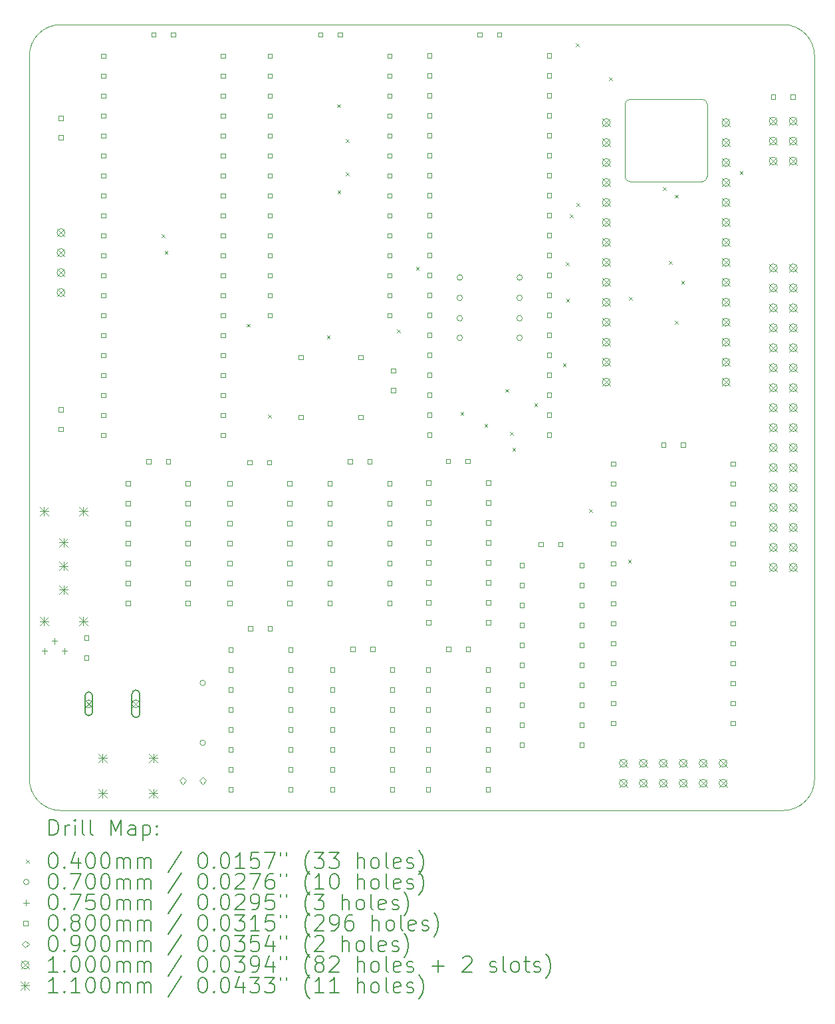
<source format=gbr>
%TF.GenerationSoftware,KiCad,Pcbnew,7.0.5*%
%TF.CreationDate,2023-12-17T10:26:12+13:00*%
%TF.ProjectId,main_board,6d61696e-5f62-46f6-9172-642e6b696361,2*%
%TF.SameCoordinates,Original*%
%TF.FileFunction,Drillmap*%
%TF.FilePolarity,Positive*%
%FSLAX45Y45*%
G04 Gerber Fmt 4.5, Leading zero omitted, Abs format (unit mm)*
G04 Created by KiCad (PCBNEW 7.0.5) date 2023-12-17 10:26:12*
%MOMM*%
%LPD*%
G01*
G04 APERTURE LIST*
%ADD10C,0.100000*%
%ADD11C,0.200000*%
%ADD12C,0.040000*%
%ADD13C,0.070000*%
%ADD14C,0.075000*%
%ADD15C,0.080000*%
%ADD16C,0.090000*%
%ADD17C,0.110000*%
G04 APERTURE END LIST*
D10*
X9000000Y-4514000D02*
G75*
G03*
X8600000Y-4914000I0J-400000D01*
G01*
X9000000Y-14514000D02*
X18200000Y-14514000D01*
X16253460Y-5463541D02*
G75*
G03*
X16184880Y-5529580I0J-68629D01*
G01*
X16184880Y-6446520D02*
X16184880Y-5529580D01*
X18200000Y-14514000D02*
G75*
G03*
X18600000Y-14114000I0J400000D01*
G01*
X17167860Y-6512560D02*
X16250920Y-6512560D01*
X18200000Y-4514000D02*
X9000000Y-4514000D01*
X17233900Y-5529580D02*
G75*
G03*
X17167860Y-5463540I-66040J0D01*
G01*
X17233900Y-5529580D02*
X17233900Y-6446520D01*
X17167860Y-6512560D02*
G75*
G03*
X17233900Y-6446520I0J66040D01*
G01*
X16253460Y-5463540D02*
X17167860Y-5463540D01*
X16184880Y-6446520D02*
G75*
G03*
X16250920Y-6512560I66040J0D01*
G01*
X18600000Y-14114000D02*
X18600000Y-4914000D01*
X8600000Y-14114000D02*
G75*
G03*
X9000000Y-14514000I400000J0D01*
G01*
X8600000Y-4914000D02*
X8600000Y-14114000D01*
X18600000Y-4914000D02*
G75*
G03*
X18200000Y-4514000I-400000J0D01*
G01*
D11*
D12*
X10282240Y-7183440D02*
X10322240Y-7223440D01*
X10322240Y-7183440D02*
X10282240Y-7223440D01*
X10322880Y-7396800D02*
X10362880Y-7436800D01*
X10362880Y-7396800D02*
X10322880Y-7436800D01*
X11369360Y-8321360D02*
X11409360Y-8361360D01*
X11409360Y-8321360D02*
X11369360Y-8361360D01*
X11638600Y-9479600D02*
X11678600Y-9519600D01*
X11678600Y-9479600D02*
X11638600Y-9519600D01*
X12387900Y-8466310D02*
X12427900Y-8506310D01*
X12427900Y-8466310D02*
X12387900Y-8506310D01*
X12517440Y-5527360D02*
X12557440Y-5567360D01*
X12557440Y-5527360D02*
X12517440Y-5567360D01*
X12525060Y-6624640D02*
X12565060Y-6664640D01*
X12565060Y-6624640D02*
X12525060Y-6664640D01*
X12629200Y-5969320D02*
X12669200Y-6009320D01*
X12669200Y-5969320D02*
X12629200Y-6009320D01*
X12629200Y-6396040D02*
X12669200Y-6436040D01*
X12669200Y-6396040D02*
X12629200Y-6436040D01*
X13282820Y-8391150D02*
X13322820Y-8431150D01*
X13322820Y-8391150D02*
X13282820Y-8431150D01*
X13523280Y-7594920D02*
X13563280Y-7634920D01*
X13563280Y-7594920D02*
X13523280Y-7634920D01*
X14089700Y-9441500D02*
X14129700Y-9481500D01*
X14129700Y-9441500D02*
X14089700Y-9481500D01*
X14394500Y-9593900D02*
X14434500Y-9633900D01*
X14434500Y-9593900D02*
X14394500Y-9633900D01*
X14661200Y-9150730D02*
X14701200Y-9190730D01*
X14701200Y-9150730D02*
X14661200Y-9190730D01*
X14722160Y-9698040D02*
X14762160Y-9738040D01*
X14762160Y-9698040D02*
X14722160Y-9738040D01*
X14750100Y-9898700D02*
X14790100Y-9938700D01*
X14790100Y-9898700D02*
X14750100Y-9938700D01*
X15030910Y-9332280D02*
X15070910Y-9372280D01*
X15070910Y-9332280D02*
X15030910Y-9372280D01*
X15393760Y-8824360D02*
X15433760Y-8864360D01*
X15433760Y-8824360D02*
X15393760Y-8864360D01*
X15433600Y-7536500D02*
X15473600Y-7576500D01*
X15473600Y-7536500D02*
X15433600Y-7576500D01*
X15436350Y-8000850D02*
X15476350Y-8040850D01*
X15476350Y-8000850D02*
X15436350Y-8040850D01*
X15483710Y-6931220D02*
X15523710Y-6971220D01*
X15523710Y-6931220D02*
X15483710Y-6971220D01*
X15557820Y-4750120D02*
X15597820Y-4790120D01*
X15597820Y-4750120D02*
X15557820Y-4790120D01*
X15570520Y-6782120D02*
X15610520Y-6822120D01*
X15610520Y-6782120D02*
X15570520Y-6822120D01*
X15729030Y-10676510D02*
X15769030Y-10716510D01*
X15769030Y-10676510D02*
X15729030Y-10716510D01*
X15982000Y-5187000D02*
X16022000Y-5227000D01*
X16022000Y-5187000D02*
X15982000Y-5227000D01*
X16224640Y-11324360D02*
X16264640Y-11364360D01*
X16264640Y-11324360D02*
X16224640Y-11364360D01*
X16239750Y-7975920D02*
X16279750Y-8015920D01*
X16279750Y-7975920D02*
X16239750Y-8015920D01*
X16667800Y-6584000D02*
X16707800Y-6624000D01*
X16707800Y-6584000D02*
X16667800Y-6624000D01*
X16744000Y-7523800D02*
X16784000Y-7563800D01*
X16784000Y-7523800D02*
X16744000Y-7563800D01*
X16820200Y-6677980D02*
X16860200Y-6717980D01*
X16860200Y-6677980D02*
X16820200Y-6717980D01*
X16820200Y-8280720D02*
X16860200Y-8320720D01*
X16860200Y-8280720D02*
X16820200Y-8320720D01*
X16901480Y-7777800D02*
X16941480Y-7817800D01*
X16941480Y-7777800D02*
X16901480Y-7817800D01*
X17645700Y-6380800D02*
X17685700Y-6420800D01*
X17685700Y-6380800D02*
X17645700Y-6420800D01*
D13*
X10842700Y-12890500D02*
G75*
G03*
X10842700Y-12890500I-35000J0D01*
G01*
X10842700Y-13652500D02*
G75*
G03*
X10842700Y-13652500I-35000J0D01*
G01*
X14116760Y-7731760D02*
G75*
G03*
X14116760Y-7731760I-35000J0D01*
G01*
X14116760Y-7991760D02*
G75*
G03*
X14116760Y-7991760I-35000J0D01*
G01*
X14116760Y-8249920D02*
G75*
G03*
X14116760Y-8249920I-35000J0D01*
G01*
X14116760Y-8499760D02*
G75*
G03*
X14116760Y-8499760I-35000J0D01*
G01*
X14878760Y-7731760D02*
G75*
G03*
X14878760Y-7731760I-35000J0D01*
G01*
X14878760Y-7991760D02*
G75*
G03*
X14878760Y-7991760I-35000J0D01*
G01*
X14878760Y-8249920D02*
G75*
G03*
X14878760Y-8249920I-35000J0D01*
G01*
X14878760Y-8499760D02*
G75*
G03*
X14878760Y-8499760I-35000J0D01*
G01*
D14*
X8793480Y-12446600D02*
X8793480Y-12521600D01*
X8755980Y-12484100D02*
X8830980Y-12484100D01*
X8920480Y-12319600D02*
X8920480Y-12394600D01*
X8882980Y-12357100D02*
X8957980Y-12357100D01*
X9047480Y-12446600D02*
X9047480Y-12521600D01*
X9009980Y-12484100D02*
X9084980Y-12484100D01*
D15*
X9030045Y-5730044D02*
X9030045Y-5673475D01*
X8973476Y-5673475D01*
X8973476Y-5730044D01*
X9030045Y-5730044D01*
X9030045Y-5980044D02*
X9030045Y-5923475D01*
X8973476Y-5923475D01*
X8973476Y-5980044D01*
X9030045Y-5980044D01*
X9030045Y-9440985D02*
X9030045Y-9384416D01*
X8973476Y-9384416D01*
X8973476Y-9440985D01*
X9030045Y-9440985D01*
X9030045Y-9690985D02*
X9030045Y-9634416D01*
X8973476Y-9634416D01*
X8973476Y-9690985D01*
X9030045Y-9690985D01*
X9355165Y-12347284D02*
X9355165Y-12290715D01*
X9298596Y-12290715D01*
X9298596Y-12347284D01*
X9355165Y-12347284D01*
X9355165Y-12597284D02*
X9355165Y-12540715D01*
X9298596Y-12540715D01*
X9298596Y-12597284D01*
X9355165Y-12597284D01*
X9573105Y-4940645D02*
X9573105Y-4884076D01*
X9516536Y-4884076D01*
X9516536Y-4940645D01*
X9573105Y-4940645D01*
X9573105Y-5194645D02*
X9573105Y-5138076D01*
X9516536Y-5138076D01*
X9516536Y-5194645D01*
X9573105Y-5194645D01*
X9573105Y-5448645D02*
X9573105Y-5392076D01*
X9516536Y-5392076D01*
X9516536Y-5448645D01*
X9573105Y-5448645D01*
X9573105Y-5702644D02*
X9573105Y-5646075D01*
X9516536Y-5646075D01*
X9516536Y-5702644D01*
X9573105Y-5702644D01*
X9573105Y-5956644D02*
X9573105Y-5900075D01*
X9516536Y-5900075D01*
X9516536Y-5956644D01*
X9573105Y-5956644D01*
X9573105Y-6210644D02*
X9573105Y-6154075D01*
X9516536Y-6154075D01*
X9516536Y-6210644D01*
X9573105Y-6210644D01*
X9573105Y-6464644D02*
X9573105Y-6408075D01*
X9516536Y-6408075D01*
X9516536Y-6464644D01*
X9573105Y-6464644D01*
X9573105Y-6718644D02*
X9573105Y-6662075D01*
X9516536Y-6662075D01*
X9516536Y-6718644D01*
X9573105Y-6718644D01*
X9573105Y-6972644D02*
X9573105Y-6916075D01*
X9516536Y-6916075D01*
X9516536Y-6972644D01*
X9573105Y-6972644D01*
X9573105Y-7226644D02*
X9573105Y-7170075D01*
X9516536Y-7170075D01*
X9516536Y-7226644D01*
X9573105Y-7226644D01*
X9573105Y-7480644D02*
X9573105Y-7424075D01*
X9516536Y-7424075D01*
X9516536Y-7480644D01*
X9573105Y-7480644D01*
X9573105Y-7734644D02*
X9573105Y-7678075D01*
X9516536Y-7678075D01*
X9516536Y-7734644D01*
X9573105Y-7734644D01*
X9573105Y-7988644D02*
X9573105Y-7932075D01*
X9516536Y-7932075D01*
X9516536Y-7988644D01*
X9573105Y-7988644D01*
X9573105Y-8242644D02*
X9573105Y-8186075D01*
X9516536Y-8186075D01*
X9516536Y-8242644D01*
X9573105Y-8242644D01*
X9573105Y-8496645D02*
X9573105Y-8440076D01*
X9516536Y-8440076D01*
X9516536Y-8496645D01*
X9573105Y-8496645D01*
X9573105Y-8750645D02*
X9573105Y-8694076D01*
X9516536Y-8694076D01*
X9516536Y-8750645D01*
X9573105Y-8750645D01*
X9573105Y-9004645D02*
X9573105Y-8948076D01*
X9516536Y-8948076D01*
X9516536Y-9004645D01*
X9573105Y-9004645D01*
X9573105Y-9258645D02*
X9573105Y-9202076D01*
X9516536Y-9202076D01*
X9516536Y-9258645D01*
X9573105Y-9258645D01*
X9573105Y-9512645D02*
X9573105Y-9456076D01*
X9516536Y-9456076D01*
X9516536Y-9512645D01*
X9573105Y-9512645D01*
X9573105Y-9766645D02*
X9573105Y-9710076D01*
X9516536Y-9710076D01*
X9516536Y-9766645D01*
X9573105Y-9766645D01*
X9884485Y-10378285D02*
X9884485Y-10321716D01*
X9827916Y-10321716D01*
X9827916Y-10378285D01*
X9884485Y-10378285D01*
X9884485Y-10632285D02*
X9884485Y-10575716D01*
X9827916Y-10575716D01*
X9827916Y-10632285D01*
X9884485Y-10632285D01*
X9884485Y-10886285D02*
X9884485Y-10829716D01*
X9827916Y-10829716D01*
X9827916Y-10886285D01*
X9884485Y-10886285D01*
X9884485Y-11140285D02*
X9884485Y-11083716D01*
X9827916Y-11083716D01*
X9827916Y-11140285D01*
X9884485Y-11140285D01*
X9884485Y-11394284D02*
X9884485Y-11337715D01*
X9827916Y-11337715D01*
X9827916Y-11394284D01*
X9884485Y-11394284D01*
X9884485Y-11648284D02*
X9884485Y-11591715D01*
X9827916Y-11591715D01*
X9827916Y-11648284D01*
X9884485Y-11648284D01*
X9884485Y-11902284D02*
X9884485Y-11845715D01*
X9827916Y-11845715D01*
X9827916Y-11902284D01*
X9884485Y-11902284D01*
X10147105Y-10101925D02*
X10147105Y-10045356D01*
X10090536Y-10045356D01*
X10090536Y-10101925D01*
X10147105Y-10101925D01*
X10210605Y-4669785D02*
X10210605Y-4613216D01*
X10154036Y-4613216D01*
X10154036Y-4669785D01*
X10210605Y-4669785D01*
X10397105Y-10101925D02*
X10397105Y-10045356D01*
X10340536Y-10045356D01*
X10340536Y-10101925D01*
X10397105Y-10101925D01*
X10460605Y-4669785D02*
X10460605Y-4613216D01*
X10404036Y-4613216D01*
X10404036Y-4669785D01*
X10460605Y-4669785D01*
X10646485Y-10378285D02*
X10646485Y-10321716D01*
X10589916Y-10321716D01*
X10589916Y-10378285D01*
X10646485Y-10378285D01*
X10646485Y-10632285D02*
X10646485Y-10575716D01*
X10589916Y-10575716D01*
X10589916Y-10632285D01*
X10646485Y-10632285D01*
X10646485Y-10886285D02*
X10646485Y-10829716D01*
X10589916Y-10829716D01*
X10589916Y-10886285D01*
X10646485Y-10886285D01*
X10646485Y-11140285D02*
X10646485Y-11083716D01*
X10589916Y-11083716D01*
X10589916Y-11140285D01*
X10646485Y-11140285D01*
X10646485Y-11394284D02*
X10646485Y-11337715D01*
X10589916Y-11337715D01*
X10589916Y-11394284D01*
X10646485Y-11394284D01*
X10646485Y-11648284D02*
X10646485Y-11591715D01*
X10589916Y-11591715D01*
X10589916Y-11648284D01*
X10646485Y-11648284D01*
X10646485Y-11902284D02*
X10646485Y-11845715D01*
X10589916Y-11845715D01*
X10589916Y-11902284D01*
X10646485Y-11902284D01*
X11097105Y-4940645D02*
X11097105Y-4884076D01*
X11040536Y-4884076D01*
X11040536Y-4940645D01*
X11097105Y-4940645D01*
X11097105Y-5194645D02*
X11097105Y-5138076D01*
X11040536Y-5138076D01*
X11040536Y-5194645D01*
X11097105Y-5194645D01*
X11097105Y-5448645D02*
X11097105Y-5392076D01*
X11040536Y-5392076D01*
X11040536Y-5448645D01*
X11097105Y-5448645D01*
X11097105Y-5702644D02*
X11097105Y-5646075D01*
X11040536Y-5646075D01*
X11040536Y-5702644D01*
X11097105Y-5702644D01*
X11097105Y-5956644D02*
X11097105Y-5900075D01*
X11040536Y-5900075D01*
X11040536Y-5956644D01*
X11097105Y-5956644D01*
X11097105Y-6210644D02*
X11097105Y-6154075D01*
X11040536Y-6154075D01*
X11040536Y-6210644D01*
X11097105Y-6210644D01*
X11097105Y-6464644D02*
X11097105Y-6408075D01*
X11040536Y-6408075D01*
X11040536Y-6464644D01*
X11097105Y-6464644D01*
X11097105Y-6718644D02*
X11097105Y-6662075D01*
X11040536Y-6662075D01*
X11040536Y-6718644D01*
X11097105Y-6718644D01*
X11097105Y-6972644D02*
X11097105Y-6916075D01*
X11040536Y-6916075D01*
X11040536Y-6972644D01*
X11097105Y-6972644D01*
X11097105Y-7226644D02*
X11097105Y-7170075D01*
X11040536Y-7170075D01*
X11040536Y-7226644D01*
X11097105Y-7226644D01*
X11097105Y-7480644D02*
X11097105Y-7424075D01*
X11040536Y-7424075D01*
X11040536Y-7480644D01*
X11097105Y-7480644D01*
X11097105Y-7734644D02*
X11097105Y-7678075D01*
X11040536Y-7678075D01*
X11040536Y-7734644D01*
X11097105Y-7734644D01*
X11097105Y-7988644D02*
X11097105Y-7932075D01*
X11040536Y-7932075D01*
X11040536Y-7988644D01*
X11097105Y-7988644D01*
X11097105Y-8242644D02*
X11097105Y-8186075D01*
X11040536Y-8186075D01*
X11040536Y-8242644D01*
X11097105Y-8242644D01*
X11097105Y-8496645D02*
X11097105Y-8440076D01*
X11040536Y-8440076D01*
X11040536Y-8496645D01*
X11097105Y-8496645D01*
X11097105Y-8750645D02*
X11097105Y-8694076D01*
X11040536Y-8694076D01*
X11040536Y-8750645D01*
X11097105Y-8750645D01*
X11097105Y-9004645D02*
X11097105Y-8948076D01*
X11040536Y-8948076D01*
X11040536Y-9004645D01*
X11097105Y-9004645D01*
X11097105Y-9258645D02*
X11097105Y-9202076D01*
X11040536Y-9202076D01*
X11040536Y-9258645D01*
X11097105Y-9258645D01*
X11097105Y-9512645D02*
X11097105Y-9456076D01*
X11040536Y-9456076D01*
X11040536Y-9512645D01*
X11097105Y-9512645D01*
X11097105Y-9766645D02*
X11097105Y-9710076D01*
X11040536Y-9710076D01*
X11040536Y-9766645D01*
X11097105Y-9766645D01*
X11178885Y-10381825D02*
X11178885Y-10325256D01*
X11122316Y-10325256D01*
X11122316Y-10381825D01*
X11178885Y-10381825D01*
X11178885Y-10635825D02*
X11178885Y-10579256D01*
X11122316Y-10579256D01*
X11122316Y-10635825D01*
X11178885Y-10635825D01*
X11178885Y-10889825D02*
X11178885Y-10833256D01*
X11122316Y-10833256D01*
X11122316Y-10889825D01*
X11178885Y-10889825D01*
X11178885Y-11143825D02*
X11178885Y-11087256D01*
X11122316Y-11087256D01*
X11122316Y-11143825D01*
X11178885Y-11143825D01*
X11178885Y-11397824D02*
X11178885Y-11341255D01*
X11122316Y-11341255D01*
X11122316Y-11397824D01*
X11178885Y-11397824D01*
X11178885Y-11651824D02*
X11178885Y-11595255D01*
X11122316Y-11595255D01*
X11122316Y-11651824D01*
X11178885Y-11651824D01*
X11178885Y-11905824D02*
X11178885Y-11849255D01*
X11122316Y-11849255D01*
X11122316Y-11905824D01*
X11178885Y-11905824D01*
X11191584Y-12498684D02*
X11191584Y-12442115D01*
X11135016Y-12442115D01*
X11135016Y-12498684D01*
X11191584Y-12498684D01*
X11191584Y-12752684D02*
X11191584Y-12696115D01*
X11135016Y-12696115D01*
X11135016Y-12752684D01*
X11191584Y-12752684D01*
X11191584Y-13006684D02*
X11191584Y-12950115D01*
X11135016Y-12950115D01*
X11135016Y-13006684D01*
X11191584Y-13006684D01*
X11191584Y-13260684D02*
X11191584Y-13204115D01*
X11135016Y-13204115D01*
X11135016Y-13260684D01*
X11191584Y-13260684D01*
X11191584Y-13514684D02*
X11191584Y-13458115D01*
X11135016Y-13458115D01*
X11135016Y-13514684D01*
X11191584Y-13514684D01*
X11191584Y-13768684D02*
X11191584Y-13712115D01*
X11135016Y-13712115D01*
X11135016Y-13768684D01*
X11191584Y-13768684D01*
X11191584Y-14022684D02*
X11191584Y-13966115D01*
X11135016Y-13966115D01*
X11135016Y-14022684D01*
X11191584Y-14022684D01*
X11191584Y-14276684D02*
X11191584Y-14220115D01*
X11135016Y-14220115D01*
X11135016Y-14276684D01*
X11191584Y-14276684D01*
X11433884Y-10113085D02*
X11433884Y-10056516D01*
X11377315Y-10056516D01*
X11377315Y-10113085D01*
X11433884Y-10113085D01*
X11441504Y-12224864D02*
X11441504Y-12168295D01*
X11384935Y-12168295D01*
X11384935Y-12224864D01*
X11441504Y-12224864D01*
X11683884Y-10113085D02*
X11683884Y-10056516D01*
X11627315Y-10056516D01*
X11627315Y-10113085D01*
X11683884Y-10113085D01*
X11691504Y-12224864D02*
X11691504Y-12168295D01*
X11634935Y-12168295D01*
X11634935Y-12224864D01*
X11691504Y-12224864D01*
X11692784Y-4940645D02*
X11692784Y-4884076D01*
X11636215Y-4884076D01*
X11636215Y-4940645D01*
X11692784Y-4940645D01*
X11692784Y-5194645D02*
X11692784Y-5138076D01*
X11636215Y-5138076D01*
X11636215Y-5194645D01*
X11692784Y-5194645D01*
X11692784Y-5448645D02*
X11692784Y-5392076D01*
X11636215Y-5392076D01*
X11636215Y-5448645D01*
X11692784Y-5448645D01*
X11692784Y-5702644D02*
X11692784Y-5646075D01*
X11636215Y-5646075D01*
X11636215Y-5702644D01*
X11692784Y-5702644D01*
X11692784Y-5956644D02*
X11692784Y-5900075D01*
X11636215Y-5900075D01*
X11636215Y-5956644D01*
X11692784Y-5956644D01*
X11692784Y-6210644D02*
X11692784Y-6154075D01*
X11636215Y-6154075D01*
X11636215Y-6210644D01*
X11692784Y-6210644D01*
X11692784Y-6464644D02*
X11692784Y-6408075D01*
X11636215Y-6408075D01*
X11636215Y-6464644D01*
X11692784Y-6464644D01*
X11692784Y-6718644D02*
X11692784Y-6662075D01*
X11636215Y-6662075D01*
X11636215Y-6718644D01*
X11692784Y-6718644D01*
X11692784Y-6972644D02*
X11692784Y-6916075D01*
X11636215Y-6916075D01*
X11636215Y-6972644D01*
X11692784Y-6972644D01*
X11692784Y-7226644D02*
X11692784Y-7170075D01*
X11636215Y-7170075D01*
X11636215Y-7226644D01*
X11692784Y-7226644D01*
X11692784Y-7480644D02*
X11692784Y-7424075D01*
X11636215Y-7424075D01*
X11636215Y-7480644D01*
X11692784Y-7480644D01*
X11692784Y-7734644D02*
X11692784Y-7678075D01*
X11636215Y-7678075D01*
X11636215Y-7734644D01*
X11692784Y-7734644D01*
X11692784Y-7988644D02*
X11692784Y-7932075D01*
X11636215Y-7932075D01*
X11636215Y-7988644D01*
X11692784Y-7988644D01*
X11692784Y-8242644D02*
X11692784Y-8186075D01*
X11636215Y-8186075D01*
X11636215Y-8242644D01*
X11692784Y-8242644D01*
X11940884Y-10381825D02*
X11940884Y-10325256D01*
X11884315Y-10325256D01*
X11884315Y-10381825D01*
X11940884Y-10381825D01*
X11940884Y-10635825D02*
X11940884Y-10579256D01*
X11884315Y-10579256D01*
X11884315Y-10635825D01*
X11940884Y-10635825D01*
X11940884Y-10889825D02*
X11940884Y-10833256D01*
X11884315Y-10833256D01*
X11884315Y-10889825D01*
X11940884Y-10889825D01*
X11940884Y-11143825D02*
X11940884Y-11087256D01*
X11884315Y-11087256D01*
X11884315Y-11143825D01*
X11940884Y-11143825D01*
X11940884Y-11397824D02*
X11940884Y-11341255D01*
X11884315Y-11341255D01*
X11884315Y-11397824D01*
X11940884Y-11397824D01*
X11940884Y-11651824D02*
X11940884Y-11595255D01*
X11884315Y-11595255D01*
X11884315Y-11651824D01*
X11940884Y-11651824D01*
X11940884Y-11905824D02*
X11940884Y-11849255D01*
X11884315Y-11849255D01*
X11884315Y-11905824D01*
X11940884Y-11905824D01*
X11953584Y-12498684D02*
X11953584Y-12442115D01*
X11897015Y-12442115D01*
X11897015Y-12498684D01*
X11953584Y-12498684D01*
X11953584Y-12752684D02*
X11953584Y-12696115D01*
X11897015Y-12696115D01*
X11897015Y-12752684D01*
X11953584Y-12752684D01*
X11953584Y-13006684D02*
X11953584Y-12950115D01*
X11897015Y-12950115D01*
X11897015Y-13006684D01*
X11953584Y-13006684D01*
X11953584Y-13260684D02*
X11953584Y-13204115D01*
X11897015Y-13204115D01*
X11897015Y-13260684D01*
X11953584Y-13260684D01*
X11953584Y-13514684D02*
X11953584Y-13458115D01*
X11897015Y-13458115D01*
X11897015Y-13514684D01*
X11953584Y-13514684D01*
X11953584Y-13768684D02*
X11953584Y-13712115D01*
X11897015Y-13712115D01*
X11897015Y-13768684D01*
X11953584Y-13768684D01*
X11953584Y-14022684D02*
X11953584Y-13966115D01*
X11897015Y-13966115D01*
X11897015Y-14022684D01*
X11953584Y-14022684D01*
X11953584Y-14276684D02*
X11953584Y-14220115D01*
X11897015Y-14220115D01*
X11897015Y-14276684D01*
X11953584Y-14276684D01*
X12083124Y-8776045D02*
X12083124Y-8719476D01*
X12026555Y-8719476D01*
X12026555Y-8776045D01*
X12083124Y-8776045D01*
X12083124Y-9538045D02*
X12083124Y-9481476D01*
X12026555Y-9481476D01*
X12026555Y-9538045D01*
X12083124Y-9538045D01*
X12336584Y-4669785D02*
X12336584Y-4613216D01*
X12280015Y-4613216D01*
X12280015Y-4669785D01*
X12336584Y-4669785D01*
X12454964Y-10378985D02*
X12454964Y-10322416D01*
X12398395Y-10322416D01*
X12398395Y-10378985D01*
X12454964Y-10378985D01*
X12454964Y-10632985D02*
X12454964Y-10576416D01*
X12398395Y-10576416D01*
X12398395Y-10632985D01*
X12454964Y-10632985D01*
X12454964Y-10886985D02*
X12454964Y-10830416D01*
X12398395Y-10830416D01*
X12398395Y-10886985D01*
X12454964Y-10886985D01*
X12454964Y-11140985D02*
X12454964Y-11084416D01*
X12398395Y-11084416D01*
X12398395Y-11140985D01*
X12454964Y-11140985D01*
X12454964Y-11394984D02*
X12454964Y-11338415D01*
X12398395Y-11338415D01*
X12398395Y-11394984D01*
X12454964Y-11394984D01*
X12454964Y-11648984D02*
X12454964Y-11592415D01*
X12398395Y-11592415D01*
X12398395Y-11648984D01*
X12454964Y-11648984D01*
X12454964Y-11902984D02*
X12454964Y-11846415D01*
X12398395Y-11846415D01*
X12398395Y-11902984D01*
X12454964Y-11902984D01*
X12487984Y-12753184D02*
X12487984Y-12696615D01*
X12431415Y-12696615D01*
X12431415Y-12753184D01*
X12487984Y-12753184D01*
X12487984Y-13007184D02*
X12487984Y-12950615D01*
X12431415Y-12950615D01*
X12431415Y-13007184D01*
X12487984Y-13007184D01*
X12487984Y-13261184D02*
X12487984Y-13204615D01*
X12431415Y-13204615D01*
X12431415Y-13261184D01*
X12487984Y-13261184D01*
X12487984Y-13515184D02*
X12487984Y-13458615D01*
X12431415Y-13458615D01*
X12431415Y-13515184D01*
X12487984Y-13515184D01*
X12487984Y-13769184D02*
X12487984Y-13712615D01*
X12431415Y-13712615D01*
X12431415Y-13769184D01*
X12487984Y-13769184D01*
X12487984Y-14023184D02*
X12487984Y-13966615D01*
X12431415Y-13966615D01*
X12431415Y-14023184D01*
X12487984Y-14023184D01*
X12487984Y-14277184D02*
X12487984Y-14220615D01*
X12431415Y-14220615D01*
X12431415Y-14277184D01*
X12487984Y-14277184D01*
X12586584Y-4669785D02*
X12586584Y-4613216D01*
X12530015Y-4613216D01*
X12530015Y-4669785D01*
X12586584Y-4669785D01*
X12712504Y-10100085D02*
X12712504Y-10043516D01*
X12655935Y-10043516D01*
X12655935Y-10100085D01*
X12712504Y-10100085D01*
X12747624Y-12485564D02*
X12747624Y-12428995D01*
X12691055Y-12428995D01*
X12691055Y-12485564D01*
X12747624Y-12485564D01*
X12845124Y-8776045D02*
X12845124Y-8719476D01*
X12788555Y-8719476D01*
X12788555Y-8776045D01*
X12845124Y-8776045D01*
X12845124Y-9538045D02*
X12845124Y-9481476D01*
X12788555Y-9481476D01*
X12788555Y-9538045D01*
X12845124Y-9538045D01*
X12962504Y-10100085D02*
X12962504Y-10043516D01*
X12905935Y-10043516D01*
X12905935Y-10100085D01*
X12962504Y-10100085D01*
X12997624Y-12485564D02*
X12997624Y-12428995D01*
X12941055Y-12428995D01*
X12941055Y-12485564D01*
X12997624Y-12485564D01*
X13216784Y-4940645D02*
X13216784Y-4884076D01*
X13160215Y-4884076D01*
X13160215Y-4940645D01*
X13216784Y-4940645D01*
X13216784Y-5194645D02*
X13216784Y-5138076D01*
X13160215Y-5138076D01*
X13160215Y-5194645D01*
X13216784Y-5194645D01*
X13216784Y-5448645D02*
X13216784Y-5392076D01*
X13160215Y-5392076D01*
X13160215Y-5448645D01*
X13216784Y-5448645D01*
X13216784Y-5702644D02*
X13216784Y-5646075D01*
X13160215Y-5646075D01*
X13160215Y-5702644D01*
X13216784Y-5702644D01*
X13216784Y-5956644D02*
X13216784Y-5900075D01*
X13160215Y-5900075D01*
X13160215Y-5956644D01*
X13216784Y-5956644D01*
X13216784Y-6210644D02*
X13216784Y-6154075D01*
X13160215Y-6154075D01*
X13160215Y-6210644D01*
X13216784Y-6210644D01*
X13216784Y-6464644D02*
X13216784Y-6408075D01*
X13160215Y-6408075D01*
X13160215Y-6464644D01*
X13216784Y-6464644D01*
X13216784Y-6718644D02*
X13216784Y-6662075D01*
X13160215Y-6662075D01*
X13160215Y-6718644D01*
X13216784Y-6718644D01*
X13216784Y-6972644D02*
X13216784Y-6916075D01*
X13160215Y-6916075D01*
X13160215Y-6972644D01*
X13216784Y-6972644D01*
X13216784Y-7226644D02*
X13216784Y-7170075D01*
X13160215Y-7170075D01*
X13160215Y-7226644D01*
X13216784Y-7226644D01*
X13216784Y-7480644D02*
X13216784Y-7424075D01*
X13160215Y-7424075D01*
X13160215Y-7480644D01*
X13216784Y-7480644D01*
X13216784Y-7734644D02*
X13216784Y-7678075D01*
X13160215Y-7678075D01*
X13160215Y-7734644D01*
X13216784Y-7734644D01*
X13216784Y-7988644D02*
X13216784Y-7932075D01*
X13160215Y-7932075D01*
X13160215Y-7988644D01*
X13216784Y-7988644D01*
X13216784Y-8242644D02*
X13216784Y-8186075D01*
X13160215Y-8186075D01*
X13160215Y-8242644D01*
X13216784Y-8242644D01*
X13216964Y-10378985D02*
X13216964Y-10322416D01*
X13160395Y-10322416D01*
X13160395Y-10378985D01*
X13216964Y-10378985D01*
X13216964Y-10632985D02*
X13216964Y-10576416D01*
X13160395Y-10576416D01*
X13160395Y-10632985D01*
X13216964Y-10632985D01*
X13216964Y-10886985D02*
X13216964Y-10830416D01*
X13160395Y-10830416D01*
X13160395Y-10886985D01*
X13216964Y-10886985D01*
X13216964Y-11140985D02*
X13216964Y-11084416D01*
X13160395Y-11084416D01*
X13160395Y-11140985D01*
X13216964Y-11140985D01*
X13216964Y-11394984D02*
X13216964Y-11338415D01*
X13160395Y-11338415D01*
X13160395Y-11394984D01*
X13216964Y-11394984D01*
X13216964Y-11648984D02*
X13216964Y-11592415D01*
X13160395Y-11592415D01*
X13160395Y-11648984D01*
X13216964Y-11648984D01*
X13216964Y-11902984D02*
X13216964Y-11846415D01*
X13160395Y-11846415D01*
X13160395Y-11902984D01*
X13216964Y-11902984D01*
X13249984Y-12753184D02*
X13249984Y-12696615D01*
X13193415Y-12696615D01*
X13193415Y-12753184D01*
X13249984Y-12753184D01*
X13249984Y-13007184D02*
X13249984Y-12950615D01*
X13193415Y-12950615D01*
X13193415Y-13007184D01*
X13249984Y-13007184D01*
X13249984Y-13261184D02*
X13249984Y-13204615D01*
X13193415Y-13204615D01*
X13193415Y-13261184D01*
X13249984Y-13261184D01*
X13249984Y-13515184D02*
X13249984Y-13458615D01*
X13193415Y-13458615D01*
X13193415Y-13515184D01*
X13249984Y-13515184D01*
X13249984Y-13769184D02*
X13249984Y-13712615D01*
X13193415Y-13712615D01*
X13193415Y-13769184D01*
X13249984Y-13769184D01*
X13249984Y-14023184D02*
X13249984Y-13966615D01*
X13193415Y-13966615D01*
X13193415Y-14023184D01*
X13249984Y-14023184D01*
X13249984Y-14277184D02*
X13249984Y-14220615D01*
X13193415Y-14220615D01*
X13193415Y-14277184D01*
X13249984Y-14277184D01*
X13261684Y-8945685D02*
X13261684Y-8889116D01*
X13205115Y-8889116D01*
X13205115Y-8945685D01*
X13261684Y-8945685D01*
X13261684Y-9195685D02*
X13261684Y-9139116D01*
X13205115Y-9139116D01*
X13205115Y-9195685D01*
X13261684Y-9195685D01*
X13706184Y-12753684D02*
X13706184Y-12697115D01*
X13649615Y-12697115D01*
X13649615Y-12753684D01*
X13706184Y-12753684D01*
X13706184Y-13007684D02*
X13706184Y-12951115D01*
X13649615Y-12951115D01*
X13649615Y-13007684D01*
X13706184Y-13007684D01*
X13706184Y-13261684D02*
X13706184Y-13205115D01*
X13649615Y-13205115D01*
X13649615Y-13261684D01*
X13706184Y-13261684D01*
X13706184Y-13515684D02*
X13706184Y-13459115D01*
X13649615Y-13459115D01*
X13649615Y-13515684D01*
X13706184Y-13515684D01*
X13706184Y-13769684D02*
X13706184Y-13713115D01*
X13649615Y-13713115D01*
X13649615Y-13769684D01*
X13706184Y-13769684D01*
X13706184Y-14023684D02*
X13706184Y-13967115D01*
X13649615Y-13967115D01*
X13649615Y-14023684D01*
X13706184Y-14023684D01*
X13706184Y-14277684D02*
X13706184Y-14221115D01*
X13649615Y-14221115D01*
X13649615Y-14277684D01*
X13706184Y-14277684D01*
X13712264Y-10370665D02*
X13712264Y-10314096D01*
X13655695Y-10314096D01*
X13655695Y-10370665D01*
X13712264Y-10370665D01*
X13712264Y-10624665D02*
X13712264Y-10568096D01*
X13655695Y-10568096D01*
X13655695Y-10624665D01*
X13712264Y-10624665D01*
X13712264Y-10878665D02*
X13712264Y-10822096D01*
X13655695Y-10822096D01*
X13655695Y-10878665D01*
X13712264Y-10878665D01*
X13712264Y-11132665D02*
X13712264Y-11076096D01*
X13655695Y-11076096D01*
X13655695Y-11132665D01*
X13712264Y-11132665D01*
X13712264Y-11386664D02*
X13712264Y-11330095D01*
X13655695Y-11330095D01*
X13655695Y-11386664D01*
X13712264Y-11386664D01*
X13712264Y-11640664D02*
X13712264Y-11584095D01*
X13655695Y-11584095D01*
X13655695Y-11640664D01*
X13712264Y-11640664D01*
X13712264Y-11894664D02*
X13712264Y-11838095D01*
X13655695Y-11838095D01*
X13655695Y-11894664D01*
X13712264Y-11894664D01*
X13712264Y-12148664D02*
X13712264Y-12092095D01*
X13655695Y-12092095D01*
X13655695Y-12148664D01*
X13712264Y-12148664D01*
X13724784Y-4935645D02*
X13724784Y-4879076D01*
X13668215Y-4879076D01*
X13668215Y-4935645D01*
X13724784Y-4935645D01*
X13724784Y-5189645D02*
X13724784Y-5133076D01*
X13668215Y-5133076D01*
X13668215Y-5189645D01*
X13724784Y-5189645D01*
X13724784Y-5443645D02*
X13724784Y-5387076D01*
X13668215Y-5387076D01*
X13668215Y-5443645D01*
X13724784Y-5443645D01*
X13724784Y-5697644D02*
X13724784Y-5641075D01*
X13668215Y-5641075D01*
X13668215Y-5697644D01*
X13724784Y-5697644D01*
X13724784Y-5951644D02*
X13724784Y-5895075D01*
X13668215Y-5895075D01*
X13668215Y-5951644D01*
X13724784Y-5951644D01*
X13724784Y-6205644D02*
X13724784Y-6149075D01*
X13668215Y-6149075D01*
X13668215Y-6205644D01*
X13724784Y-6205644D01*
X13724784Y-6459644D02*
X13724784Y-6403075D01*
X13668215Y-6403075D01*
X13668215Y-6459644D01*
X13724784Y-6459644D01*
X13724784Y-6713644D02*
X13724784Y-6657075D01*
X13668215Y-6657075D01*
X13668215Y-6713644D01*
X13724784Y-6713644D01*
X13724784Y-6967644D02*
X13724784Y-6911075D01*
X13668215Y-6911075D01*
X13668215Y-6967644D01*
X13724784Y-6967644D01*
X13724784Y-7221644D02*
X13724784Y-7165075D01*
X13668215Y-7165075D01*
X13668215Y-7221644D01*
X13724784Y-7221644D01*
X13724784Y-7475644D02*
X13724784Y-7419075D01*
X13668215Y-7419075D01*
X13668215Y-7475644D01*
X13724784Y-7475644D01*
X13724784Y-7729644D02*
X13724784Y-7673075D01*
X13668215Y-7673075D01*
X13668215Y-7729644D01*
X13724784Y-7729644D01*
X13724784Y-7983644D02*
X13724784Y-7927075D01*
X13668215Y-7927075D01*
X13668215Y-7983644D01*
X13724784Y-7983644D01*
X13724784Y-8237644D02*
X13724784Y-8181075D01*
X13668215Y-8181075D01*
X13668215Y-8237644D01*
X13724784Y-8237644D01*
X13724784Y-8491645D02*
X13724784Y-8435076D01*
X13668215Y-8435076D01*
X13668215Y-8491645D01*
X13724784Y-8491645D01*
X13724784Y-8745645D02*
X13724784Y-8689076D01*
X13668215Y-8689076D01*
X13668215Y-8745645D01*
X13724784Y-8745645D01*
X13724784Y-8999645D02*
X13724784Y-8943076D01*
X13668215Y-8943076D01*
X13668215Y-8999645D01*
X13724784Y-8999645D01*
X13724784Y-9253645D02*
X13724784Y-9197076D01*
X13668215Y-9197076D01*
X13668215Y-9253645D01*
X13724784Y-9253645D01*
X13724784Y-9507645D02*
X13724784Y-9451076D01*
X13668215Y-9451076D01*
X13668215Y-9507645D01*
X13724784Y-9507645D01*
X13724784Y-9761645D02*
X13724784Y-9705076D01*
X13668215Y-9705076D01*
X13668215Y-9761645D01*
X13724784Y-9761645D01*
X13962184Y-10097345D02*
X13962184Y-10040776D01*
X13905615Y-10040776D01*
X13905615Y-10097345D01*
X13962184Y-10097345D01*
X13964184Y-12486984D02*
X13964184Y-12430415D01*
X13907615Y-12430415D01*
X13907615Y-12486984D01*
X13964184Y-12486984D01*
X14212184Y-10097345D02*
X14212184Y-10040776D01*
X14155615Y-10040776D01*
X14155615Y-10097345D01*
X14212184Y-10097345D01*
X14214184Y-12486984D02*
X14214184Y-12430415D01*
X14157615Y-12430415D01*
X14157615Y-12486984D01*
X14214184Y-12486984D01*
X14362284Y-4669785D02*
X14362284Y-4613216D01*
X14305715Y-4613216D01*
X14305715Y-4669785D01*
X14362284Y-4669785D01*
X14468184Y-12753684D02*
X14468184Y-12697115D01*
X14411615Y-12697115D01*
X14411615Y-12753684D01*
X14468184Y-12753684D01*
X14468184Y-13007684D02*
X14468184Y-12951115D01*
X14411615Y-12951115D01*
X14411615Y-13007684D01*
X14468184Y-13007684D01*
X14468184Y-13261684D02*
X14468184Y-13205115D01*
X14411615Y-13205115D01*
X14411615Y-13261684D01*
X14468184Y-13261684D01*
X14468184Y-13515684D02*
X14468184Y-13459115D01*
X14411615Y-13459115D01*
X14411615Y-13515684D01*
X14468184Y-13515684D01*
X14468184Y-13769684D02*
X14468184Y-13713115D01*
X14411615Y-13713115D01*
X14411615Y-13769684D01*
X14468184Y-13769684D01*
X14468184Y-14023684D02*
X14468184Y-13967115D01*
X14411615Y-13967115D01*
X14411615Y-14023684D01*
X14468184Y-14023684D01*
X14468184Y-14277684D02*
X14468184Y-14221115D01*
X14411615Y-14221115D01*
X14411615Y-14277684D01*
X14468184Y-14277684D01*
X14474264Y-10370665D02*
X14474264Y-10314096D01*
X14417695Y-10314096D01*
X14417695Y-10370665D01*
X14474264Y-10370665D01*
X14474264Y-10624665D02*
X14474264Y-10568096D01*
X14417695Y-10568096D01*
X14417695Y-10624665D01*
X14474264Y-10624665D01*
X14474264Y-10878665D02*
X14474264Y-10822096D01*
X14417695Y-10822096D01*
X14417695Y-10878665D01*
X14474264Y-10878665D01*
X14474264Y-11132665D02*
X14474264Y-11076096D01*
X14417695Y-11076096D01*
X14417695Y-11132665D01*
X14474264Y-11132665D01*
X14474264Y-11386664D02*
X14474264Y-11330095D01*
X14417695Y-11330095D01*
X14417695Y-11386664D01*
X14474264Y-11386664D01*
X14474264Y-11640664D02*
X14474264Y-11584095D01*
X14417695Y-11584095D01*
X14417695Y-11640664D01*
X14474264Y-11640664D01*
X14474264Y-11894664D02*
X14474264Y-11838095D01*
X14417695Y-11838095D01*
X14417695Y-11894664D01*
X14474264Y-11894664D01*
X14474264Y-12148664D02*
X14474264Y-12092095D01*
X14417695Y-12092095D01*
X14417695Y-12148664D01*
X14474264Y-12148664D01*
X14612284Y-4669785D02*
X14612284Y-4613216D01*
X14555715Y-4613216D01*
X14555715Y-4669785D01*
X14612284Y-4669785D01*
X14899984Y-11420684D02*
X14899984Y-11364115D01*
X14843415Y-11364115D01*
X14843415Y-11420684D01*
X14899984Y-11420684D01*
X14899984Y-11674684D02*
X14899984Y-11618115D01*
X14843415Y-11618115D01*
X14843415Y-11674684D01*
X14899984Y-11674684D01*
X14899984Y-11928684D02*
X14899984Y-11872115D01*
X14843415Y-11872115D01*
X14843415Y-11928684D01*
X14899984Y-11928684D01*
X14899984Y-12182684D02*
X14899984Y-12126115D01*
X14843415Y-12126115D01*
X14843415Y-12182684D01*
X14899984Y-12182684D01*
X14899984Y-12436684D02*
X14899984Y-12380115D01*
X14843415Y-12380115D01*
X14843415Y-12436684D01*
X14899984Y-12436684D01*
X14899984Y-12690684D02*
X14899984Y-12634115D01*
X14843415Y-12634115D01*
X14843415Y-12690684D01*
X14899984Y-12690684D01*
X14899984Y-12944684D02*
X14899984Y-12888115D01*
X14843415Y-12888115D01*
X14843415Y-12944684D01*
X14899984Y-12944684D01*
X14899984Y-13198684D02*
X14899984Y-13142115D01*
X14843415Y-13142115D01*
X14843415Y-13198684D01*
X14899984Y-13198684D01*
X14899984Y-13452684D02*
X14899984Y-13396115D01*
X14843415Y-13396115D01*
X14843415Y-13452684D01*
X14899984Y-13452684D01*
X14899984Y-13706684D02*
X14899984Y-13650115D01*
X14843415Y-13650115D01*
X14843415Y-13706684D01*
X14899984Y-13706684D01*
X15143284Y-11153985D02*
X15143284Y-11097416D01*
X15086715Y-11097416D01*
X15086715Y-11153985D01*
X15143284Y-11153985D01*
X15248784Y-4935645D02*
X15248784Y-4879076D01*
X15192215Y-4879076D01*
X15192215Y-4935645D01*
X15248784Y-4935645D01*
X15248784Y-5189645D02*
X15248784Y-5133076D01*
X15192215Y-5133076D01*
X15192215Y-5189645D01*
X15248784Y-5189645D01*
X15248784Y-5443645D02*
X15248784Y-5387076D01*
X15192215Y-5387076D01*
X15192215Y-5443645D01*
X15248784Y-5443645D01*
X15248784Y-5697644D02*
X15248784Y-5641075D01*
X15192215Y-5641075D01*
X15192215Y-5697644D01*
X15248784Y-5697644D01*
X15248784Y-5951644D02*
X15248784Y-5895075D01*
X15192215Y-5895075D01*
X15192215Y-5951644D01*
X15248784Y-5951644D01*
X15248784Y-6205644D02*
X15248784Y-6149075D01*
X15192215Y-6149075D01*
X15192215Y-6205644D01*
X15248784Y-6205644D01*
X15248784Y-6459644D02*
X15248784Y-6403075D01*
X15192215Y-6403075D01*
X15192215Y-6459644D01*
X15248784Y-6459644D01*
X15248784Y-6713644D02*
X15248784Y-6657075D01*
X15192215Y-6657075D01*
X15192215Y-6713644D01*
X15248784Y-6713644D01*
X15248784Y-6967644D02*
X15248784Y-6911075D01*
X15192215Y-6911075D01*
X15192215Y-6967644D01*
X15248784Y-6967644D01*
X15248784Y-7221644D02*
X15248784Y-7165075D01*
X15192215Y-7165075D01*
X15192215Y-7221644D01*
X15248784Y-7221644D01*
X15248784Y-7475644D02*
X15248784Y-7419075D01*
X15192215Y-7419075D01*
X15192215Y-7475644D01*
X15248784Y-7475644D01*
X15248784Y-7729644D02*
X15248784Y-7673075D01*
X15192215Y-7673075D01*
X15192215Y-7729644D01*
X15248784Y-7729644D01*
X15248784Y-7983644D02*
X15248784Y-7927075D01*
X15192215Y-7927075D01*
X15192215Y-7983644D01*
X15248784Y-7983644D01*
X15248784Y-8237644D02*
X15248784Y-8181075D01*
X15192215Y-8181075D01*
X15192215Y-8237644D01*
X15248784Y-8237644D01*
X15248784Y-8491645D02*
X15248784Y-8435076D01*
X15192215Y-8435076D01*
X15192215Y-8491645D01*
X15248784Y-8491645D01*
X15248784Y-8745645D02*
X15248784Y-8689076D01*
X15192215Y-8689076D01*
X15192215Y-8745645D01*
X15248784Y-8745645D01*
X15248784Y-8999645D02*
X15248784Y-8943076D01*
X15192215Y-8943076D01*
X15192215Y-8999645D01*
X15248784Y-8999645D01*
X15248784Y-9253645D02*
X15248784Y-9197076D01*
X15192215Y-9197076D01*
X15192215Y-9253645D01*
X15248784Y-9253645D01*
X15248784Y-9507645D02*
X15248784Y-9451076D01*
X15192215Y-9451076D01*
X15192215Y-9507645D01*
X15248784Y-9507645D01*
X15248784Y-9761645D02*
X15248784Y-9705076D01*
X15192215Y-9705076D01*
X15192215Y-9761645D01*
X15248784Y-9761645D01*
X15393284Y-11153985D02*
X15393284Y-11097416D01*
X15336715Y-11097416D01*
X15336715Y-11153985D01*
X15393284Y-11153985D01*
X15661984Y-11420684D02*
X15661984Y-11364115D01*
X15605415Y-11364115D01*
X15605415Y-11420684D01*
X15661984Y-11420684D01*
X15661984Y-11674684D02*
X15661984Y-11618115D01*
X15605415Y-11618115D01*
X15605415Y-11674684D01*
X15661984Y-11674684D01*
X15661984Y-11928684D02*
X15661984Y-11872115D01*
X15605415Y-11872115D01*
X15605415Y-11928684D01*
X15661984Y-11928684D01*
X15661984Y-12182684D02*
X15661984Y-12126115D01*
X15605415Y-12126115D01*
X15605415Y-12182684D01*
X15661984Y-12182684D01*
X15661984Y-12436684D02*
X15661984Y-12380115D01*
X15605415Y-12380115D01*
X15605415Y-12436684D01*
X15661984Y-12436684D01*
X15661984Y-12690684D02*
X15661984Y-12634115D01*
X15605415Y-12634115D01*
X15605415Y-12690684D01*
X15661984Y-12690684D01*
X15661984Y-12944684D02*
X15661984Y-12888115D01*
X15605415Y-12888115D01*
X15605415Y-12944684D01*
X15661984Y-12944684D01*
X15661984Y-13198684D02*
X15661984Y-13142115D01*
X15605415Y-13142115D01*
X15605415Y-13198684D01*
X15661984Y-13198684D01*
X15661984Y-13452684D02*
X15661984Y-13396115D01*
X15605415Y-13396115D01*
X15605415Y-13452684D01*
X15661984Y-13452684D01*
X15661984Y-13706684D02*
X15661984Y-13650115D01*
X15605415Y-13650115D01*
X15605415Y-13706684D01*
X15661984Y-13706684D01*
X16065784Y-10129785D02*
X16065784Y-10073216D01*
X16009215Y-10073216D01*
X16009215Y-10129785D01*
X16065784Y-10129785D01*
X16065784Y-10383785D02*
X16065784Y-10327216D01*
X16009215Y-10327216D01*
X16009215Y-10383785D01*
X16065784Y-10383785D01*
X16065784Y-10637785D02*
X16065784Y-10581216D01*
X16009215Y-10581216D01*
X16009215Y-10637785D01*
X16065784Y-10637785D01*
X16065784Y-10891785D02*
X16065784Y-10835216D01*
X16009215Y-10835216D01*
X16009215Y-10891785D01*
X16065784Y-10891785D01*
X16065784Y-11145785D02*
X16065784Y-11089216D01*
X16009215Y-11089216D01*
X16009215Y-11145785D01*
X16065784Y-11145785D01*
X16065784Y-11399784D02*
X16065784Y-11343215D01*
X16009215Y-11343215D01*
X16009215Y-11399784D01*
X16065784Y-11399784D01*
X16065784Y-11653784D02*
X16065784Y-11597215D01*
X16009215Y-11597215D01*
X16009215Y-11653784D01*
X16065784Y-11653784D01*
X16065784Y-11907784D02*
X16065784Y-11851215D01*
X16009215Y-11851215D01*
X16009215Y-11907784D01*
X16065784Y-11907784D01*
X16065784Y-12161784D02*
X16065784Y-12105215D01*
X16009215Y-12105215D01*
X16009215Y-12161784D01*
X16065784Y-12161784D01*
X16065784Y-12415784D02*
X16065784Y-12359215D01*
X16009215Y-12359215D01*
X16009215Y-12415784D01*
X16065784Y-12415784D01*
X16065784Y-12669784D02*
X16065784Y-12613215D01*
X16009215Y-12613215D01*
X16009215Y-12669784D01*
X16065784Y-12669784D01*
X16065784Y-12923784D02*
X16065784Y-12867215D01*
X16009215Y-12867215D01*
X16009215Y-12923784D01*
X16065784Y-12923784D01*
X16065784Y-13177784D02*
X16065784Y-13121215D01*
X16009215Y-13121215D01*
X16009215Y-13177784D01*
X16065784Y-13177784D01*
X16065784Y-13431784D02*
X16065784Y-13375215D01*
X16009215Y-13375215D01*
X16009215Y-13431784D01*
X16065784Y-13431784D01*
X16705384Y-9888565D02*
X16705384Y-9831996D01*
X16648815Y-9831996D01*
X16648815Y-9888565D01*
X16705384Y-9888565D01*
X16955385Y-9888565D02*
X16955385Y-9831996D01*
X16898816Y-9831996D01*
X16898816Y-9888565D01*
X16955385Y-9888565D01*
X17589785Y-10129785D02*
X17589785Y-10073216D01*
X17533216Y-10073216D01*
X17533216Y-10129785D01*
X17589785Y-10129785D01*
X17589785Y-10383785D02*
X17589785Y-10327216D01*
X17533216Y-10327216D01*
X17533216Y-10383785D01*
X17589785Y-10383785D01*
X17589785Y-10637785D02*
X17589785Y-10581216D01*
X17533216Y-10581216D01*
X17533216Y-10637785D01*
X17589785Y-10637785D01*
X17589785Y-10891785D02*
X17589785Y-10835216D01*
X17533216Y-10835216D01*
X17533216Y-10891785D01*
X17589785Y-10891785D01*
X17589785Y-11145785D02*
X17589785Y-11089216D01*
X17533216Y-11089216D01*
X17533216Y-11145785D01*
X17589785Y-11145785D01*
X17589785Y-11399784D02*
X17589785Y-11343215D01*
X17533216Y-11343215D01*
X17533216Y-11399784D01*
X17589785Y-11399784D01*
X17589785Y-11653784D02*
X17589785Y-11597215D01*
X17533216Y-11597215D01*
X17533216Y-11653784D01*
X17589785Y-11653784D01*
X17589785Y-11907784D02*
X17589785Y-11851215D01*
X17533216Y-11851215D01*
X17533216Y-11907784D01*
X17589785Y-11907784D01*
X17589785Y-12161784D02*
X17589785Y-12105215D01*
X17533216Y-12105215D01*
X17533216Y-12161784D01*
X17589785Y-12161784D01*
X17589785Y-12415784D02*
X17589785Y-12359215D01*
X17533216Y-12359215D01*
X17533216Y-12415784D01*
X17589785Y-12415784D01*
X17589785Y-12669784D02*
X17589785Y-12613215D01*
X17533216Y-12613215D01*
X17533216Y-12669784D01*
X17589785Y-12669784D01*
X17589785Y-12923784D02*
X17589785Y-12867215D01*
X17533216Y-12867215D01*
X17533216Y-12923784D01*
X17589785Y-12923784D01*
X17589785Y-13177784D02*
X17589785Y-13121215D01*
X17533216Y-13121215D01*
X17533216Y-13177784D01*
X17589785Y-13177784D01*
X17589785Y-13431784D02*
X17589785Y-13375215D01*
X17533216Y-13375215D01*
X17533216Y-13431784D01*
X17589785Y-13431784D01*
X18102385Y-5463885D02*
X18102385Y-5407316D01*
X18045816Y-5407316D01*
X18045816Y-5463885D01*
X18102385Y-5463885D01*
X18352385Y-5463885D02*
X18352385Y-5407316D01*
X18295816Y-5407316D01*
X18295816Y-5463885D01*
X18352385Y-5463885D01*
D16*
X10553700Y-14180100D02*
X10598700Y-14135100D01*
X10553700Y-14090100D01*
X10508700Y-14135100D01*
X10553700Y-14180100D01*
X10807700Y-14180100D02*
X10852700Y-14135100D01*
X10807700Y-14090100D01*
X10762700Y-14135100D01*
X10807700Y-14180100D01*
D10*
X8951760Y-7110120D02*
X9051760Y-7210120D01*
X9051760Y-7110120D02*
X8951760Y-7210120D01*
X9051760Y-7160120D02*
G75*
G03*
X9051760Y-7160120I-50000J0D01*
G01*
X8951760Y-7364120D02*
X9051760Y-7464120D01*
X9051760Y-7364120D02*
X8951760Y-7464120D01*
X9051760Y-7414120D02*
G75*
G03*
X9051760Y-7414120I-50000J0D01*
G01*
X8951760Y-7618120D02*
X9051760Y-7718120D01*
X9051760Y-7618120D02*
X8951760Y-7718120D01*
X9051760Y-7668120D02*
G75*
G03*
X9051760Y-7668120I-50000J0D01*
G01*
X8951760Y-7872120D02*
X9051760Y-7972120D01*
X9051760Y-7872120D02*
X8951760Y-7972120D01*
X9051760Y-7922120D02*
G75*
G03*
X9051760Y-7922120I-50000J0D01*
G01*
X9306800Y-13107200D02*
X9406800Y-13207200D01*
X9406800Y-13107200D02*
X9306800Y-13207200D01*
X9406800Y-13157200D02*
G75*
G03*
X9406800Y-13157200I-50000J0D01*
G01*
D11*
X9406800Y-13257200D02*
X9406800Y-13057200D01*
X9406800Y-13057200D02*
G75*
G03*
X9306800Y-13057200I-50000J0D01*
G01*
X9306800Y-13057200D02*
X9306800Y-13257200D01*
X9306800Y-13257200D02*
G75*
G03*
X9406800Y-13257200I50000J0D01*
G01*
D10*
X9906800Y-13107200D02*
X10006800Y-13207200D01*
X10006800Y-13107200D02*
X9906800Y-13207200D01*
X10006800Y-13157200D02*
G75*
G03*
X10006800Y-13157200I-50000J0D01*
G01*
D11*
X10006800Y-13282200D02*
X10006800Y-13032200D01*
X10006800Y-13032200D02*
G75*
G03*
X9906800Y-13032200I-50000J0D01*
G01*
X9906800Y-13032200D02*
X9906800Y-13282200D01*
X9906800Y-13282200D02*
G75*
G03*
X10006800Y-13282200I50000J0D01*
G01*
D10*
X15897750Y-5711000D02*
X15997750Y-5811000D01*
X15997750Y-5711000D02*
X15897750Y-5811000D01*
X15997750Y-5761000D02*
G75*
G03*
X15997750Y-5761000I-50000J0D01*
G01*
X15897750Y-5965000D02*
X15997750Y-6065000D01*
X15997750Y-5965000D02*
X15897750Y-6065000D01*
X15997750Y-6015000D02*
G75*
G03*
X15997750Y-6015000I-50000J0D01*
G01*
X15897750Y-6219000D02*
X15997750Y-6319000D01*
X15997750Y-6219000D02*
X15897750Y-6319000D01*
X15997750Y-6269000D02*
G75*
G03*
X15997750Y-6269000I-50000J0D01*
G01*
X15897750Y-6473000D02*
X15997750Y-6573000D01*
X15997750Y-6473000D02*
X15897750Y-6573000D01*
X15997750Y-6523000D02*
G75*
G03*
X15997750Y-6523000I-50000J0D01*
G01*
X15897750Y-6727000D02*
X15997750Y-6827000D01*
X15997750Y-6727000D02*
X15897750Y-6827000D01*
X15997750Y-6777000D02*
G75*
G03*
X15997750Y-6777000I-50000J0D01*
G01*
X15897750Y-6981000D02*
X15997750Y-7081000D01*
X15997750Y-6981000D02*
X15897750Y-7081000D01*
X15997750Y-7031000D02*
G75*
G03*
X15997750Y-7031000I-50000J0D01*
G01*
X15897750Y-7235000D02*
X15997750Y-7335000D01*
X15997750Y-7235000D02*
X15897750Y-7335000D01*
X15997750Y-7285000D02*
G75*
G03*
X15997750Y-7285000I-50000J0D01*
G01*
X15897750Y-7489000D02*
X15997750Y-7589000D01*
X15997750Y-7489000D02*
X15897750Y-7589000D01*
X15997750Y-7539000D02*
G75*
G03*
X15997750Y-7539000I-50000J0D01*
G01*
X15897750Y-7743000D02*
X15997750Y-7843000D01*
X15997750Y-7743000D02*
X15897750Y-7843000D01*
X15997750Y-7793000D02*
G75*
G03*
X15997750Y-7793000I-50000J0D01*
G01*
X15897750Y-7997000D02*
X15997750Y-8097000D01*
X15997750Y-7997000D02*
X15897750Y-8097000D01*
X15997750Y-8047000D02*
G75*
G03*
X15997750Y-8047000I-50000J0D01*
G01*
X15897750Y-8251000D02*
X15997750Y-8351000D01*
X15997750Y-8251000D02*
X15897750Y-8351000D01*
X15997750Y-8301000D02*
G75*
G03*
X15997750Y-8301000I-50000J0D01*
G01*
X15897750Y-8505000D02*
X15997750Y-8605000D01*
X15997750Y-8505000D02*
X15897750Y-8605000D01*
X15997750Y-8555000D02*
G75*
G03*
X15997750Y-8555000I-50000J0D01*
G01*
X15897750Y-8759000D02*
X15997750Y-8859000D01*
X15997750Y-8759000D02*
X15897750Y-8859000D01*
X15997750Y-8809000D02*
G75*
G03*
X15997750Y-8809000I-50000J0D01*
G01*
X15897750Y-9013000D02*
X15997750Y-9113000D01*
X15997750Y-9013000D02*
X15897750Y-9113000D01*
X15997750Y-9063000D02*
G75*
G03*
X15997750Y-9063000I-50000J0D01*
G01*
X16115000Y-13862500D02*
X16215000Y-13962500D01*
X16215000Y-13862500D02*
X16115000Y-13962500D01*
X16215000Y-13912500D02*
G75*
G03*
X16215000Y-13912500I-50000J0D01*
G01*
X16115000Y-14116500D02*
X16215000Y-14216500D01*
X16215000Y-14116500D02*
X16115000Y-14216500D01*
X16215000Y-14166500D02*
G75*
G03*
X16215000Y-14166500I-50000J0D01*
G01*
X16369000Y-13862500D02*
X16469000Y-13962500D01*
X16469000Y-13862500D02*
X16369000Y-13962500D01*
X16469000Y-13912500D02*
G75*
G03*
X16469000Y-13912500I-50000J0D01*
G01*
X16369000Y-14116500D02*
X16469000Y-14216500D01*
X16469000Y-14116500D02*
X16369000Y-14216500D01*
X16469000Y-14166500D02*
G75*
G03*
X16469000Y-14166500I-50000J0D01*
G01*
X16623000Y-13862500D02*
X16723000Y-13962500D01*
X16723000Y-13862500D02*
X16623000Y-13962500D01*
X16723000Y-13912500D02*
G75*
G03*
X16723000Y-13912500I-50000J0D01*
G01*
X16623000Y-14116500D02*
X16723000Y-14216500D01*
X16723000Y-14116500D02*
X16623000Y-14216500D01*
X16723000Y-14166500D02*
G75*
G03*
X16723000Y-14166500I-50000J0D01*
G01*
X16877000Y-13862500D02*
X16977000Y-13962500D01*
X16977000Y-13862500D02*
X16877000Y-13962500D01*
X16977000Y-13912500D02*
G75*
G03*
X16977000Y-13912500I-50000J0D01*
G01*
X16877000Y-14116500D02*
X16977000Y-14216500D01*
X16977000Y-14116500D02*
X16877000Y-14216500D01*
X16977000Y-14166500D02*
G75*
G03*
X16977000Y-14166500I-50000J0D01*
G01*
X17131000Y-13862500D02*
X17231000Y-13962500D01*
X17231000Y-13862500D02*
X17131000Y-13962500D01*
X17231000Y-13912500D02*
G75*
G03*
X17231000Y-13912500I-50000J0D01*
G01*
X17131000Y-14116500D02*
X17231000Y-14216500D01*
X17231000Y-14116500D02*
X17131000Y-14216500D01*
X17231000Y-14166500D02*
G75*
G03*
X17231000Y-14166500I-50000J0D01*
G01*
X17385000Y-13862500D02*
X17485000Y-13962500D01*
X17485000Y-13862500D02*
X17385000Y-13962500D01*
X17485000Y-13912500D02*
G75*
G03*
X17485000Y-13912500I-50000J0D01*
G01*
X17385000Y-14116500D02*
X17485000Y-14216500D01*
X17485000Y-14116500D02*
X17385000Y-14216500D01*
X17485000Y-14166500D02*
G75*
G03*
X17485000Y-14166500I-50000J0D01*
G01*
X17421750Y-5711000D02*
X17521750Y-5811000D01*
X17521750Y-5711000D02*
X17421750Y-5811000D01*
X17521750Y-5761000D02*
G75*
G03*
X17521750Y-5761000I-50000J0D01*
G01*
X17421750Y-5965000D02*
X17521750Y-6065000D01*
X17521750Y-5965000D02*
X17421750Y-6065000D01*
X17521750Y-6015000D02*
G75*
G03*
X17521750Y-6015000I-50000J0D01*
G01*
X17421750Y-6219000D02*
X17521750Y-6319000D01*
X17521750Y-6219000D02*
X17421750Y-6319000D01*
X17521750Y-6269000D02*
G75*
G03*
X17521750Y-6269000I-50000J0D01*
G01*
X17421750Y-6473000D02*
X17521750Y-6573000D01*
X17521750Y-6473000D02*
X17421750Y-6573000D01*
X17521750Y-6523000D02*
G75*
G03*
X17521750Y-6523000I-50000J0D01*
G01*
X17421750Y-6727000D02*
X17521750Y-6827000D01*
X17521750Y-6727000D02*
X17421750Y-6827000D01*
X17521750Y-6777000D02*
G75*
G03*
X17521750Y-6777000I-50000J0D01*
G01*
X17421750Y-6981000D02*
X17521750Y-7081000D01*
X17521750Y-6981000D02*
X17421750Y-7081000D01*
X17521750Y-7031000D02*
G75*
G03*
X17521750Y-7031000I-50000J0D01*
G01*
X17421750Y-7235000D02*
X17521750Y-7335000D01*
X17521750Y-7235000D02*
X17421750Y-7335000D01*
X17521750Y-7285000D02*
G75*
G03*
X17521750Y-7285000I-50000J0D01*
G01*
X17421750Y-7489000D02*
X17521750Y-7589000D01*
X17521750Y-7489000D02*
X17421750Y-7589000D01*
X17521750Y-7539000D02*
G75*
G03*
X17521750Y-7539000I-50000J0D01*
G01*
X17421750Y-7743000D02*
X17521750Y-7843000D01*
X17521750Y-7743000D02*
X17421750Y-7843000D01*
X17521750Y-7793000D02*
G75*
G03*
X17521750Y-7793000I-50000J0D01*
G01*
X17421750Y-7997000D02*
X17521750Y-8097000D01*
X17521750Y-7997000D02*
X17421750Y-8097000D01*
X17521750Y-8047000D02*
G75*
G03*
X17521750Y-8047000I-50000J0D01*
G01*
X17421750Y-8251000D02*
X17521750Y-8351000D01*
X17521750Y-8251000D02*
X17421750Y-8351000D01*
X17521750Y-8301000D02*
G75*
G03*
X17521750Y-8301000I-50000J0D01*
G01*
X17421750Y-8505000D02*
X17521750Y-8605000D01*
X17521750Y-8505000D02*
X17421750Y-8605000D01*
X17521750Y-8555000D02*
G75*
G03*
X17521750Y-8555000I-50000J0D01*
G01*
X17421750Y-8759000D02*
X17521750Y-8859000D01*
X17521750Y-8759000D02*
X17421750Y-8859000D01*
X17521750Y-8809000D02*
G75*
G03*
X17521750Y-8809000I-50000J0D01*
G01*
X17421750Y-9013000D02*
X17521750Y-9113000D01*
X17521750Y-9013000D02*
X17421750Y-9113000D01*
X17521750Y-9063000D02*
G75*
G03*
X17521750Y-9063000I-50000J0D01*
G01*
X18022100Y-5690400D02*
X18122100Y-5790400D01*
X18122100Y-5690400D02*
X18022100Y-5790400D01*
X18122100Y-5740400D02*
G75*
G03*
X18122100Y-5740400I-50000J0D01*
G01*
X18022100Y-5944400D02*
X18122100Y-6044400D01*
X18122100Y-5944400D02*
X18022100Y-6044400D01*
X18122100Y-5994400D02*
G75*
G03*
X18122100Y-5994400I-50000J0D01*
G01*
X18022100Y-6198400D02*
X18122100Y-6298400D01*
X18122100Y-6198400D02*
X18022100Y-6298400D01*
X18122100Y-6248400D02*
G75*
G03*
X18122100Y-6248400I-50000J0D01*
G01*
X18024640Y-7559840D02*
X18124640Y-7659840D01*
X18124640Y-7559840D02*
X18024640Y-7659840D01*
X18124640Y-7609840D02*
G75*
G03*
X18124640Y-7609840I-50000J0D01*
G01*
X18024640Y-7813840D02*
X18124640Y-7913840D01*
X18124640Y-7813840D02*
X18024640Y-7913840D01*
X18124640Y-7863840D02*
G75*
G03*
X18124640Y-7863840I-50000J0D01*
G01*
X18024640Y-8067840D02*
X18124640Y-8167840D01*
X18124640Y-8067840D02*
X18024640Y-8167840D01*
X18124640Y-8117840D02*
G75*
G03*
X18124640Y-8117840I-50000J0D01*
G01*
X18024640Y-8321840D02*
X18124640Y-8421840D01*
X18124640Y-8321840D02*
X18024640Y-8421840D01*
X18124640Y-8371840D02*
G75*
G03*
X18124640Y-8371840I-50000J0D01*
G01*
X18024640Y-8575840D02*
X18124640Y-8675840D01*
X18124640Y-8575840D02*
X18024640Y-8675840D01*
X18124640Y-8625840D02*
G75*
G03*
X18124640Y-8625840I-50000J0D01*
G01*
X18024640Y-8829840D02*
X18124640Y-8929840D01*
X18124640Y-8829840D02*
X18024640Y-8929840D01*
X18124640Y-8879840D02*
G75*
G03*
X18124640Y-8879840I-50000J0D01*
G01*
X18024640Y-9083840D02*
X18124640Y-9183840D01*
X18124640Y-9083840D02*
X18024640Y-9183840D01*
X18124640Y-9133840D02*
G75*
G03*
X18124640Y-9133840I-50000J0D01*
G01*
X18024640Y-9337840D02*
X18124640Y-9437840D01*
X18124640Y-9337840D02*
X18024640Y-9437840D01*
X18124640Y-9387840D02*
G75*
G03*
X18124640Y-9387840I-50000J0D01*
G01*
X18024640Y-9591840D02*
X18124640Y-9691840D01*
X18124640Y-9591840D02*
X18024640Y-9691840D01*
X18124640Y-9641840D02*
G75*
G03*
X18124640Y-9641840I-50000J0D01*
G01*
X18024640Y-9845840D02*
X18124640Y-9945840D01*
X18124640Y-9845840D02*
X18024640Y-9945840D01*
X18124640Y-9895840D02*
G75*
G03*
X18124640Y-9895840I-50000J0D01*
G01*
X18024640Y-10099840D02*
X18124640Y-10199840D01*
X18124640Y-10099840D02*
X18024640Y-10199840D01*
X18124640Y-10149840D02*
G75*
G03*
X18124640Y-10149840I-50000J0D01*
G01*
X18024640Y-10353840D02*
X18124640Y-10453840D01*
X18124640Y-10353840D02*
X18024640Y-10453840D01*
X18124640Y-10403840D02*
G75*
G03*
X18124640Y-10403840I-50000J0D01*
G01*
X18024640Y-10607840D02*
X18124640Y-10707840D01*
X18124640Y-10607840D02*
X18024640Y-10707840D01*
X18124640Y-10657840D02*
G75*
G03*
X18124640Y-10657840I-50000J0D01*
G01*
X18024640Y-10861840D02*
X18124640Y-10961840D01*
X18124640Y-10861840D02*
X18024640Y-10961840D01*
X18124640Y-10911840D02*
G75*
G03*
X18124640Y-10911840I-50000J0D01*
G01*
X18024640Y-11115840D02*
X18124640Y-11215840D01*
X18124640Y-11115840D02*
X18024640Y-11215840D01*
X18124640Y-11165840D02*
G75*
G03*
X18124640Y-11165840I-50000J0D01*
G01*
X18024640Y-11369840D02*
X18124640Y-11469840D01*
X18124640Y-11369840D02*
X18024640Y-11469840D01*
X18124640Y-11419840D02*
G75*
G03*
X18124640Y-11419840I-50000J0D01*
G01*
X18276100Y-5690400D02*
X18376100Y-5790400D01*
X18376100Y-5690400D02*
X18276100Y-5790400D01*
X18376100Y-5740400D02*
G75*
G03*
X18376100Y-5740400I-50000J0D01*
G01*
X18276100Y-5944400D02*
X18376100Y-6044400D01*
X18376100Y-5944400D02*
X18276100Y-6044400D01*
X18376100Y-5994400D02*
G75*
G03*
X18376100Y-5994400I-50000J0D01*
G01*
X18276100Y-6198400D02*
X18376100Y-6298400D01*
X18376100Y-6198400D02*
X18276100Y-6298400D01*
X18376100Y-6248400D02*
G75*
G03*
X18376100Y-6248400I-50000J0D01*
G01*
X18278640Y-7559840D02*
X18378640Y-7659840D01*
X18378640Y-7559840D02*
X18278640Y-7659840D01*
X18378640Y-7609840D02*
G75*
G03*
X18378640Y-7609840I-50000J0D01*
G01*
X18278640Y-7813840D02*
X18378640Y-7913840D01*
X18378640Y-7813840D02*
X18278640Y-7913840D01*
X18378640Y-7863840D02*
G75*
G03*
X18378640Y-7863840I-50000J0D01*
G01*
X18278640Y-8067840D02*
X18378640Y-8167840D01*
X18378640Y-8067840D02*
X18278640Y-8167840D01*
X18378640Y-8117840D02*
G75*
G03*
X18378640Y-8117840I-50000J0D01*
G01*
X18278640Y-8321840D02*
X18378640Y-8421840D01*
X18378640Y-8321840D02*
X18278640Y-8421840D01*
X18378640Y-8371840D02*
G75*
G03*
X18378640Y-8371840I-50000J0D01*
G01*
X18278640Y-8575840D02*
X18378640Y-8675840D01*
X18378640Y-8575840D02*
X18278640Y-8675840D01*
X18378640Y-8625840D02*
G75*
G03*
X18378640Y-8625840I-50000J0D01*
G01*
X18278640Y-8829840D02*
X18378640Y-8929840D01*
X18378640Y-8829840D02*
X18278640Y-8929840D01*
X18378640Y-8879840D02*
G75*
G03*
X18378640Y-8879840I-50000J0D01*
G01*
X18278640Y-9083840D02*
X18378640Y-9183840D01*
X18378640Y-9083840D02*
X18278640Y-9183840D01*
X18378640Y-9133840D02*
G75*
G03*
X18378640Y-9133840I-50000J0D01*
G01*
X18278640Y-9337840D02*
X18378640Y-9437840D01*
X18378640Y-9337840D02*
X18278640Y-9437840D01*
X18378640Y-9387840D02*
G75*
G03*
X18378640Y-9387840I-50000J0D01*
G01*
X18278640Y-9591840D02*
X18378640Y-9691840D01*
X18378640Y-9591840D02*
X18278640Y-9691840D01*
X18378640Y-9641840D02*
G75*
G03*
X18378640Y-9641840I-50000J0D01*
G01*
X18278640Y-9845840D02*
X18378640Y-9945840D01*
X18378640Y-9845840D02*
X18278640Y-9945840D01*
X18378640Y-9895840D02*
G75*
G03*
X18378640Y-9895840I-50000J0D01*
G01*
X18278640Y-10099840D02*
X18378640Y-10199840D01*
X18378640Y-10099840D02*
X18278640Y-10199840D01*
X18378640Y-10149840D02*
G75*
G03*
X18378640Y-10149840I-50000J0D01*
G01*
X18278640Y-10353840D02*
X18378640Y-10453840D01*
X18378640Y-10353840D02*
X18278640Y-10453840D01*
X18378640Y-10403840D02*
G75*
G03*
X18378640Y-10403840I-50000J0D01*
G01*
X18278640Y-10607840D02*
X18378640Y-10707840D01*
X18378640Y-10607840D02*
X18278640Y-10707840D01*
X18378640Y-10657840D02*
G75*
G03*
X18378640Y-10657840I-50000J0D01*
G01*
X18278640Y-10861840D02*
X18378640Y-10961840D01*
X18378640Y-10861840D02*
X18278640Y-10961840D01*
X18378640Y-10911840D02*
G75*
G03*
X18378640Y-10911840I-50000J0D01*
G01*
X18278640Y-11115840D02*
X18378640Y-11215840D01*
X18378640Y-11115840D02*
X18278640Y-11215840D01*
X18378640Y-11165840D02*
G75*
G03*
X18378640Y-11165840I-50000J0D01*
G01*
X18278640Y-11369840D02*
X18378640Y-11469840D01*
X18378640Y-11369840D02*
X18278640Y-11469840D01*
X18378640Y-11419840D02*
G75*
G03*
X18378640Y-11419840I-50000J0D01*
G01*
D17*
X8731800Y-10649600D02*
X8841800Y-10759600D01*
X8841800Y-10649600D02*
X8731800Y-10759600D01*
X8786800Y-10649600D02*
X8786800Y-10759600D01*
X8731800Y-10704600D02*
X8841800Y-10704600D01*
X8731800Y-12049600D02*
X8841800Y-12159600D01*
X8841800Y-12049600D02*
X8731800Y-12159600D01*
X8786800Y-12049600D02*
X8786800Y-12159600D01*
X8731800Y-12104600D02*
X8841800Y-12104600D01*
X8981800Y-11049600D02*
X9091800Y-11159600D01*
X9091800Y-11049600D02*
X8981800Y-11159600D01*
X9036800Y-11049600D02*
X9036800Y-11159600D01*
X8981800Y-11104600D02*
X9091800Y-11104600D01*
X8981800Y-11349600D02*
X9091800Y-11459600D01*
X9091800Y-11349600D02*
X8981800Y-11459600D01*
X9036800Y-11349600D02*
X9036800Y-11459600D01*
X8981800Y-11404600D02*
X9091800Y-11404600D01*
X8981800Y-11649600D02*
X9091800Y-11759600D01*
X9091800Y-11649600D02*
X8981800Y-11759600D01*
X9036800Y-11649600D02*
X9036800Y-11759600D01*
X8981800Y-11704600D02*
X9091800Y-11704600D01*
X9231800Y-10649600D02*
X9341800Y-10759600D01*
X9341800Y-10649600D02*
X9231800Y-10759600D01*
X9286800Y-10649600D02*
X9286800Y-10759600D01*
X9231800Y-10704600D02*
X9341800Y-10704600D01*
X9231800Y-12049600D02*
X9341800Y-12159600D01*
X9341800Y-12049600D02*
X9231800Y-12159600D01*
X9286800Y-12049600D02*
X9286800Y-12159600D01*
X9231800Y-12104600D02*
X9341800Y-12104600D01*
X9475200Y-13791600D02*
X9585200Y-13901600D01*
X9585200Y-13791600D02*
X9475200Y-13901600D01*
X9530200Y-13791600D02*
X9530200Y-13901600D01*
X9475200Y-13846600D02*
X9585200Y-13846600D01*
X9475200Y-14241600D02*
X9585200Y-14351600D01*
X9585200Y-14241600D02*
X9475200Y-14351600D01*
X9530200Y-14241600D02*
X9530200Y-14351600D01*
X9475200Y-14296600D02*
X9585200Y-14296600D01*
X10125200Y-13791600D02*
X10235200Y-13901600D01*
X10235200Y-13791600D02*
X10125200Y-13901600D01*
X10180200Y-13791600D02*
X10180200Y-13901600D01*
X10125200Y-13846600D02*
X10235200Y-13846600D01*
X10125200Y-14241600D02*
X10235200Y-14351600D01*
X10235200Y-14241600D02*
X10125200Y-14351600D01*
X10180200Y-14241600D02*
X10180200Y-14351600D01*
X10125200Y-14296600D02*
X10235200Y-14296600D01*
D11*
X8855777Y-14830484D02*
X8855777Y-14630484D01*
X8855777Y-14630484D02*
X8903396Y-14630484D01*
X8903396Y-14630484D02*
X8931967Y-14640008D01*
X8931967Y-14640008D02*
X8951015Y-14659055D01*
X8951015Y-14659055D02*
X8960539Y-14678103D01*
X8960539Y-14678103D02*
X8970063Y-14716198D01*
X8970063Y-14716198D02*
X8970063Y-14744769D01*
X8970063Y-14744769D02*
X8960539Y-14782865D01*
X8960539Y-14782865D02*
X8951015Y-14801912D01*
X8951015Y-14801912D02*
X8931967Y-14820960D01*
X8931967Y-14820960D02*
X8903396Y-14830484D01*
X8903396Y-14830484D02*
X8855777Y-14830484D01*
X9055777Y-14830484D02*
X9055777Y-14697150D01*
X9055777Y-14735246D02*
X9065301Y-14716198D01*
X9065301Y-14716198D02*
X9074824Y-14706674D01*
X9074824Y-14706674D02*
X9093872Y-14697150D01*
X9093872Y-14697150D02*
X9112920Y-14697150D01*
X9179586Y-14830484D02*
X9179586Y-14697150D01*
X9179586Y-14630484D02*
X9170063Y-14640008D01*
X9170063Y-14640008D02*
X9179586Y-14649531D01*
X9179586Y-14649531D02*
X9189110Y-14640008D01*
X9189110Y-14640008D02*
X9179586Y-14630484D01*
X9179586Y-14630484D02*
X9179586Y-14649531D01*
X9303396Y-14830484D02*
X9284348Y-14820960D01*
X9284348Y-14820960D02*
X9274824Y-14801912D01*
X9274824Y-14801912D02*
X9274824Y-14630484D01*
X9408158Y-14830484D02*
X9389110Y-14820960D01*
X9389110Y-14820960D02*
X9379586Y-14801912D01*
X9379586Y-14801912D02*
X9379586Y-14630484D01*
X9636729Y-14830484D02*
X9636729Y-14630484D01*
X9636729Y-14630484D02*
X9703396Y-14773341D01*
X9703396Y-14773341D02*
X9770063Y-14630484D01*
X9770063Y-14630484D02*
X9770063Y-14830484D01*
X9951015Y-14830484D02*
X9951015Y-14725722D01*
X9951015Y-14725722D02*
X9941491Y-14706674D01*
X9941491Y-14706674D02*
X9922444Y-14697150D01*
X9922444Y-14697150D02*
X9884348Y-14697150D01*
X9884348Y-14697150D02*
X9865301Y-14706674D01*
X9951015Y-14820960D02*
X9931967Y-14830484D01*
X9931967Y-14830484D02*
X9884348Y-14830484D01*
X9884348Y-14830484D02*
X9865301Y-14820960D01*
X9865301Y-14820960D02*
X9855777Y-14801912D01*
X9855777Y-14801912D02*
X9855777Y-14782865D01*
X9855777Y-14782865D02*
X9865301Y-14763817D01*
X9865301Y-14763817D02*
X9884348Y-14754293D01*
X9884348Y-14754293D02*
X9931967Y-14754293D01*
X9931967Y-14754293D02*
X9951015Y-14744769D01*
X10046253Y-14697150D02*
X10046253Y-14897150D01*
X10046253Y-14706674D02*
X10065301Y-14697150D01*
X10065301Y-14697150D02*
X10103396Y-14697150D01*
X10103396Y-14697150D02*
X10122444Y-14706674D01*
X10122444Y-14706674D02*
X10131967Y-14716198D01*
X10131967Y-14716198D02*
X10141491Y-14735246D01*
X10141491Y-14735246D02*
X10141491Y-14792388D01*
X10141491Y-14792388D02*
X10131967Y-14811436D01*
X10131967Y-14811436D02*
X10122444Y-14820960D01*
X10122444Y-14820960D02*
X10103396Y-14830484D01*
X10103396Y-14830484D02*
X10065301Y-14830484D01*
X10065301Y-14830484D02*
X10046253Y-14820960D01*
X10227205Y-14811436D02*
X10236729Y-14820960D01*
X10236729Y-14820960D02*
X10227205Y-14830484D01*
X10227205Y-14830484D02*
X10217682Y-14820960D01*
X10217682Y-14820960D02*
X10227205Y-14811436D01*
X10227205Y-14811436D02*
X10227205Y-14830484D01*
X10227205Y-14706674D02*
X10236729Y-14716198D01*
X10236729Y-14716198D02*
X10227205Y-14725722D01*
X10227205Y-14725722D02*
X10217682Y-14716198D01*
X10217682Y-14716198D02*
X10227205Y-14706674D01*
X10227205Y-14706674D02*
X10227205Y-14725722D01*
D12*
X8555000Y-15139000D02*
X8595000Y-15179000D01*
X8595000Y-15139000D02*
X8555000Y-15179000D01*
D11*
X8893872Y-15050484D02*
X8912920Y-15050484D01*
X8912920Y-15050484D02*
X8931967Y-15060008D01*
X8931967Y-15060008D02*
X8941491Y-15069531D01*
X8941491Y-15069531D02*
X8951015Y-15088579D01*
X8951015Y-15088579D02*
X8960539Y-15126674D01*
X8960539Y-15126674D02*
X8960539Y-15174293D01*
X8960539Y-15174293D02*
X8951015Y-15212388D01*
X8951015Y-15212388D02*
X8941491Y-15231436D01*
X8941491Y-15231436D02*
X8931967Y-15240960D01*
X8931967Y-15240960D02*
X8912920Y-15250484D01*
X8912920Y-15250484D02*
X8893872Y-15250484D01*
X8893872Y-15250484D02*
X8874824Y-15240960D01*
X8874824Y-15240960D02*
X8865301Y-15231436D01*
X8865301Y-15231436D02*
X8855777Y-15212388D01*
X8855777Y-15212388D02*
X8846253Y-15174293D01*
X8846253Y-15174293D02*
X8846253Y-15126674D01*
X8846253Y-15126674D02*
X8855777Y-15088579D01*
X8855777Y-15088579D02*
X8865301Y-15069531D01*
X8865301Y-15069531D02*
X8874824Y-15060008D01*
X8874824Y-15060008D02*
X8893872Y-15050484D01*
X9046253Y-15231436D02*
X9055777Y-15240960D01*
X9055777Y-15240960D02*
X9046253Y-15250484D01*
X9046253Y-15250484D02*
X9036729Y-15240960D01*
X9036729Y-15240960D02*
X9046253Y-15231436D01*
X9046253Y-15231436D02*
X9046253Y-15250484D01*
X9227205Y-15117150D02*
X9227205Y-15250484D01*
X9179586Y-15040960D02*
X9131967Y-15183817D01*
X9131967Y-15183817D02*
X9255777Y-15183817D01*
X9370063Y-15050484D02*
X9389110Y-15050484D01*
X9389110Y-15050484D02*
X9408158Y-15060008D01*
X9408158Y-15060008D02*
X9417682Y-15069531D01*
X9417682Y-15069531D02*
X9427205Y-15088579D01*
X9427205Y-15088579D02*
X9436729Y-15126674D01*
X9436729Y-15126674D02*
X9436729Y-15174293D01*
X9436729Y-15174293D02*
X9427205Y-15212388D01*
X9427205Y-15212388D02*
X9417682Y-15231436D01*
X9417682Y-15231436D02*
X9408158Y-15240960D01*
X9408158Y-15240960D02*
X9389110Y-15250484D01*
X9389110Y-15250484D02*
X9370063Y-15250484D01*
X9370063Y-15250484D02*
X9351015Y-15240960D01*
X9351015Y-15240960D02*
X9341491Y-15231436D01*
X9341491Y-15231436D02*
X9331967Y-15212388D01*
X9331967Y-15212388D02*
X9322444Y-15174293D01*
X9322444Y-15174293D02*
X9322444Y-15126674D01*
X9322444Y-15126674D02*
X9331967Y-15088579D01*
X9331967Y-15088579D02*
X9341491Y-15069531D01*
X9341491Y-15069531D02*
X9351015Y-15060008D01*
X9351015Y-15060008D02*
X9370063Y-15050484D01*
X9560539Y-15050484D02*
X9579586Y-15050484D01*
X9579586Y-15050484D02*
X9598634Y-15060008D01*
X9598634Y-15060008D02*
X9608158Y-15069531D01*
X9608158Y-15069531D02*
X9617682Y-15088579D01*
X9617682Y-15088579D02*
X9627205Y-15126674D01*
X9627205Y-15126674D02*
X9627205Y-15174293D01*
X9627205Y-15174293D02*
X9617682Y-15212388D01*
X9617682Y-15212388D02*
X9608158Y-15231436D01*
X9608158Y-15231436D02*
X9598634Y-15240960D01*
X9598634Y-15240960D02*
X9579586Y-15250484D01*
X9579586Y-15250484D02*
X9560539Y-15250484D01*
X9560539Y-15250484D02*
X9541491Y-15240960D01*
X9541491Y-15240960D02*
X9531967Y-15231436D01*
X9531967Y-15231436D02*
X9522444Y-15212388D01*
X9522444Y-15212388D02*
X9512920Y-15174293D01*
X9512920Y-15174293D02*
X9512920Y-15126674D01*
X9512920Y-15126674D02*
X9522444Y-15088579D01*
X9522444Y-15088579D02*
X9531967Y-15069531D01*
X9531967Y-15069531D02*
X9541491Y-15060008D01*
X9541491Y-15060008D02*
X9560539Y-15050484D01*
X9712920Y-15250484D02*
X9712920Y-15117150D01*
X9712920Y-15136198D02*
X9722444Y-15126674D01*
X9722444Y-15126674D02*
X9741491Y-15117150D01*
X9741491Y-15117150D02*
X9770063Y-15117150D01*
X9770063Y-15117150D02*
X9789110Y-15126674D01*
X9789110Y-15126674D02*
X9798634Y-15145722D01*
X9798634Y-15145722D02*
X9798634Y-15250484D01*
X9798634Y-15145722D02*
X9808158Y-15126674D01*
X9808158Y-15126674D02*
X9827205Y-15117150D01*
X9827205Y-15117150D02*
X9855777Y-15117150D01*
X9855777Y-15117150D02*
X9874825Y-15126674D01*
X9874825Y-15126674D02*
X9884348Y-15145722D01*
X9884348Y-15145722D02*
X9884348Y-15250484D01*
X9979586Y-15250484D02*
X9979586Y-15117150D01*
X9979586Y-15136198D02*
X9989110Y-15126674D01*
X9989110Y-15126674D02*
X10008158Y-15117150D01*
X10008158Y-15117150D02*
X10036729Y-15117150D01*
X10036729Y-15117150D02*
X10055777Y-15126674D01*
X10055777Y-15126674D02*
X10065301Y-15145722D01*
X10065301Y-15145722D02*
X10065301Y-15250484D01*
X10065301Y-15145722D02*
X10074825Y-15126674D01*
X10074825Y-15126674D02*
X10093872Y-15117150D01*
X10093872Y-15117150D02*
X10122444Y-15117150D01*
X10122444Y-15117150D02*
X10141491Y-15126674D01*
X10141491Y-15126674D02*
X10151015Y-15145722D01*
X10151015Y-15145722D02*
X10151015Y-15250484D01*
X10541491Y-15040960D02*
X10370063Y-15298103D01*
X10798634Y-15050484D02*
X10817682Y-15050484D01*
X10817682Y-15050484D02*
X10836729Y-15060008D01*
X10836729Y-15060008D02*
X10846253Y-15069531D01*
X10846253Y-15069531D02*
X10855777Y-15088579D01*
X10855777Y-15088579D02*
X10865301Y-15126674D01*
X10865301Y-15126674D02*
X10865301Y-15174293D01*
X10865301Y-15174293D02*
X10855777Y-15212388D01*
X10855777Y-15212388D02*
X10846253Y-15231436D01*
X10846253Y-15231436D02*
X10836729Y-15240960D01*
X10836729Y-15240960D02*
X10817682Y-15250484D01*
X10817682Y-15250484D02*
X10798634Y-15250484D01*
X10798634Y-15250484D02*
X10779587Y-15240960D01*
X10779587Y-15240960D02*
X10770063Y-15231436D01*
X10770063Y-15231436D02*
X10760539Y-15212388D01*
X10760539Y-15212388D02*
X10751015Y-15174293D01*
X10751015Y-15174293D02*
X10751015Y-15126674D01*
X10751015Y-15126674D02*
X10760539Y-15088579D01*
X10760539Y-15088579D02*
X10770063Y-15069531D01*
X10770063Y-15069531D02*
X10779587Y-15060008D01*
X10779587Y-15060008D02*
X10798634Y-15050484D01*
X10951015Y-15231436D02*
X10960539Y-15240960D01*
X10960539Y-15240960D02*
X10951015Y-15250484D01*
X10951015Y-15250484D02*
X10941491Y-15240960D01*
X10941491Y-15240960D02*
X10951015Y-15231436D01*
X10951015Y-15231436D02*
X10951015Y-15250484D01*
X11084348Y-15050484D02*
X11103396Y-15050484D01*
X11103396Y-15050484D02*
X11122444Y-15060008D01*
X11122444Y-15060008D02*
X11131968Y-15069531D01*
X11131968Y-15069531D02*
X11141491Y-15088579D01*
X11141491Y-15088579D02*
X11151015Y-15126674D01*
X11151015Y-15126674D02*
X11151015Y-15174293D01*
X11151015Y-15174293D02*
X11141491Y-15212388D01*
X11141491Y-15212388D02*
X11131968Y-15231436D01*
X11131968Y-15231436D02*
X11122444Y-15240960D01*
X11122444Y-15240960D02*
X11103396Y-15250484D01*
X11103396Y-15250484D02*
X11084348Y-15250484D01*
X11084348Y-15250484D02*
X11065301Y-15240960D01*
X11065301Y-15240960D02*
X11055777Y-15231436D01*
X11055777Y-15231436D02*
X11046253Y-15212388D01*
X11046253Y-15212388D02*
X11036729Y-15174293D01*
X11036729Y-15174293D02*
X11036729Y-15126674D01*
X11036729Y-15126674D02*
X11046253Y-15088579D01*
X11046253Y-15088579D02*
X11055777Y-15069531D01*
X11055777Y-15069531D02*
X11065301Y-15060008D01*
X11065301Y-15060008D02*
X11084348Y-15050484D01*
X11341491Y-15250484D02*
X11227206Y-15250484D01*
X11284348Y-15250484D02*
X11284348Y-15050484D01*
X11284348Y-15050484D02*
X11265301Y-15079055D01*
X11265301Y-15079055D02*
X11246253Y-15098103D01*
X11246253Y-15098103D02*
X11227206Y-15107627D01*
X11522444Y-15050484D02*
X11427206Y-15050484D01*
X11427206Y-15050484D02*
X11417682Y-15145722D01*
X11417682Y-15145722D02*
X11427206Y-15136198D01*
X11427206Y-15136198D02*
X11446253Y-15126674D01*
X11446253Y-15126674D02*
X11493872Y-15126674D01*
X11493872Y-15126674D02*
X11512920Y-15136198D01*
X11512920Y-15136198D02*
X11522444Y-15145722D01*
X11522444Y-15145722D02*
X11531967Y-15164769D01*
X11531967Y-15164769D02*
X11531967Y-15212388D01*
X11531967Y-15212388D02*
X11522444Y-15231436D01*
X11522444Y-15231436D02*
X11512920Y-15240960D01*
X11512920Y-15240960D02*
X11493872Y-15250484D01*
X11493872Y-15250484D02*
X11446253Y-15250484D01*
X11446253Y-15250484D02*
X11427206Y-15240960D01*
X11427206Y-15240960D02*
X11417682Y-15231436D01*
X11598634Y-15050484D02*
X11731967Y-15050484D01*
X11731967Y-15050484D02*
X11646253Y-15250484D01*
X11798634Y-15050484D02*
X11798634Y-15088579D01*
X11874825Y-15050484D02*
X11874825Y-15088579D01*
X12170063Y-15326674D02*
X12160539Y-15317150D01*
X12160539Y-15317150D02*
X12141491Y-15288579D01*
X12141491Y-15288579D02*
X12131968Y-15269531D01*
X12131968Y-15269531D02*
X12122444Y-15240960D01*
X12122444Y-15240960D02*
X12112920Y-15193341D01*
X12112920Y-15193341D02*
X12112920Y-15155246D01*
X12112920Y-15155246D02*
X12122444Y-15107627D01*
X12122444Y-15107627D02*
X12131968Y-15079055D01*
X12131968Y-15079055D02*
X12141491Y-15060008D01*
X12141491Y-15060008D02*
X12160539Y-15031436D01*
X12160539Y-15031436D02*
X12170063Y-15021912D01*
X12227206Y-15050484D02*
X12351015Y-15050484D01*
X12351015Y-15050484D02*
X12284348Y-15126674D01*
X12284348Y-15126674D02*
X12312920Y-15126674D01*
X12312920Y-15126674D02*
X12331968Y-15136198D01*
X12331968Y-15136198D02*
X12341491Y-15145722D01*
X12341491Y-15145722D02*
X12351015Y-15164769D01*
X12351015Y-15164769D02*
X12351015Y-15212388D01*
X12351015Y-15212388D02*
X12341491Y-15231436D01*
X12341491Y-15231436D02*
X12331968Y-15240960D01*
X12331968Y-15240960D02*
X12312920Y-15250484D01*
X12312920Y-15250484D02*
X12255777Y-15250484D01*
X12255777Y-15250484D02*
X12236729Y-15240960D01*
X12236729Y-15240960D02*
X12227206Y-15231436D01*
X12417682Y-15050484D02*
X12541491Y-15050484D01*
X12541491Y-15050484D02*
X12474825Y-15126674D01*
X12474825Y-15126674D02*
X12503396Y-15126674D01*
X12503396Y-15126674D02*
X12522444Y-15136198D01*
X12522444Y-15136198D02*
X12531968Y-15145722D01*
X12531968Y-15145722D02*
X12541491Y-15164769D01*
X12541491Y-15164769D02*
X12541491Y-15212388D01*
X12541491Y-15212388D02*
X12531968Y-15231436D01*
X12531968Y-15231436D02*
X12522444Y-15240960D01*
X12522444Y-15240960D02*
X12503396Y-15250484D01*
X12503396Y-15250484D02*
X12446253Y-15250484D01*
X12446253Y-15250484D02*
X12427206Y-15240960D01*
X12427206Y-15240960D02*
X12417682Y-15231436D01*
X12779587Y-15250484D02*
X12779587Y-15050484D01*
X12865301Y-15250484D02*
X12865301Y-15145722D01*
X12865301Y-15145722D02*
X12855777Y-15126674D01*
X12855777Y-15126674D02*
X12836730Y-15117150D01*
X12836730Y-15117150D02*
X12808158Y-15117150D01*
X12808158Y-15117150D02*
X12789110Y-15126674D01*
X12789110Y-15126674D02*
X12779587Y-15136198D01*
X12989110Y-15250484D02*
X12970063Y-15240960D01*
X12970063Y-15240960D02*
X12960539Y-15231436D01*
X12960539Y-15231436D02*
X12951015Y-15212388D01*
X12951015Y-15212388D02*
X12951015Y-15155246D01*
X12951015Y-15155246D02*
X12960539Y-15136198D01*
X12960539Y-15136198D02*
X12970063Y-15126674D01*
X12970063Y-15126674D02*
X12989110Y-15117150D01*
X12989110Y-15117150D02*
X13017682Y-15117150D01*
X13017682Y-15117150D02*
X13036730Y-15126674D01*
X13036730Y-15126674D02*
X13046253Y-15136198D01*
X13046253Y-15136198D02*
X13055777Y-15155246D01*
X13055777Y-15155246D02*
X13055777Y-15212388D01*
X13055777Y-15212388D02*
X13046253Y-15231436D01*
X13046253Y-15231436D02*
X13036730Y-15240960D01*
X13036730Y-15240960D02*
X13017682Y-15250484D01*
X13017682Y-15250484D02*
X12989110Y-15250484D01*
X13170063Y-15250484D02*
X13151015Y-15240960D01*
X13151015Y-15240960D02*
X13141491Y-15221912D01*
X13141491Y-15221912D02*
X13141491Y-15050484D01*
X13322444Y-15240960D02*
X13303396Y-15250484D01*
X13303396Y-15250484D02*
X13265301Y-15250484D01*
X13265301Y-15250484D02*
X13246253Y-15240960D01*
X13246253Y-15240960D02*
X13236730Y-15221912D01*
X13236730Y-15221912D02*
X13236730Y-15145722D01*
X13236730Y-15145722D02*
X13246253Y-15126674D01*
X13246253Y-15126674D02*
X13265301Y-15117150D01*
X13265301Y-15117150D02*
X13303396Y-15117150D01*
X13303396Y-15117150D02*
X13322444Y-15126674D01*
X13322444Y-15126674D02*
X13331968Y-15145722D01*
X13331968Y-15145722D02*
X13331968Y-15164769D01*
X13331968Y-15164769D02*
X13236730Y-15183817D01*
X13408158Y-15240960D02*
X13427206Y-15250484D01*
X13427206Y-15250484D02*
X13465301Y-15250484D01*
X13465301Y-15250484D02*
X13484349Y-15240960D01*
X13484349Y-15240960D02*
X13493872Y-15221912D01*
X13493872Y-15221912D02*
X13493872Y-15212388D01*
X13493872Y-15212388D02*
X13484349Y-15193341D01*
X13484349Y-15193341D02*
X13465301Y-15183817D01*
X13465301Y-15183817D02*
X13436730Y-15183817D01*
X13436730Y-15183817D02*
X13417682Y-15174293D01*
X13417682Y-15174293D02*
X13408158Y-15155246D01*
X13408158Y-15155246D02*
X13408158Y-15145722D01*
X13408158Y-15145722D02*
X13417682Y-15126674D01*
X13417682Y-15126674D02*
X13436730Y-15117150D01*
X13436730Y-15117150D02*
X13465301Y-15117150D01*
X13465301Y-15117150D02*
X13484349Y-15126674D01*
X13560539Y-15326674D02*
X13570063Y-15317150D01*
X13570063Y-15317150D02*
X13589111Y-15288579D01*
X13589111Y-15288579D02*
X13598634Y-15269531D01*
X13598634Y-15269531D02*
X13608158Y-15240960D01*
X13608158Y-15240960D02*
X13617682Y-15193341D01*
X13617682Y-15193341D02*
X13617682Y-15155246D01*
X13617682Y-15155246D02*
X13608158Y-15107627D01*
X13608158Y-15107627D02*
X13598634Y-15079055D01*
X13598634Y-15079055D02*
X13589111Y-15060008D01*
X13589111Y-15060008D02*
X13570063Y-15031436D01*
X13570063Y-15031436D02*
X13560539Y-15021912D01*
D13*
X8595000Y-15423000D02*
G75*
G03*
X8595000Y-15423000I-35000J0D01*
G01*
D11*
X8893872Y-15314484D02*
X8912920Y-15314484D01*
X8912920Y-15314484D02*
X8931967Y-15324008D01*
X8931967Y-15324008D02*
X8941491Y-15333531D01*
X8941491Y-15333531D02*
X8951015Y-15352579D01*
X8951015Y-15352579D02*
X8960539Y-15390674D01*
X8960539Y-15390674D02*
X8960539Y-15438293D01*
X8960539Y-15438293D02*
X8951015Y-15476388D01*
X8951015Y-15476388D02*
X8941491Y-15495436D01*
X8941491Y-15495436D02*
X8931967Y-15504960D01*
X8931967Y-15504960D02*
X8912920Y-15514484D01*
X8912920Y-15514484D02*
X8893872Y-15514484D01*
X8893872Y-15514484D02*
X8874824Y-15504960D01*
X8874824Y-15504960D02*
X8865301Y-15495436D01*
X8865301Y-15495436D02*
X8855777Y-15476388D01*
X8855777Y-15476388D02*
X8846253Y-15438293D01*
X8846253Y-15438293D02*
X8846253Y-15390674D01*
X8846253Y-15390674D02*
X8855777Y-15352579D01*
X8855777Y-15352579D02*
X8865301Y-15333531D01*
X8865301Y-15333531D02*
X8874824Y-15324008D01*
X8874824Y-15324008D02*
X8893872Y-15314484D01*
X9046253Y-15495436D02*
X9055777Y-15504960D01*
X9055777Y-15504960D02*
X9046253Y-15514484D01*
X9046253Y-15514484D02*
X9036729Y-15504960D01*
X9036729Y-15504960D02*
X9046253Y-15495436D01*
X9046253Y-15495436D02*
X9046253Y-15514484D01*
X9122444Y-15314484D02*
X9255777Y-15314484D01*
X9255777Y-15314484D02*
X9170063Y-15514484D01*
X9370063Y-15314484D02*
X9389110Y-15314484D01*
X9389110Y-15314484D02*
X9408158Y-15324008D01*
X9408158Y-15324008D02*
X9417682Y-15333531D01*
X9417682Y-15333531D02*
X9427205Y-15352579D01*
X9427205Y-15352579D02*
X9436729Y-15390674D01*
X9436729Y-15390674D02*
X9436729Y-15438293D01*
X9436729Y-15438293D02*
X9427205Y-15476388D01*
X9427205Y-15476388D02*
X9417682Y-15495436D01*
X9417682Y-15495436D02*
X9408158Y-15504960D01*
X9408158Y-15504960D02*
X9389110Y-15514484D01*
X9389110Y-15514484D02*
X9370063Y-15514484D01*
X9370063Y-15514484D02*
X9351015Y-15504960D01*
X9351015Y-15504960D02*
X9341491Y-15495436D01*
X9341491Y-15495436D02*
X9331967Y-15476388D01*
X9331967Y-15476388D02*
X9322444Y-15438293D01*
X9322444Y-15438293D02*
X9322444Y-15390674D01*
X9322444Y-15390674D02*
X9331967Y-15352579D01*
X9331967Y-15352579D02*
X9341491Y-15333531D01*
X9341491Y-15333531D02*
X9351015Y-15324008D01*
X9351015Y-15324008D02*
X9370063Y-15314484D01*
X9560539Y-15314484D02*
X9579586Y-15314484D01*
X9579586Y-15314484D02*
X9598634Y-15324008D01*
X9598634Y-15324008D02*
X9608158Y-15333531D01*
X9608158Y-15333531D02*
X9617682Y-15352579D01*
X9617682Y-15352579D02*
X9627205Y-15390674D01*
X9627205Y-15390674D02*
X9627205Y-15438293D01*
X9627205Y-15438293D02*
X9617682Y-15476388D01*
X9617682Y-15476388D02*
X9608158Y-15495436D01*
X9608158Y-15495436D02*
X9598634Y-15504960D01*
X9598634Y-15504960D02*
X9579586Y-15514484D01*
X9579586Y-15514484D02*
X9560539Y-15514484D01*
X9560539Y-15514484D02*
X9541491Y-15504960D01*
X9541491Y-15504960D02*
X9531967Y-15495436D01*
X9531967Y-15495436D02*
X9522444Y-15476388D01*
X9522444Y-15476388D02*
X9512920Y-15438293D01*
X9512920Y-15438293D02*
X9512920Y-15390674D01*
X9512920Y-15390674D02*
X9522444Y-15352579D01*
X9522444Y-15352579D02*
X9531967Y-15333531D01*
X9531967Y-15333531D02*
X9541491Y-15324008D01*
X9541491Y-15324008D02*
X9560539Y-15314484D01*
X9712920Y-15514484D02*
X9712920Y-15381150D01*
X9712920Y-15400198D02*
X9722444Y-15390674D01*
X9722444Y-15390674D02*
X9741491Y-15381150D01*
X9741491Y-15381150D02*
X9770063Y-15381150D01*
X9770063Y-15381150D02*
X9789110Y-15390674D01*
X9789110Y-15390674D02*
X9798634Y-15409722D01*
X9798634Y-15409722D02*
X9798634Y-15514484D01*
X9798634Y-15409722D02*
X9808158Y-15390674D01*
X9808158Y-15390674D02*
X9827205Y-15381150D01*
X9827205Y-15381150D02*
X9855777Y-15381150D01*
X9855777Y-15381150D02*
X9874825Y-15390674D01*
X9874825Y-15390674D02*
X9884348Y-15409722D01*
X9884348Y-15409722D02*
X9884348Y-15514484D01*
X9979586Y-15514484D02*
X9979586Y-15381150D01*
X9979586Y-15400198D02*
X9989110Y-15390674D01*
X9989110Y-15390674D02*
X10008158Y-15381150D01*
X10008158Y-15381150D02*
X10036729Y-15381150D01*
X10036729Y-15381150D02*
X10055777Y-15390674D01*
X10055777Y-15390674D02*
X10065301Y-15409722D01*
X10065301Y-15409722D02*
X10065301Y-15514484D01*
X10065301Y-15409722D02*
X10074825Y-15390674D01*
X10074825Y-15390674D02*
X10093872Y-15381150D01*
X10093872Y-15381150D02*
X10122444Y-15381150D01*
X10122444Y-15381150D02*
X10141491Y-15390674D01*
X10141491Y-15390674D02*
X10151015Y-15409722D01*
X10151015Y-15409722D02*
X10151015Y-15514484D01*
X10541491Y-15304960D02*
X10370063Y-15562103D01*
X10798634Y-15314484D02*
X10817682Y-15314484D01*
X10817682Y-15314484D02*
X10836729Y-15324008D01*
X10836729Y-15324008D02*
X10846253Y-15333531D01*
X10846253Y-15333531D02*
X10855777Y-15352579D01*
X10855777Y-15352579D02*
X10865301Y-15390674D01*
X10865301Y-15390674D02*
X10865301Y-15438293D01*
X10865301Y-15438293D02*
X10855777Y-15476388D01*
X10855777Y-15476388D02*
X10846253Y-15495436D01*
X10846253Y-15495436D02*
X10836729Y-15504960D01*
X10836729Y-15504960D02*
X10817682Y-15514484D01*
X10817682Y-15514484D02*
X10798634Y-15514484D01*
X10798634Y-15514484D02*
X10779587Y-15504960D01*
X10779587Y-15504960D02*
X10770063Y-15495436D01*
X10770063Y-15495436D02*
X10760539Y-15476388D01*
X10760539Y-15476388D02*
X10751015Y-15438293D01*
X10751015Y-15438293D02*
X10751015Y-15390674D01*
X10751015Y-15390674D02*
X10760539Y-15352579D01*
X10760539Y-15352579D02*
X10770063Y-15333531D01*
X10770063Y-15333531D02*
X10779587Y-15324008D01*
X10779587Y-15324008D02*
X10798634Y-15314484D01*
X10951015Y-15495436D02*
X10960539Y-15504960D01*
X10960539Y-15504960D02*
X10951015Y-15514484D01*
X10951015Y-15514484D02*
X10941491Y-15504960D01*
X10941491Y-15504960D02*
X10951015Y-15495436D01*
X10951015Y-15495436D02*
X10951015Y-15514484D01*
X11084348Y-15314484D02*
X11103396Y-15314484D01*
X11103396Y-15314484D02*
X11122444Y-15324008D01*
X11122444Y-15324008D02*
X11131968Y-15333531D01*
X11131968Y-15333531D02*
X11141491Y-15352579D01*
X11141491Y-15352579D02*
X11151015Y-15390674D01*
X11151015Y-15390674D02*
X11151015Y-15438293D01*
X11151015Y-15438293D02*
X11141491Y-15476388D01*
X11141491Y-15476388D02*
X11131968Y-15495436D01*
X11131968Y-15495436D02*
X11122444Y-15504960D01*
X11122444Y-15504960D02*
X11103396Y-15514484D01*
X11103396Y-15514484D02*
X11084348Y-15514484D01*
X11084348Y-15514484D02*
X11065301Y-15504960D01*
X11065301Y-15504960D02*
X11055777Y-15495436D01*
X11055777Y-15495436D02*
X11046253Y-15476388D01*
X11046253Y-15476388D02*
X11036729Y-15438293D01*
X11036729Y-15438293D02*
X11036729Y-15390674D01*
X11036729Y-15390674D02*
X11046253Y-15352579D01*
X11046253Y-15352579D02*
X11055777Y-15333531D01*
X11055777Y-15333531D02*
X11065301Y-15324008D01*
X11065301Y-15324008D02*
X11084348Y-15314484D01*
X11227206Y-15333531D02*
X11236729Y-15324008D01*
X11236729Y-15324008D02*
X11255777Y-15314484D01*
X11255777Y-15314484D02*
X11303396Y-15314484D01*
X11303396Y-15314484D02*
X11322444Y-15324008D01*
X11322444Y-15324008D02*
X11331967Y-15333531D01*
X11331967Y-15333531D02*
X11341491Y-15352579D01*
X11341491Y-15352579D02*
X11341491Y-15371627D01*
X11341491Y-15371627D02*
X11331967Y-15400198D01*
X11331967Y-15400198D02*
X11217682Y-15514484D01*
X11217682Y-15514484D02*
X11341491Y-15514484D01*
X11408158Y-15314484D02*
X11541491Y-15314484D01*
X11541491Y-15314484D02*
X11455777Y-15514484D01*
X11703396Y-15314484D02*
X11665301Y-15314484D01*
X11665301Y-15314484D02*
X11646253Y-15324008D01*
X11646253Y-15324008D02*
X11636729Y-15333531D01*
X11636729Y-15333531D02*
X11617682Y-15362103D01*
X11617682Y-15362103D02*
X11608158Y-15400198D01*
X11608158Y-15400198D02*
X11608158Y-15476388D01*
X11608158Y-15476388D02*
X11617682Y-15495436D01*
X11617682Y-15495436D02*
X11627206Y-15504960D01*
X11627206Y-15504960D02*
X11646253Y-15514484D01*
X11646253Y-15514484D02*
X11684348Y-15514484D01*
X11684348Y-15514484D02*
X11703396Y-15504960D01*
X11703396Y-15504960D02*
X11712920Y-15495436D01*
X11712920Y-15495436D02*
X11722444Y-15476388D01*
X11722444Y-15476388D02*
X11722444Y-15428769D01*
X11722444Y-15428769D02*
X11712920Y-15409722D01*
X11712920Y-15409722D02*
X11703396Y-15400198D01*
X11703396Y-15400198D02*
X11684348Y-15390674D01*
X11684348Y-15390674D02*
X11646253Y-15390674D01*
X11646253Y-15390674D02*
X11627206Y-15400198D01*
X11627206Y-15400198D02*
X11617682Y-15409722D01*
X11617682Y-15409722D02*
X11608158Y-15428769D01*
X11798634Y-15314484D02*
X11798634Y-15352579D01*
X11874825Y-15314484D02*
X11874825Y-15352579D01*
X12170063Y-15590674D02*
X12160539Y-15581150D01*
X12160539Y-15581150D02*
X12141491Y-15552579D01*
X12141491Y-15552579D02*
X12131968Y-15533531D01*
X12131968Y-15533531D02*
X12122444Y-15504960D01*
X12122444Y-15504960D02*
X12112920Y-15457341D01*
X12112920Y-15457341D02*
X12112920Y-15419246D01*
X12112920Y-15419246D02*
X12122444Y-15371627D01*
X12122444Y-15371627D02*
X12131968Y-15343055D01*
X12131968Y-15343055D02*
X12141491Y-15324008D01*
X12141491Y-15324008D02*
X12160539Y-15295436D01*
X12160539Y-15295436D02*
X12170063Y-15285912D01*
X12351015Y-15514484D02*
X12236729Y-15514484D01*
X12293872Y-15514484D02*
X12293872Y-15314484D01*
X12293872Y-15314484D02*
X12274825Y-15343055D01*
X12274825Y-15343055D02*
X12255777Y-15362103D01*
X12255777Y-15362103D02*
X12236729Y-15371627D01*
X12474825Y-15314484D02*
X12493872Y-15314484D01*
X12493872Y-15314484D02*
X12512920Y-15324008D01*
X12512920Y-15324008D02*
X12522444Y-15333531D01*
X12522444Y-15333531D02*
X12531968Y-15352579D01*
X12531968Y-15352579D02*
X12541491Y-15390674D01*
X12541491Y-15390674D02*
X12541491Y-15438293D01*
X12541491Y-15438293D02*
X12531968Y-15476388D01*
X12531968Y-15476388D02*
X12522444Y-15495436D01*
X12522444Y-15495436D02*
X12512920Y-15504960D01*
X12512920Y-15504960D02*
X12493872Y-15514484D01*
X12493872Y-15514484D02*
X12474825Y-15514484D01*
X12474825Y-15514484D02*
X12455777Y-15504960D01*
X12455777Y-15504960D02*
X12446253Y-15495436D01*
X12446253Y-15495436D02*
X12436729Y-15476388D01*
X12436729Y-15476388D02*
X12427206Y-15438293D01*
X12427206Y-15438293D02*
X12427206Y-15390674D01*
X12427206Y-15390674D02*
X12436729Y-15352579D01*
X12436729Y-15352579D02*
X12446253Y-15333531D01*
X12446253Y-15333531D02*
X12455777Y-15324008D01*
X12455777Y-15324008D02*
X12474825Y-15314484D01*
X12779587Y-15514484D02*
X12779587Y-15314484D01*
X12865301Y-15514484D02*
X12865301Y-15409722D01*
X12865301Y-15409722D02*
X12855777Y-15390674D01*
X12855777Y-15390674D02*
X12836730Y-15381150D01*
X12836730Y-15381150D02*
X12808158Y-15381150D01*
X12808158Y-15381150D02*
X12789110Y-15390674D01*
X12789110Y-15390674D02*
X12779587Y-15400198D01*
X12989110Y-15514484D02*
X12970063Y-15504960D01*
X12970063Y-15504960D02*
X12960539Y-15495436D01*
X12960539Y-15495436D02*
X12951015Y-15476388D01*
X12951015Y-15476388D02*
X12951015Y-15419246D01*
X12951015Y-15419246D02*
X12960539Y-15400198D01*
X12960539Y-15400198D02*
X12970063Y-15390674D01*
X12970063Y-15390674D02*
X12989110Y-15381150D01*
X12989110Y-15381150D02*
X13017682Y-15381150D01*
X13017682Y-15381150D02*
X13036730Y-15390674D01*
X13036730Y-15390674D02*
X13046253Y-15400198D01*
X13046253Y-15400198D02*
X13055777Y-15419246D01*
X13055777Y-15419246D02*
X13055777Y-15476388D01*
X13055777Y-15476388D02*
X13046253Y-15495436D01*
X13046253Y-15495436D02*
X13036730Y-15504960D01*
X13036730Y-15504960D02*
X13017682Y-15514484D01*
X13017682Y-15514484D02*
X12989110Y-15514484D01*
X13170063Y-15514484D02*
X13151015Y-15504960D01*
X13151015Y-15504960D02*
X13141491Y-15485912D01*
X13141491Y-15485912D02*
X13141491Y-15314484D01*
X13322444Y-15504960D02*
X13303396Y-15514484D01*
X13303396Y-15514484D02*
X13265301Y-15514484D01*
X13265301Y-15514484D02*
X13246253Y-15504960D01*
X13246253Y-15504960D02*
X13236730Y-15485912D01*
X13236730Y-15485912D02*
X13236730Y-15409722D01*
X13236730Y-15409722D02*
X13246253Y-15390674D01*
X13246253Y-15390674D02*
X13265301Y-15381150D01*
X13265301Y-15381150D02*
X13303396Y-15381150D01*
X13303396Y-15381150D02*
X13322444Y-15390674D01*
X13322444Y-15390674D02*
X13331968Y-15409722D01*
X13331968Y-15409722D02*
X13331968Y-15428769D01*
X13331968Y-15428769D02*
X13236730Y-15447817D01*
X13408158Y-15504960D02*
X13427206Y-15514484D01*
X13427206Y-15514484D02*
X13465301Y-15514484D01*
X13465301Y-15514484D02*
X13484349Y-15504960D01*
X13484349Y-15504960D02*
X13493872Y-15485912D01*
X13493872Y-15485912D02*
X13493872Y-15476388D01*
X13493872Y-15476388D02*
X13484349Y-15457341D01*
X13484349Y-15457341D02*
X13465301Y-15447817D01*
X13465301Y-15447817D02*
X13436730Y-15447817D01*
X13436730Y-15447817D02*
X13417682Y-15438293D01*
X13417682Y-15438293D02*
X13408158Y-15419246D01*
X13408158Y-15419246D02*
X13408158Y-15409722D01*
X13408158Y-15409722D02*
X13417682Y-15390674D01*
X13417682Y-15390674D02*
X13436730Y-15381150D01*
X13436730Y-15381150D02*
X13465301Y-15381150D01*
X13465301Y-15381150D02*
X13484349Y-15390674D01*
X13560539Y-15590674D02*
X13570063Y-15581150D01*
X13570063Y-15581150D02*
X13589111Y-15552579D01*
X13589111Y-15552579D02*
X13598634Y-15533531D01*
X13598634Y-15533531D02*
X13608158Y-15504960D01*
X13608158Y-15504960D02*
X13617682Y-15457341D01*
X13617682Y-15457341D02*
X13617682Y-15419246D01*
X13617682Y-15419246D02*
X13608158Y-15371627D01*
X13608158Y-15371627D02*
X13598634Y-15343055D01*
X13598634Y-15343055D02*
X13589111Y-15324008D01*
X13589111Y-15324008D02*
X13570063Y-15295436D01*
X13570063Y-15295436D02*
X13560539Y-15285912D01*
D14*
X8557500Y-15649500D02*
X8557500Y-15724500D01*
X8520000Y-15687000D02*
X8595000Y-15687000D01*
D11*
X8893872Y-15578484D02*
X8912920Y-15578484D01*
X8912920Y-15578484D02*
X8931967Y-15588008D01*
X8931967Y-15588008D02*
X8941491Y-15597531D01*
X8941491Y-15597531D02*
X8951015Y-15616579D01*
X8951015Y-15616579D02*
X8960539Y-15654674D01*
X8960539Y-15654674D02*
X8960539Y-15702293D01*
X8960539Y-15702293D02*
X8951015Y-15740388D01*
X8951015Y-15740388D02*
X8941491Y-15759436D01*
X8941491Y-15759436D02*
X8931967Y-15768960D01*
X8931967Y-15768960D02*
X8912920Y-15778484D01*
X8912920Y-15778484D02*
X8893872Y-15778484D01*
X8893872Y-15778484D02*
X8874824Y-15768960D01*
X8874824Y-15768960D02*
X8865301Y-15759436D01*
X8865301Y-15759436D02*
X8855777Y-15740388D01*
X8855777Y-15740388D02*
X8846253Y-15702293D01*
X8846253Y-15702293D02*
X8846253Y-15654674D01*
X8846253Y-15654674D02*
X8855777Y-15616579D01*
X8855777Y-15616579D02*
X8865301Y-15597531D01*
X8865301Y-15597531D02*
X8874824Y-15588008D01*
X8874824Y-15588008D02*
X8893872Y-15578484D01*
X9046253Y-15759436D02*
X9055777Y-15768960D01*
X9055777Y-15768960D02*
X9046253Y-15778484D01*
X9046253Y-15778484D02*
X9036729Y-15768960D01*
X9036729Y-15768960D02*
X9046253Y-15759436D01*
X9046253Y-15759436D02*
X9046253Y-15778484D01*
X9122444Y-15578484D02*
X9255777Y-15578484D01*
X9255777Y-15578484D02*
X9170063Y-15778484D01*
X9427205Y-15578484D02*
X9331967Y-15578484D01*
X9331967Y-15578484D02*
X9322444Y-15673722D01*
X9322444Y-15673722D02*
X9331967Y-15664198D01*
X9331967Y-15664198D02*
X9351015Y-15654674D01*
X9351015Y-15654674D02*
X9398634Y-15654674D01*
X9398634Y-15654674D02*
X9417682Y-15664198D01*
X9417682Y-15664198D02*
X9427205Y-15673722D01*
X9427205Y-15673722D02*
X9436729Y-15692769D01*
X9436729Y-15692769D02*
X9436729Y-15740388D01*
X9436729Y-15740388D02*
X9427205Y-15759436D01*
X9427205Y-15759436D02*
X9417682Y-15768960D01*
X9417682Y-15768960D02*
X9398634Y-15778484D01*
X9398634Y-15778484D02*
X9351015Y-15778484D01*
X9351015Y-15778484D02*
X9331967Y-15768960D01*
X9331967Y-15768960D02*
X9322444Y-15759436D01*
X9560539Y-15578484D02*
X9579586Y-15578484D01*
X9579586Y-15578484D02*
X9598634Y-15588008D01*
X9598634Y-15588008D02*
X9608158Y-15597531D01*
X9608158Y-15597531D02*
X9617682Y-15616579D01*
X9617682Y-15616579D02*
X9627205Y-15654674D01*
X9627205Y-15654674D02*
X9627205Y-15702293D01*
X9627205Y-15702293D02*
X9617682Y-15740388D01*
X9617682Y-15740388D02*
X9608158Y-15759436D01*
X9608158Y-15759436D02*
X9598634Y-15768960D01*
X9598634Y-15768960D02*
X9579586Y-15778484D01*
X9579586Y-15778484D02*
X9560539Y-15778484D01*
X9560539Y-15778484D02*
X9541491Y-15768960D01*
X9541491Y-15768960D02*
X9531967Y-15759436D01*
X9531967Y-15759436D02*
X9522444Y-15740388D01*
X9522444Y-15740388D02*
X9512920Y-15702293D01*
X9512920Y-15702293D02*
X9512920Y-15654674D01*
X9512920Y-15654674D02*
X9522444Y-15616579D01*
X9522444Y-15616579D02*
X9531967Y-15597531D01*
X9531967Y-15597531D02*
X9541491Y-15588008D01*
X9541491Y-15588008D02*
X9560539Y-15578484D01*
X9712920Y-15778484D02*
X9712920Y-15645150D01*
X9712920Y-15664198D02*
X9722444Y-15654674D01*
X9722444Y-15654674D02*
X9741491Y-15645150D01*
X9741491Y-15645150D02*
X9770063Y-15645150D01*
X9770063Y-15645150D02*
X9789110Y-15654674D01*
X9789110Y-15654674D02*
X9798634Y-15673722D01*
X9798634Y-15673722D02*
X9798634Y-15778484D01*
X9798634Y-15673722D02*
X9808158Y-15654674D01*
X9808158Y-15654674D02*
X9827205Y-15645150D01*
X9827205Y-15645150D02*
X9855777Y-15645150D01*
X9855777Y-15645150D02*
X9874825Y-15654674D01*
X9874825Y-15654674D02*
X9884348Y-15673722D01*
X9884348Y-15673722D02*
X9884348Y-15778484D01*
X9979586Y-15778484D02*
X9979586Y-15645150D01*
X9979586Y-15664198D02*
X9989110Y-15654674D01*
X9989110Y-15654674D02*
X10008158Y-15645150D01*
X10008158Y-15645150D02*
X10036729Y-15645150D01*
X10036729Y-15645150D02*
X10055777Y-15654674D01*
X10055777Y-15654674D02*
X10065301Y-15673722D01*
X10065301Y-15673722D02*
X10065301Y-15778484D01*
X10065301Y-15673722D02*
X10074825Y-15654674D01*
X10074825Y-15654674D02*
X10093872Y-15645150D01*
X10093872Y-15645150D02*
X10122444Y-15645150D01*
X10122444Y-15645150D02*
X10141491Y-15654674D01*
X10141491Y-15654674D02*
X10151015Y-15673722D01*
X10151015Y-15673722D02*
X10151015Y-15778484D01*
X10541491Y-15568960D02*
X10370063Y-15826103D01*
X10798634Y-15578484D02*
X10817682Y-15578484D01*
X10817682Y-15578484D02*
X10836729Y-15588008D01*
X10836729Y-15588008D02*
X10846253Y-15597531D01*
X10846253Y-15597531D02*
X10855777Y-15616579D01*
X10855777Y-15616579D02*
X10865301Y-15654674D01*
X10865301Y-15654674D02*
X10865301Y-15702293D01*
X10865301Y-15702293D02*
X10855777Y-15740388D01*
X10855777Y-15740388D02*
X10846253Y-15759436D01*
X10846253Y-15759436D02*
X10836729Y-15768960D01*
X10836729Y-15768960D02*
X10817682Y-15778484D01*
X10817682Y-15778484D02*
X10798634Y-15778484D01*
X10798634Y-15778484D02*
X10779587Y-15768960D01*
X10779587Y-15768960D02*
X10770063Y-15759436D01*
X10770063Y-15759436D02*
X10760539Y-15740388D01*
X10760539Y-15740388D02*
X10751015Y-15702293D01*
X10751015Y-15702293D02*
X10751015Y-15654674D01*
X10751015Y-15654674D02*
X10760539Y-15616579D01*
X10760539Y-15616579D02*
X10770063Y-15597531D01*
X10770063Y-15597531D02*
X10779587Y-15588008D01*
X10779587Y-15588008D02*
X10798634Y-15578484D01*
X10951015Y-15759436D02*
X10960539Y-15768960D01*
X10960539Y-15768960D02*
X10951015Y-15778484D01*
X10951015Y-15778484D02*
X10941491Y-15768960D01*
X10941491Y-15768960D02*
X10951015Y-15759436D01*
X10951015Y-15759436D02*
X10951015Y-15778484D01*
X11084348Y-15578484D02*
X11103396Y-15578484D01*
X11103396Y-15578484D02*
X11122444Y-15588008D01*
X11122444Y-15588008D02*
X11131968Y-15597531D01*
X11131968Y-15597531D02*
X11141491Y-15616579D01*
X11141491Y-15616579D02*
X11151015Y-15654674D01*
X11151015Y-15654674D02*
X11151015Y-15702293D01*
X11151015Y-15702293D02*
X11141491Y-15740388D01*
X11141491Y-15740388D02*
X11131968Y-15759436D01*
X11131968Y-15759436D02*
X11122444Y-15768960D01*
X11122444Y-15768960D02*
X11103396Y-15778484D01*
X11103396Y-15778484D02*
X11084348Y-15778484D01*
X11084348Y-15778484D02*
X11065301Y-15768960D01*
X11065301Y-15768960D02*
X11055777Y-15759436D01*
X11055777Y-15759436D02*
X11046253Y-15740388D01*
X11046253Y-15740388D02*
X11036729Y-15702293D01*
X11036729Y-15702293D02*
X11036729Y-15654674D01*
X11036729Y-15654674D02*
X11046253Y-15616579D01*
X11046253Y-15616579D02*
X11055777Y-15597531D01*
X11055777Y-15597531D02*
X11065301Y-15588008D01*
X11065301Y-15588008D02*
X11084348Y-15578484D01*
X11227206Y-15597531D02*
X11236729Y-15588008D01*
X11236729Y-15588008D02*
X11255777Y-15578484D01*
X11255777Y-15578484D02*
X11303396Y-15578484D01*
X11303396Y-15578484D02*
X11322444Y-15588008D01*
X11322444Y-15588008D02*
X11331967Y-15597531D01*
X11331967Y-15597531D02*
X11341491Y-15616579D01*
X11341491Y-15616579D02*
X11341491Y-15635627D01*
X11341491Y-15635627D02*
X11331967Y-15664198D01*
X11331967Y-15664198D02*
X11217682Y-15778484D01*
X11217682Y-15778484D02*
X11341491Y-15778484D01*
X11436729Y-15778484D02*
X11474825Y-15778484D01*
X11474825Y-15778484D02*
X11493872Y-15768960D01*
X11493872Y-15768960D02*
X11503396Y-15759436D01*
X11503396Y-15759436D02*
X11522444Y-15730865D01*
X11522444Y-15730865D02*
X11531967Y-15692769D01*
X11531967Y-15692769D02*
X11531967Y-15616579D01*
X11531967Y-15616579D02*
X11522444Y-15597531D01*
X11522444Y-15597531D02*
X11512920Y-15588008D01*
X11512920Y-15588008D02*
X11493872Y-15578484D01*
X11493872Y-15578484D02*
X11455777Y-15578484D01*
X11455777Y-15578484D02*
X11436729Y-15588008D01*
X11436729Y-15588008D02*
X11427206Y-15597531D01*
X11427206Y-15597531D02*
X11417682Y-15616579D01*
X11417682Y-15616579D02*
X11417682Y-15664198D01*
X11417682Y-15664198D02*
X11427206Y-15683246D01*
X11427206Y-15683246D02*
X11436729Y-15692769D01*
X11436729Y-15692769D02*
X11455777Y-15702293D01*
X11455777Y-15702293D02*
X11493872Y-15702293D01*
X11493872Y-15702293D02*
X11512920Y-15692769D01*
X11512920Y-15692769D02*
X11522444Y-15683246D01*
X11522444Y-15683246D02*
X11531967Y-15664198D01*
X11712920Y-15578484D02*
X11617682Y-15578484D01*
X11617682Y-15578484D02*
X11608158Y-15673722D01*
X11608158Y-15673722D02*
X11617682Y-15664198D01*
X11617682Y-15664198D02*
X11636729Y-15654674D01*
X11636729Y-15654674D02*
X11684348Y-15654674D01*
X11684348Y-15654674D02*
X11703396Y-15664198D01*
X11703396Y-15664198D02*
X11712920Y-15673722D01*
X11712920Y-15673722D02*
X11722444Y-15692769D01*
X11722444Y-15692769D02*
X11722444Y-15740388D01*
X11722444Y-15740388D02*
X11712920Y-15759436D01*
X11712920Y-15759436D02*
X11703396Y-15768960D01*
X11703396Y-15768960D02*
X11684348Y-15778484D01*
X11684348Y-15778484D02*
X11636729Y-15778484D01*
X11636729Y-15778484D02*
X11617682Y-15768960D01*
X11617682Y-15768960D02*
X11608158Y-15759436D01*
X11798634Y-15578484D02*
X11798634Y-15616579D01*
X11874825Y-15578484D02*
X11874825Y-15616579D01*
X12170063Y-15854674D02*
X12160539Y-15845150D01*
X12160539Y-15845150D02*
X12141491Y-15816579D01*
X12141491Y-15816579D02*
X12131968Y-15797531D01*
X12131968Y-15797531D02*
X12122444Y-15768960D01*
X12122444Y-15768960D02*
X12112920Y-15721341D01*
X12112920Y-15721341D02*
X12112920Y-15683246D01*
X12112920Y-15683246D02*
X12122444Y-15635627D01*
X12122444Y-15635627D02*
X12131968Y-15607055D01*
X12131968Y-15607055D02*
X12141491Y-15588008D01*
X12141491Y-15588008D02*
X12160539Y-15559436D01*
X12160539Y-15559436D02*
X12170063Y-15549912D01*
X12227206Y-15578484D02*
X12351015Y-15578484D01*
X12351015Y-15578484D02*
X12284348Y-15654674D01*
X12284348Y-15654674D02*
X12312920Y-15654674D01*
X12312920Y-15654674D02*
X12331968Y-15664198D01*
X12331968Y-15664198D02*
X12341491Y-15673722D01*
X12341491Y-15673722D02*
X12351015Y-15692769D01*
X12351015Y-15692769D02*
X12351015Y-15740388D01*
X12351015Y-15740388D02*
X12341491Y-15759436D01*
X12341491Y-15759436D02*
X12331968Y-15768960D01*
X12331968Y-15768960D02*
X12312920Y-15778484D01*
X12312920Y-15778484D02*
X12255777Y-15778484D01*
X12255777Y-15778484D02*
X12236729Y-15768960D01*
X12236729Y-15768960D02*
X12227206Y-15759436D01*
X12589110Y-15778484D02*
X12589110Y-15578484D01*
X12674825Y-15778484D02*
X12674825Y-15673722D01*
X12674825Y-15673722D02*
X12665301Y-15654674D01*
X12665301Y-15654674D02*
X12646253Y-15645150D01*
X12646253Y-15645150D02*
X12617682Y-15645150D01*
X12617682Y-15645150D02*
X12598634Y-15654674D01*
X12598634Y-15654674D02*
X12589110Y-15664198D01*
X12798634Y-15778484D02*
X12779587Y-15768960D01*
X12779587Y-15768960D02*
X12770063Y-15759436D01*
X12770063Y-15759436D02*
X12760539Y-15740388D01*
X12760539Y-15740388D02*
X12760539Y-15683246D01*
X12760539Y-15683246D02*
X12770063Y-15664198D01*
X12770063Y-15664198D02*
X12779587Y-15654674D01*
X12779587Y-15654674D02*
X12798634Y-15645150D01*
X12798634Y-15645150D02*
X12827206Y-15645150D01*
X12827206Y-15645150D02*
X12846253Y-15654674D01*
X12846253Y-15654674D02*
X12855777Y-15664198D01*
X12855777Y-15664198D02*
X12865301Y-15683246D01*
X12865301Y-15683246D02*
X12865301Y-15740388D01*
X12865301Y-15740388D02*
X12855777Y-15759436D01*
X12855777Y-15759436D02*
X12846253Y-15768960D01*
X12846253Y-15768960D02*
X12827206Y-15778484D01*
X12827206Y-15778484D02*
X12798634Y-15778484D01*
X12979587Y-15778484D02*
X12960539Y-15768960D01*
X12960539Y-15768960D02*
X12951015Y-15749912D01*
X12951015Y-15749912D02*
X12951015Y-15578484D01*
X13131968Y-15768960D02*
X13112920Y-15778484D01*
X13112920Y-15778484D02*
X13074825Y-15778484D01*
X13074825Y-15778484D02*
X13055777Y-15768960D01*
X13055777Y-15768960D02*
X13046253Y-15749912D01*
X13046253Y-15749912D02*
X13046253Y-15673722D01*
X13046253Y-15673722D02*
X13055777Y-15654674D01*
X13055777Y-15654674D02*
X13074825Y-15645150D01*
X13074825Y-15645150D02*
X13112920Y-15645150D01*
X13112920Y-15645150D02*
X13131968Y-15654674D01*
X13131968Y-15654674D02*
X13141491Y-15673722D01*
X13141491Y-15673722D02*
X13141491Y-15692769D01*
X13141491Y-15692769D02*
X13046253Y-15711817D01*
X13217682Y-15768960D02*
X13236730Y-15778484D01*
X13236730Y-15778484D02*
X13274825Y-15778484D01*
X13274825Y-15778484D02*
X13293872Y-15768960D01*
X13293872Y-15768960D02*
X13303396Y-15749912D01*
X13303396Y-15749912D02*
X13303396Y-15740388D01*
X13303396Y-15740388D02*
X13293872Y-15721341D01*
X13293872Y-15721341D02*
X13274825Y-15711817D01*
X13274825Y-15711817D02*
X13246253Y-15711817D01*
X13246253Y-15711817D02*
X13227206Y-15702293D01*
X13227206Y-15702293D02*
X13217682Y-15683246D01*
X13217682Y-15683246D02*
X13217682Y-15673722D01*
X13217682Y-15673722D02*
X13227206Y-15654674D01*
X13227206Y-15654674D02*
X13246253Y-15645150D01*
X13246253Y-15645150D02*
X13274825Y-15645150D01*
X13274825Y-15645150D02*
X13293872Y-15654674D01*
X13370063Y-15854674D02*
X13379587Y-15845150D01*
X13379587Y-15845150D02*
X13398634Y-15816579D01*
X13398634Y-15816579D02*
X13408158Y-15797531D01*
X13408158Y-15797531D02*
X13417682Y-15768960D01*
X13417682Y-15768960D02*
X13427206Y-15721341D01*
X13427206Y-15721341D02*
X13427206Y-15683246D01*
X13427206Y-15683246D02*
X13417682Y-15635627D01*
X13417682Y-15635627D02*
X13408158Y-15607055D01*
X13408158Y-15607055D02*
X13398634Y-15588008D01*
X13398634Y-15588008D02*
X13379587Y-15559436D01*
X13379587Y-15559436D02*
X13370063Y-15549912D01*
D15*
X8583285Y-15979284D02*
X8583285Y-15922715D01*
X8526716Y-15922715D01*
X8526716Y-15979284D01*
X8583285Y-15979284D01*
D11*
X8893872Y-15842484D02*
X8912920Y-15842484D01*
X8912920Y-15842484D02*
X8931967Y-15852008D01*
X8931967Y-15852008D02*
X8941491Y-15861531D01*
X8941491Y-15861531D02*
X8951015Y-15880579D01*
X8951015Y-15880579D02*
X8960539Y-15918674D01*
X8960539Y-15918674D02*
X8960539Y-15966293D01*
X8960539Y-15966293D02*
X8951015Y-16004388D01*
X8951015Y-16004388D02*
X8941491Y-16023436D01*
X8941491Y-16023436D02*
X8931967Y-16032960D01*
X8931967Y-16032960D02*
X8912920Y-16042484D01*
X8912920Y-16042484D02*
X8893872Y-16042484D01*
X8893872Y-16042484D02*
X8874824Y-16032960D01*
X8874824Y-16032960D02*
X8865301Y-16023436D01*
X8865301Y-16023436D02*
X8855777Y-16004388D01*
X8855777Y-16004388D02*
X8846253Y-15966293D01*
X8846253Y-15966293D02*
X8846253Y-15918674D01*
X8846253Y-15918674D02*
X8855777Y-15880579D01*
X8855777Y-15880579D02*
X8865301Y-15861531D01*
X8865301Y-15861531D02*
X8874824Y-15852008D01*
X8874824Y-15852008D02*
X8893872Y-15842484D01*
X9046253Y-16023436D02*
X9055777Y-16032960D01*
X9055777Y-16032960D02*
X9046253Y-16042484D01*
X9046253Y-16042484D02*
X9036729Y-16032960D01*
X9036729Y-16032960D02*
X9046253Y-16023436D01*
X9046253Y-16023436D02*
X9046253Y-16042484D01*
X9170063Y-15928198D02*
X9151015Y-15918674D01*
X9151015Y-15918674D02*
X9141491Y-15909150D01*
X9141491Y-15909150D02*
X9131967Y-15890103D01*
X9131967Y-15890103D02*
X9131967Y-15880579D01*
X9131967Y-15880579D02*
X9141491Y-15861531D01*
X9141491Y-15861531D02*
X9151015Y-15852008D01*
X9151015Y-15852008D02*
X9170063Y-15842484D01*
X9170063Y-15842484D02*
X9208158Y-15842484D01*
X9208158Y-15842484D02*
X9227205Y-15852008D01*
X9227205Y-15852008D02*
X9236729Y-15861531D01*
X9236729Y-15861531D02*
X9246253Y-15880579D01*
X9246253Y-15880579D02*
X9246253Y-15890103D01*
X9246253Y-15890103D02*
X9236729Y-15909150D01*
X9236729Y-15909150D02*
X9227205Y-15918674D01*
X9227205Y-15918674D02*
X9208158Y-15928198D01*
X9208158Y-15928198D02*
X9170063Y-15928198D01*
X9170063Y-15928198D02*
X9151015Y-15937722D01*
X9151015Y-15937722D02*
X9141491Y-15947246D01*
X9141491Y-15947246D02*
X9131967Y-15966293D01*
X9131967Y-15966293D02*
X9131967Y-16004388D01*
X9131967Y-16004388D02*
X9141491Y-16023436D01*
X9141491Y-16023436D02*
X9151015Y-16032960D01*
X9151015Y-16032960D02*
X9170063Y-16042484D01*
X9170063Y-16042484D02*
X9208158Y-16042484D01*
X9208158Y-16042484D02*
X9227205Y-16032960D01*
X9227205Y-16032960D02*
X9236729Y-16023436D01*
X9236729Y-16023436D02*
X9246253Y-16004388D01*
X9246253Y-16004388D02*
X9246253Y-15966293D01*
X9246253Y-15966293D02*
X9236729Y-15947246D01*
X9236729Y-15947246D02*
X9227205Y-15937722D01*
X9227205Y-15937722D02*
X9208158Y-15928198D01*
X9370063Y-15842484D02*
X9389110Y-15842484D01*
X9389110Y-15842484D02*
X9408158Y-15852008D01*
X9408158Y-15852008D02*
X9417682Y-15861531D01*
X9417682Y-15861531D02*
X9427205Y-15880579D01*
X9427205Y-15880579D02*
X9436729Y-15918674D01*
X9436729Y-15918674D02*
X9436729Y-15966293D01*
X9436729Y-15966293D02*
X9427205Y-16004388D01*
X9427205Y-16004388D02*
X9417682Y-16023436D01*
X9417682Y-16023436D02*
X9408158Y-16032960D01*
X9408158Y-16032960D02*
X9389110Y-16042484D01*
X9389110Y-16042484D02*
X9370063Y-16042484D01*
X9370063Y-16042484D02*
X9351015Y-16032960D01*
X9351015Y-16032960D02*
X9341491Y-16023436D01*
X9341491Y-16023436D02*
X9331967Y-16004388D01*
X9331967Y-16004388D02*
X9322444Y-15966293D01*
X9322444Y-15966293D02*
X9322444Y-15918674D01*
X9322444Y-15918674D02*
X9331967Y-15880579D01*
X9331967Y-15880579D02*
X9341491Y-15861531D01*
X9341491Y-15861531D02*
X9351015Y-15852008D01*
X9351015Y-15852008D02*
X9370063Y-15842484D01*
X9560539Y-15842484D02*
X9579586Y-15842484D01*
X9579586Y-15842484D02*
X9598634Y-15852008D01*
X9598634Y-15852008D02*
X9608158Y-15861531D01*
X9608158Y-15861531D02*
X9617682Y-15880579D01*
X9617682Y-15880579D02*
X9627205Y-15918674D01*
X9627205Y-15918674D02*
X9627205Y-15966293D01*
X9627205Y-15966293D02*
X9617682Y-16004388D01*
X9617682Y-16004388D02*
X9608158Y-16023436D01*
X9608158Y-16023436D02*
X9598634Y-16032960D01*
X9598634Y-16032960D02*
X9579586Y-16042484D01*
X9579586Y-16042484D02*
X9560539Y-16042484D01*
X9560539Y-16042484D02*
X9541491Y-16032960D01*
X9541491Y-16032960D02*
X9531967Y-16023436D01*
X9531967Y-16023436D02*
X9522444Y-16004388D01*
X9522444Y-16004388D02*
X9512920Y-15966293D01*
X9512920Y-15966293D02*
X9512920Y-15918674D01*
X9512920Y-15918674D02*
X9522444Y-15880579D01*
X9522444Y-15880579D02*
X9531967Y-15861531D01*
X9531967Y-15861531D02*
X9541491Y-15852008D01*
X9541491Y-15852008D02*
X9560539Y-15842484D01*
X9712920Y-16042484D02*
X9712920Y-15909150D01*
X9712920Y-15928198D02*
X9722444Y-15918674D01*
X9722444Y-15918674D02*
X9741491Y-15909150D01*
X9741491Y-15909150D02*
X9770063Y-15909150D01*
X9770063Y-15909150D02*
X9789110Y-15918674D01*
X9789110Y-15918674D02*
X9798634Y-15937722D01*
X9798634Y-15937722D02*
X9798634Y-16042484D01*
X9798634Y-15937722D02*
X9808158Y-15918674D01*
X9808158Y-15918674D02*
X9827205Y-15909150D01*
X9827205Y-15909150D02*
X9855777Y-15909150D01*
X9855777Y-15909150D02*
X9874825Y-15918674D01*
X9874825Y-15918674D02*
X9884348Y-15937722D01*
X9884348Y-15937722D02*
X9884348Y-16042484D01*
X9979586Y-16042484D02*
X9979586Y-15909150D01*
X9979586Y-15928198D02*
X9989110Y-15918674D01*
X9989110Y-15918674D02*
X10008158Y-15909150D01*
X10008158Y-15909150D02*
X10036729Y-15909150D01*
X10036729Y-15909150D02*
X10055777Y-15918674D01*
X10055777Y-15918674D02*
X10065301Y-15937722D01*
X10065301Y-15937722D02*
X10065301Y-16042484D01*
X10065301Y-15937722D02*
X10074825Y-15918674D01*
X10074825Y-15918674D02*
X10093872Y-15909150D01*
X10093872Y-15909150D02*
X10122444Y-15909150D01*
X10122444Y-15909150D02*
X10141491Y-15918674D01*
X10141491Y-15918674D02*
X10151015Y-15937722D01*
X10151015Y-15937722D02*
X10151015Y-16042484D01*
X10541491Y-15832960D02*
X10370063Y-16090103D01*
X10798634Y-15842484D02*
X10817682Y-15842484D01*
X10817682Y-15842484D02*
X10836729Y-15852008D01*
X10836729Y-15852008D02*
X10846253Y-15861531D01*
X10846253Y-15861531D02*
X10855777Y-15880579D01*
X10855777Y-15880579D02*
X10865301Y-15918674D01*
X10865301Y-15918674D02*
X10865301Y-15966293D01*
X10865301Y-15966293D02*
X10855777Y-16004388D01*
X10855777Y-16004388D02*
X10846253Y-16023436D01*
X10846253Y-16023436D02*
X10836729Y-16032960D01*
X10836729Y-16032960D02*
X10817682Y-16042484D01*
X10817682Y-16042484D02*
X10798634Y-16042484D01*
X10798634Y-16042484D02*
X10779587Y-16032960D01*
X10779587Y-16032960D02*
X10770063Y-16023436D01*
X10770063Y-16023436D02*
X10760539Y-16004388D01*
X10760539Y-16004388D02*
X10751015Y-15966293D01*
X10751015Y-15966293D02*
X10751015Y-15918674D01*
X10751015Y-15918674D02*
X10760539Y-15880579D01*
X10760539Y-15880579D02*
X10770063Y-15861531D01*
X10770063Y-15861531D02*
X10779587Y-15852008D01*
X10779587Y-15852008D02*
X10798634Y-15842484D01*
X10951015Y-16023436D02*
X10960539Y-16032960D01*
X10960539Y-16032960D02*
X10951015Y-16042484D01*
X10951015Y-16042484D02*
X10941491Y-16032960D01*
X10941491Y-16032960D02*
X10951015Y-16023436D01*
X10951015Y-16023436D02*
X10951015Y-16042484D01*
X11084348Y-15842484D02*
X11103396Y-15842484D01*
X11103396Y-15842484D02*
X11122444Y-15852008D01*
X11122444Y-15852008D02*
X11131968Y-15861531D01*
X11131968Y-15861531D02*
X11141491Y-15880579D01*
X11141491Y-15880579D02*
X11151015Y-15918674D01*
X11151015Y-15918674D02*
X11151015Y-15966293D01*
X11151015Y-15966293D02*
X11141491Y-16004388D01*
X11141491Y-16004388D02*
X11131968Y-16023436D01*
X11131968Y-16023436D02*
X11122444Y-16032960D01*
X11122444Y-16032960D02*
X11103396Y-16042484D01*
X11103396Y-16042484D02*
X11084348Y-16042484D01*
X11084348Y-16042484D02*
X11065301Y-16032960D01*
X11065301Y-16032960D02*
X11055777Y-16023436D01*
X11055777Y-16023436D02*
X11046253Y-16004388D01*
X11046253Y-16004388D02*
X11036729Y-15966293D01*
X11036729Y-15966293D02*
X11036729Y-15918674D01*
X11036729Y-15918674D02*
X11046253Y-15880579D01*
X11046253Y-15880579D02*
X11055777Y-15861531D01*
X11055777Y-15861531D02*
X11065301Y-15852008D01*
X11065301Y-15852008D02*
X11084348Y-15842484D01*
X11217682Y-15842484D02*
X11341491Y-15842484D01*
X11341491Y-15842484D02*
X11274825Y-15918674D01*
X11274825Y-15918674D02*
X11303396Y-15918674D01*
X11303396Y-15918674D02*
X11322444Y-15928198D01*
X11322444Y-15928198D02*
X11331967Y-15937722D01*
X11331967Y-15937722D02*
X11341491Y-15956769D01*
X11341491Y-15956769D02*
X11341491Y-16004388D01*
X11341491Y-16004388D02*
X11331967Y-16023436D01*
X11331967Y-16023436D02*
X11322444Y-16032960D01*
X11322444Y-16032960D02*
X11303396Y-16042484D01*
X11303396Y-16042484D02*
X11246253Y-16042484D01*
X11246253Y-16042484D02*
X11227206Y-16032960D01*
X11227206Y-16032960D02*
X11217682Y-16023436D01*
X11531967Y-16042484D02*
X11417682Y-16042484D01*
X11474825Y-16042484D02*
X11474825Y-15842484D01*
X11474825Y-15842484D02*
X11455777Y-15871055D01*
X11455777Y-15871055D02*
X11436729Y-15890103D01*
X11436729Y-15890103D02*
X11417682Y-15899627D01*
X11712920Y-15842484D02*
X11617682Y-15842484D01*
X11617682Y-15842484D02*
X11608158Y-15937722D01*
X11608158Y-15937722D02*
X11617682Y-15928198D01*
X11617682Y-15928198D02*
X11636729Y-15918674D01*
X11636729Y-15918674D02*
X11684348Y-15918674D01*
X11684348Y-15918674D02*
X11703396Y-15928198D01*
X11703396Y-15928198D02*
X11712920Y-15937722D01*
X11712920Y-15937722D02*
X11722444Y-15956769D01*
X11722444Y-15956769D02*
X11722444Y-16004388D01*
X11722444Y-16004388D02*
X11712920Y-16023436D01*
X11712920Y-16023436D02*
X11703396Y-16032960D01*
X11703396Y-16032960D02*
X11684348Y-16042484D01*
X11684348Y-16042484D02*
X11636729Y-16042484D01*
X11636729Y-16042484D02*
X11617682Y-16032960D01*
X11617682Y-16032960D02*
X11608158Y-16023436D01*
X11798634Y-15842484D02*
X11798634Y-15880579D01*
X11874825Y-15842484D02*
X11874825Y-15880579D01*
X12170063Y-16118674D02*
X12160539Y-16109150D01*
X12160539Y-16109150D02*
X12141491Y-16080579D01*
X12141491Y-16080579D02*
X12131968Y-16061531D01*
X12131968Y-16061531D02*
X12122444Y-16032960D01*
X12122444Y-16032960D02*
X12112920Y-15985341D01*
X12112920Y-15985341D02*
X12112920Y-15947246D01*
X12112920Y-15947246D02*
X12122444Y-15899627D01*
X12122444Y-15899627D02*
X12131968Y-15871055D01*
X12131968Y-15871055D02*
X12141491Y-15852008D01*
X12141491Y-15852008D02*
X12160539Y-15823436D01*
X12160539Y-15823436D02*
X12170063Y-15813912D01*
X12236729Y-15861531D02*
X12246253Y-15852008D01*
X12246253Y-15852008D02*
X12265301Y-15842484D01*
X12265301Y-15842484D02*
X12312920Y-15842484D01*
X12312920Y-15842484D02*
X12331968Y-15852008D01*
X12331968Y-15852008D02*
X12341491Y-15861531D01*
X12341491Y-15861531D02*
X12351015Y-15880579D01*
X12351015Y-15880579D02*
X12351015Y-15899627D01*
X12351015Y-15899627D02*
X12341491Y-15928198D01*
X12341491Y-15928198D02*
X12227206Y-16042484D01*
X12227206Y-16042484D02*
X12351015Y-16042484D01*
X12446253Y-16042484D02*
X12484348Y-16042484D01*
X12484348Y-16042484D02*
X12503396Y-16032960D01*
X12503396Y-16032960D02*
X12512920Y-16023436D01*
X12512920Y-16023436D02*
X12531968Y-15994865D01*
X12531968Y-15994865D02*
X12541491Y-15956769D01*
X12541491Y-15956769D02*
X12541491Y-15880579D01*
X12541491Y-15880579D02*
X12531968Y-15861531D01*
X12531968Y-15861531D02*
X12522444Y-15852008D01*
X12522444Y-15852008D02*
X12503396Y-15842484D01*
X12503396Y-15842484D02*
X12465301Y-15842484D01*
X12465301Y-15842484D02*
X12446253Y-15852008D01*
X12446253Y-15852008D02*
X12436729Y-15861531D01*
X12436729Y-15861531D02*
X12427206Y-15880579D01*
X12427206Y-15880579D02*
X12427206Y-15928198D01*
X12427206Y-15928198D02*
X12436729Y-15947246D01*
X12436729Y-15947246D02*
X12446253Y-15956769D01*
X12446253Y-15956769D02*
X12465301Y-15966293D01*
X12465301Y-15966293D02*
X12503396Y-15966293D01*
X12503396Y-15966293D02*
X12522444Y-15956769D01*
X12522444Y-15956769D02*
X12531968Y-15947246D01*
X12531968Y-15947246D02*
X12541491Y-15928198D01*
X12712920Y-15842484D02*
X12674825Y-15842484D01*
X12674825Y-15842484D02*
X12655777Y-15852008D01*
X12655777Y-15852008D02*
X12646253Y-15861531D01*
X12646253Y-15861531D02*
X12627206Y-15890103D01*
X12627206Y-15890103D02*
X12617682Y-15928198D01*
X12617682Y-15928198D02*
X12617682Y-16004388D01*
X12617682Y-16004388D02*
X12627206Y-16023436D01*
X12627206Y-16023436D02*
X12636729Y-16032960D01*
X12636729Y-16032960D02*
X12655777Y-16042484D01*
X12655777Y-16042484D02*
X12693872Y-16042484D01*
X12693872Y-16042484D02*
X12712920Y-16032960D01*
X12712920Y-16032960D02*
X12722444Y-16023436D01*
X12722444Y-16023436D02*
X12731968Y-16004388D01*
X12731968Y-16004388D02*
X12731968Y-15956769D01*
X12731968Y-15956769D02*
X12722444Y-15937722D01*
X12722444Y-15937722D02*
X12712920Y-15928198D01*
X12712920Y-15928198D02*
X12693872Y-15918674D01*
X12693872Y-15918674D02*
X12655777Y-15918674D01*
X12655777Y-15918674D02*
X12636729Y-15928198D01*
X12636729Y-15928198D02*
X12627206Y-15937722D01*
X12627206Y-15937722D02*
X12617682Y-15956769D01*
X12970063Y-16042484D02*
X12970063Y-15842484D01*
X13055777Y-16042484D02*
X13055777Y-15937722D01*
X13055777Y-15937722D02*
X13046253Y-15918674D01*
X13046253Y-15918674D02*
X13027206Y-15909150D01*
X13027206Y-15909150D02*
X12998634Y-15909150D01*
X12998634Y-15909150D02*
X12979587Y-15918674D01*
X12979587Y-15918674D02*
X12970063Y-15928198D01*
X13179587Y-16042484D02*
X13160539Y-16032960D01*
X13160539Y-16032960D02*
X13151015Y-16023436D01*
X13151015Y-16023436D02*
X13141491Y-16004388D01*
X13141491Y-16004388D02*
X13141491Y-15947246D01*
X13141491Y-15947246D02*
X13151015Y-15928198D01*
X13151015Y-15928198D02*
X13160539Y-15918674D01*
X13160539Y-15918674D02*
X13179587Y-15909150D01*
X13179587Y-15909150D02*
X13208158Y-15909150D01*
X13208158Y-15909150D02*
X13227206Y-15918674D01*
X13227206Y-15918674D02*
X13236730Y-15928198D01*
X13236730Y-15928198D02*
X13246253Y-15947246D01*
X13246253Y-15947246D02*
X13246253Y-16004388D01*
X13246253Y-16004388D02*
X13236730Y-16023436D01*
X13236730Y-16023436D02*
X13227206Y-16032960D01*
X13227206Y-16032960D02*
X13208158Y-16042484D01*
X13208158Y-16042484D02*
X13179587Y-16042484D01*
X13360539Y-16042484D02*
X13341491Y-16032960D01*
X13341491Y-16032960D02*
X13331968Y-16013912D01*
X13331968Y-16013912D02*
X13331968Y-15842484D01*
X13512920Y-16032960D02*
X13493872Y-16042484D01*
X13493872Y-16042484D02*
X13455777Y-16042484D01*
X13455777Y-16042484D02*
X13436730Y-16032960D01*
X13436730Y-16032960D02*
X13427206Y-16013912D01*
X13427206Y-16013912D02*
X13427206Y-15937722D01*
X13427206Y-15937722D02*
X13436730Y-15918674D01*
X13436730Y-15918674D02*
X13455777Y-15909150D01*
X13455777Y-15909150D02*
X13493872Y-15909150D01*
X13493872Y-15909150D02*
X13512920Y-15918674D01*
X13512920Y-15918674D02*
X13522444Y-15937722D01*
X13522444Y-15937722D02*
X13522444Y-15956769D01*
X13522444Y-15956769D02*
X13427206Y-15975817D01*
X13598634Y-16032960D02*
X13617682Y-16042484D01*
X13617682Y-16042484D02*
X13655777Y-16042484D01*
X13655777Y-16042484D02*
X13674825Y-16032960D01*
X13674825Y-16032960D02*
X13684349Y-16013912D01*
X13684349Y-16013912D02*
X13684349Y-16004388D01*
X13684349Y-16004388D02*
X13674825Y-15985341D01*
X13674825Y-15985341D02*
X13655777Y-15975817D01*
X13655777Y-15975817D02*
X13627206Y-15975817D01*
X13627206Y-15975817D02*
X13608158Y-15966293D01*
X13608158Y-15966293D02*
X13598634Y-15947246D01*
X13598634Y-15947246D02*
X13598634Y-15937722D01*
X13598634Y-15937722D02*
X13608158Y-15918674D01*
X13608158Y-15918674D02*
X13627206Y-15909150D01*
X13627206Y-15909150D02*
X13655777Y-15909150D01*
X13655777Y-15909150D02*
X13674825Y-15918674D01*
X13751015Y-16118674D02*
X13760539Y-16109150D01*
X13760539Y-16109150D02*
X13779587Y-16080579D01*
X13779587Y-16080579D02*
X13789111Y-16061531D01*
X13789111Y-16061531D02*
X13798634Y-16032960D01*
X13798634Y-16032960D02*
X13808158Y-15985341D01*
X13808158Y-15985341D02*
X13808158Y-15947246D01*
X13808158Y-15947246D02*
X13798634Y-15899627D01*
X13798634Y-15899627D02*
X13789111Y-15871055D01*
X13789111Y-15871055D02*
X13779587Y-15852008D01*
X13779587Y-15852008D02*
X13760539Y-15823436D01*
X13760539Y-15823436D02*
X13751015Y-15813912D01*
D16*
X8550000Y-16260000D02*
X8595000Y-16215000D01*
X8550000Y-16170000D01*
X8505000Y-16215000D01*
X8550000Y-16260000D01*
D11*
X8893872Y-16106484D02*
X8912920Y-16106484D01*
X8912920Y-16106484D02*
X8931967Y-16116008D01*
X8931967Y-16116008D02*
X8941491Y-16125531D01*
X8941491Y-16125531D02*
X8951015Y-16144579D01*
X8951015Y-16144579D02*
X8960539Y-16182674D01*
X8960539Y-16182674D02*
X8960539Y-16230293D01*
X8960539Y-16230293D02*
X8951015Y-16268388D01*
X8951015Y-16268388D02*
X8941491Y-16287436D01*
X8941491Y-16287436D02*
X8931967Y-16296960D01*
X8931967Y-16296960D02*
X8912920Y-16306484D01*
X8912920Y-16306484D02*
X8893872Y-16306484D01*
X8893872Y-16306484D02*
X8874824Y-16296960D01*
X8874824Y-16296960D02*
X8865301Y-16287436D01*
X8865301Y-16287436D02*
X8855777Y-16268388D01*
X8855777Y-16268388D02*
X8846253Y-16230293D01*
X8846253Y-16230293D02*
X8846253Y-16182674D01*
X8846253Y-16182674D02*
X8855777Y-16144579D01*
X8855777Y-16144579D02*
X8865301Y-16125531D01*
X8865301Y-16125531D02*
X8874824Y-16116008D01*
X8874824Y-16116008D02*
X8893872Y-16106484D01*
X9046253Y-16287436D02*
X9055777Y-16296960D01*
X9055777Y-16296960D02*
X9046253Y-16306484D01*
X9046253Y-16306484D02*
X9036729Y-16296960D01*
X9036729Y-16296960D02*
X9046253Y-16287436D01*
X9046253Y-16287436D02*
X9046253Y-16306484D01*
X9151015Y-16306484D02*
X9189110Y-16306484D01*
X9189110Y-16306484D02*
X9208158Y-16296960D01*
X9208158Y-16296960D02*
X9217682Y-16287436D01*
X9217682Y-16287436D02*
X9236729Y-16258865D01*
X9236729Y-16258865D02*
X9246253Y-16220769D01*
X9246253Y-16220769D02*
X9246253Y-16144579D01*
X9246253Y-16144579D02*
X9236729Y-16125531D01*
X9236729Y-16125531D02*
X9227205Y-16116008D01*
X9227205Y-16116008D02*
X9208158Y-16106484D01*
X9208158Y-16106484D02*
X9170063Y-16106484D01*
X9170063Y-16106484D02*
X9151015Y-16116008D01*
X9151015Y-16116008D02*
X9141491Y-16125531D01*
X9141491Y-16125531D02*
X9131967Y-16144579D01*
X9131967Y-16144579D02*
X9131967Y-16192198D01*
X9131967Y-16192198D02*
X9141491Y-16211246D01*
X9141491Y-16211246D02*
X9151015Y-16220769D01*
X9151015Y-16220769D02*
X9170063Y-16230293D01*
X9170063Y-16230293D02*
X9208158Y-16230293D01*
X9208158Y-16230293D02*
X9227205Y-16220769D01*
X9227205Y-16220769D02*
X9236729Y-16211246D01*
X9236729Y-16211246D02*
X9246253Y-16192198D01*
X9370063Y-16106484D02*
X9389110Y-16106484D01*
X9389110Y-16106484D02*
X9408158Y-16116008D01*
X9408158Y-16116008D02*
X9417682Y-16125531D01*
X9417682Y-16125531D02*
X9427205Y-16144579D01*
X9427205Y-16144579D02*
X9436729Y-16182674D01*
X9436729Y-16182674D02*
X9436729Y-16230293D01*
X9436729Y-16230293D02*
X9427205Y-16268388D01*
X9427205Y-16268388D02*
X9417682Y-16287436D01*
X9417682Y-16287436D02*
X9408158Y-16296960D01*
X9408158Y-16296960D02*
X9389110Y-16306484D01*
X9389110Y-16306484D02*
X9370063Y-16306484D01*
X9370063Y-16306484D02*
X9351015Y-16296960D01*
X9351015Y-16296960D02*
X9341491Y-16287436D01*
X9341491Y-16287436D02*
X9331967Y-16268388D01*
X9331967Y-16268388D02*
X9322444Y-16230293D01*
X9322444Y-16230293D02*
X9322444Y-16182674D01*
X9322444Y-16182674D02*
X9331967Y-16144579D01*
X9331967Y-16144579D02*
X9341491Y-16125531D01*
X9341491Y-16125531D02*
X9351015Y-16116008D01*
X9351015Y-16116008D02*
X9370063Y-16106484D01*
X9560539Y-16106484D02*
X9579586Y-16106484D01*
X9579586Y-16106484D02*
X9598634Y-16116008D01*
X9598634Y-16116008D02*
X9608158Y-16125531D01*
X9608158Y-16125531D02*
X9617682Y-16144579D01*
X9617682Y-16144579D02*
X9627205Y-16182674D01*
X9627205Y-16182674D02*
X9627205Y-16230293D01*
X9627205Y-16230293D02*
X9617682Y-16268388D01*
X9617682Y-16268388D02*
X9608158Y-16287436D01*
X9608158Y-16287436D02*
X9598634Y-16296960D01*
X9598634Y-16296960D02*
X9579586Y-16306484D01*
X9579586Y-16306484D02*
X9560539Y-16306484D01*
X9560539Y-16306484D02*
X9541491Y-16296960D01*
X9541491Y-16296960D02*
X9531967Y-16287436D01*
X9531967Y-16287436D02*
X9522444Y-16268388D01*
X9522444Y-16268388D02*
X9512920Y-16230293D01*
X9512920Y-16230293D02*
X9512920Y-16182674D01*
X9512920Y-16182674D02*
X9522444Y-16144579D01*
X9522444Y-16144579D02*
X9531967Y-16125531D01*
X9531967Y-16125531D02*
X9541491Y-16116008D01*
X9541491Y-16116008D02*
X9560539Y-16106484D01*
X9712920Y-16306484D02*
X9712920Y-16173150D01*
X9712920Y-16192198D02*
X9722444Y-16182674D01*
X9722444Y-16182674D02*
X9741491Y-16173150D01*
X9741491Y-16173150D02*
X9770063Y-16173150D01*
X9770063Y-16173150D02*
X9789110Y-16182674D01*
X9789110Y-16182674D02*
X9798634Y-16201722D01*
X9798634Y-16201722D02*
X9798634Y-16306484D01*
X9798634Y-16201722D02*
X9808158Y-16182674D01*
X9808158Y-16182674D02*
X9827205Y-16173150D01*
X9827205Y-16173150D02*
X9855777Y-16173150D01*
X9855777Y-16173150D02*
X9874825Y-16182674D01*
X9874825Y-16182674D02*
X9884348Y-16201722D01*
X9884348Y-16201722D02*
X9884348Y-16306484D01*
X9979586Y-16306484D02*
X9979586Y-16173150D01*
X9979586Y-16192198D02*
X9989110Y-16182674D01*
X9989110Y-16182674D02*
X10008158Y-16173150D01*
X10008158Y-16173150D02*
X10036729Y-16173150D01*
X10036729Y-16173150D02*
X10055777Y-16182674D01*
X10055777Y-16182674D02*
X10065301Y-16201722D01*
X10065301Y-16201722D02*
X10065301Y-16306484D01*
X10065301Y-16201722D02*
X10074825Y-16182674D01*
X10074825Y-16182674D02*
X10093872Y-16173150D01*
X10093872Y-16173150D02*
X10122444Y-16173150D01*
X10122444Y-16173150D02*
X10141491Y-16182674D01*
X10141491Y-16182674D02*
X10151015Y-16201722D01*
X10151015Y-16201722D02*
X10151015Y-16306484D01*
X10541491Y-16096960D02*
X10370063Y-16354103D01*
X10798634Y-16106484D02*
X10817682Y-16106484D01*
X10817682Y-16106484D02*
X10836729Y-16116008D01*
X10836729Y-16116008D02*
X10846253Y-16125531D01*
X10846253Y-16125531D02*
X10855777Y-16144579D01*
X10855777Y-16144579D02*
X10865301Y-16182674D01*
X10865301Y-16182674D02*
X10865301Y-16230293D01*
X10865301Y-16230293D02*
X10855777Y-16268388D01*
X10855777Y-16268388D02*
X10846253Y-16287436D01*
X10846253Y-16287436D02*
X10836729Y-16296960D01*
X10836729Y-16296960D02*
X10817682Y-16306484D01*
X10817682Y-16306484D02*
X10798634Y-16306484D01*
X10798634Y-16306484D02*
X10779587Y-16296960D01*
X10779587Y-16296960D02*
X10770063Y-16287436D01*
X10770063Y-16287436D02*
X10760539Y-16268388D01*
X10760539Y-16268388D02*
X10751015Y-16230293D01*
X10751015Y-16230293D02*
X10751015Y-16182674D01*
X10751015Y-16182674D02*
X10760539Y-16144579D01*
X10760539Y-16144579D02*
X10770063Y-16125531D01*
X10770063Y-16125531D02*
X10779587Y-16116008D01*
X10779587Y-16116008D02*
X10798634Y-16106484D01*
X10951015Y-16287436D02*
X10960539Y-16296960D01*
X10960539Y-16296960D02*
X10951015Y-16306484D01*
X10951015Y-16306484D02*
X10941491Y-16296960D01*
X10941491Y-16296960D02*
X10951015Y-16287436D01*
X10951015Y-16287436D02*
X10951015Y-16306484D01*
X11084348Y-16106484D02*
X11103396Y-16106484D01*
X11103396Y-16106484D02*
X11122444Y-16116008D01*
X11122444Y-16116008D02*
X11131968Y-16125531D01*
X11131968Y-16125531D02*
X11141491Y-16144579D01*
X11141491Y-16144579D02*
X11151015Y-16182674D01*
X11151015Y-16182674D02*
X11151015Y-16230293D01*
X11151015Y-16230293D02*
X11141491Y-16268388D01*
X11141491Y-16268388D02*
X11131968Y-16287436D01*
X11131968Y-16287436D02*
X11122444Y-16296960D01*
X11122444Y-16296960D02*
X11103396Y-16306484D01*
X11103396Y-16306484D02*
X11084348Y-16306484D01*
X11084348Y-16306484D02*
X11065301Y-16296960D01*
X11065301Y-16296960D02*
X11055777Y-16287436D01*
X11055777Y-16287436D02*
X11046253Y-16268388D01*
X11046253Y-16268388D02*
X11036729Y-16230293D01*
X11036729Y-16230293D02*
X11036729Y-16182674D01*
X11036729Y-16182674D02*
X11046253Y-16144579D01*
X11046253Y-16144579D02*
X11055777Y-16125531D01*
X11055777Y-16125531D02*
X11065301Y-16116008D01*
X11065301Y-16116008D02*
X11084348Y-16106484D01*
X11217682Y-16106484D02*
X11341491Y-16106484D01*
X11341491Y-16106484D02*
X11274825Y-16182674D01*
X11274825Y-16182674D02*
X11303396Y-16182674D01*
X11303396Y-16182674D02*
X11322444Y-16192198D01*
X11322444Y-16192198D02*
X11331967Y-16201722D01*
X11331967Y-16201722D02*
X11341491Y-16220769D01*
X11341491Y-16220769D02*
X11341491Y-16268388D01*
X11341491Y-16268388D02*
X11331967Y-16287436D01*
X11331967Y-16287436D02*
X11322444Y-16296960D01*
X11322444Y-16296960D02*
X11303396Y-16306484D01*
X11303396Y-16306484D02*
X11246253Y-16306484D01*
X11246253Y-16306484D02*
X11227206Y-16296960D01*
X11227206Y-16296960D02*
X11217682Y-16287436D01*
X11522444Y-16106484D02*
X11427206Y-16106484D01*
X11427206Y-16106484D02*
X11417682Y-16201722D01*
X11417682Y-16201722D02*
X11427206Y-16192198D01*
X11427206Y-16192198D02*
X11446253Y-16182674D01*
X11446253Y-16182674D02*
X11493872Y-16182674D01*
X11493872Y-16182674D02*
X11512920Y-16192198D01*
X11512920Y-16192198D02*
X11522444Y-16201722D01*
X11522444Y-16201722D02*
X11531967Y-16220769D01*
X11531967Y-16220769D02*
X11531967Y-16268388D01*
X11531967Y-16268388D02*
X11522444Y-16287436D01*
X11522444Y-16287436D02*
X11512920Y-16296960D01*
X11512920Y-16296960D02*
X11493872Y-16306484D01*
X11493872Y-16306484D02*
X11446253Y-16306484D01*
X11446253Y-16306484D02*
X11427206Y-16296960D01*
X11427206Y-16296960D02*
X11417682Y-16287436D01*
X11703396Y-16173150D02*
X11703396Y-16306484D01*
X11655777Y-16096960D02*
X11608158Y-16239817D01*
X11608158Y-16239817D02*
X11731967Y-16239817D01*
X11798634Y-16106484D02*
X11798634Y-16144579D01*
X11874825Y-16106484D02*
X11874825Y-16144579D01*
X12170063Y-16382674D02*
X12160539Y-16373150D01*
X12160539Y-16373150D02*
X12141491Y-16344579D01*
X12141491Y-16344579D02*
X12131968Y-16325531D01*
X12131968Y-16325531D02*
X12122444Y-16296960D01*
X12122444Y-16296960D02*
X12112920Y-16249341D01*
X12112920Y-16249341D02*
X12112920Y-16211246D01*
X12112920Y-16211246D02*
X12122444Y-16163627D01*
X12122444Y-16163627D02*
X12131968Y-16135055D01*
X12131968Y-16135055D02*
X12141491Y-16116008D01*
X12141491Y-16116008D02*
X12160539Y-16087436D01*
X12160539Y-16087436D02*
X12170063Y-16077912D01*
X12236729Y-16125531D02*
X12246253Y-16116008D01*
X12246253Y-16116008D02*
X12265301Y-16106484D01*
X12265301Y-16106484D02*
X12312920Y-16106484D01*
X12312920Y-16106484D02*
X12331968Y-16116008D01*
X12331968Y-16116008D02*
X12341491Y-16125531D01*
X12341491Y-16125531D02*
X12351015Y-16144579D01*
X12351015Y-16144579D02*
X12351015Y-16163627D01*
X12351015Y-16163627D02*
X12341491Y-16192198D01*
X12341491Y-16192198D02*
X12227206Y-16306484D01*
X12227206Y-16306484D02*
X12351015Y-16306484D01*
X12589110Y-16306484D02*
X12589110Y-16106484D01*
X12674825Y-16306484D02*
X12674825Y-16201722D01*
X12674825Y-16201722D02*
X12665301Y-16182674D01*
X12665301Y-16182674D02*
X12646253Y-16173150D01*
X12646253Y-16173150D02*
X12617682Y-16173150D01*
X12617682Y-16173150D02*
X12598634Y-16182674D01*
X12598634Y-16182674D02*
X12589110Y-16192198D01*
X12798634Y-16306484D02*
X12779587Y-16296960D01*
X12779587Y-16296960D02*
X12770063Y-16287436D01*
X12770063Y-16287436D02*
X12760539Y-16268388D01*
X12760539Y-16268388D02*
X12760539Y-16211246D01*
X12760539Y-16211246D02*
X12770063Y-16192198D01*
X12770063Y-16192198D02*
X12779587Y-16182674D01*
X12779587Y-16182674D02*
X12798634Y-16173150D01*
X12798634Y-16173150D02*
X12827206Y-16173150D01*
X12827206Y-16173150D02*
X12846253Y-16182674D01*
X12846253Y-16182674D02*
X12855777Y-16192198D01*
X12855777Y-16192198D02*
X12865301Y-16211246D01*
X12865301Y-16211246D02*
X12865301Y-16268388D01*
X12865301Y-16268388D02*
X12855777Y-16287436D01*
X12855777Y-16287436D02*
X12846253Y-16296960D01*
X12846253Y-16296960D02*
X12827206Y-16306484D01*
X12827206Y-16306484D02*
X12798634Y-16306484D01*
X12979587Y-16306484D02*
X12960539Y-16296960D01*
X12960539Y-16296960D02*
X12951015Y-16277912D01*
X12951015Y-16277912D02*
X12951015Y-16106484D01*
X13131968Y-16296960D02*
X13112920Y-16306484D01*
X13112920Y-16306484D02*
X13074825Y-16306484D01*
X13074825Y-16306484D02*
X13055777Y-16296960D01*
X13055777Y-16296960D02*
X13046253Y-16277912D01*
X13046253Y-16277912D02*
X13046253Y-16201722D01*
X13046253Y-16201722D02*
X13055777Y-16182674D01*
X13055777Y-16182674D02*
X13074825Y-16173150D01*
X13074825Y-16173150D02*
X13112920Y-16173150D01*
X13112920Y-16173150D02*
X13131968Y-16182674D01*
X13131968Y-16182674D02*
X13141491Y-16201722D01*
X13141491Y-16201722D02*
X13141491Y-16220769D01*
X13141491Y-16220769D02*
X13046253Y-16239817D01*
X13217682Y-16296960D02*
X13236730Y-16306484D01*
X13236730Y-16306484D02*
X13274825Y-16306484D01*
X13274825Y-16306484D02*
X13293872Y-16296960D01*
X13293872Y-16296960D02*
X13303396Y-16277912D01*
X13303396Y-16277912D02*
X13303396Y-16268388D01*
X13303396Y-16268388D02*
X13293872Y-16249341D01*
X13293872Y-16249341D02*
X13274825Y-16239817D01*
X13274825Y-16239817D02*
X13246253Y-16239817D01*
X13246253Y-16239817D02*
X13227206Y-16230293D01*
X13227206Y-16230293D02*
X13217682Y-16211246D01*
X13217682Y-16211246D02*
X13217682Y-16201722D01*
X13217682Y-16201722D02*
X13227206Y-16182674D01*
X13227206Y-16182674D02*
X13246253Y-16173150D01*
X13246253Y-16173150D02*
X13274825Y-16173150D01*
X13274825Y-16173150D02*
X13293872Y-16182674D01*
X13370063Y-16382674D02*
X13379587Y-16373150D01*
X13379587Y-16373150D02*
X13398634Y-16344579D01*
X13398634Y-16344579D02*
X13408158Y-16325531D01*
X13408158Y-16325531D02*
X13417682Y-16296960D01*
X13417682Y-16296960D02*
X13427206Y-16249341D01*
X13427206Y-16249341D02*
X13427206Y-16211246D01*
X13427206Y-16211246D02*
X13417682Y-16163627D01*
X13417682Y-16163627D02*
X13408158Y-16135055D01*
X13408158Y-16135055D02*
X13398634Y-16116008D01*
X13398634Y-16116008D02*
X13379587Y-16087436D01*
X13379587Y-16087436D02*
X13370063Y-16077912D01*
D10*
X8495000Y-16429000D02*
X8595000Y-16529000D01*
X8595000Y-16429000D02*
X8495000Y-16529000D01*
X8595000Y-16479000D02*
G75*
G03*
X8595000Y-16479000I-50000J0D01*
G01*
D11*
X8960539Y-16570484D02*
X8846253Y-16570484D01*
X8903396Y-16570484D02*
X8903396Y-16370484D01*
X8903396Y-16370484D02*
X8884348Y-16399055D01*
X8884348Y-16399055D02*
X8865301Y-16418103D01*
X8865301Y-16418103D02*
X8846253Y-16427627D01*
X9046253Y-16551436D02*
X9055777Y-16560960D01*
X9055777Y-16560960D02*
X9046253Y-16570484D01*
X9046253Y-16570484D02*
X9036729Y-16560960D01*
X9036729Y-16560960D02*
X9046253Y-16551436D01*
X9046253Y-16551436D02*
X9046253Y-16570484D01*
X9179586Y-16370484D02*
X9198634Y-16370484D01*
X9198634Y-16370484D02*
X9217682Y-16380008D01*
X9217682Y-16380008D02*
X9227205Y-16389531D01*
X9227205Y-16389531D02*
X9236729Y-16408579D01*
X9236729Y-16408579D02*
X9246253Y-16446674D01*
X9246253Y-16446674D02*
X9246253Y-16494293D01*
X9246253Y-16494293D02*
X9236729Y-16532388D01*
X9236729Y-16532388D02*
X9227205Y-16551436D01*
X9227205Y-16551436D02*
X9217682Y-16560960D01*
X9217682Y-16560960D02*
X9198634Y-16570484D01*
X9198634Y-16570484D02*
X9179586Y-16570484D01*
X9179586Y-16570484D02*
X9160539Y-16560960D01*
X9160539Y-16560960D02*
X9151015Y-16551436D01*
X9151015Y-16551436D02*
X9141491Y-16532388D01*
X9141491Y-16532388D02*
X9131967Y-16494293D01*
X9131967Y-16494293D02*
X9131967Y-16446674D01*
X9131967Y-16446674D02*
X9141491Y-16408579D01*
X9141491Y-16408579D02*
X9151015Y-16389531D01*
X9151015Y-16389531D02*
X9160539Y-16380008D01*
X9160539Y-16380008D02*
X9179586Y-16370484D01*
X9370063Y-16370484D02*
X9389110Y-16370484D01*
X9389110Y-16370484D02*
X9408158Y-16380008D01*
X9408158Y-16380008D02*
X9417682Y-16389531D01*
X9417682Y-16389531D02*
X9427205Y-16408579D01*
X9427205Y-16408579D02*
X9436729Y-16446674D01*
X9436729Y-16446674D02*
X9436729Y-16494293D01*
X9436729Y-16494293D02*
X9427205Y-16532388D01*
X9427205Y-16532388D02*
X9417682Y-16551436D01*
X9417682Y-16551436D02*
X9408158Y-16560960D01*
X9408158Y-16560960D02*
X9389110Y-16570484D01*
X9389110Y-16570484D02*
X9370063Y-16570484D01*
X9370063Y-16570484D02*
X9351015Y-16560960D01*
X9351015Y-16560960D02*
X9341491Y-16551436D01*
X9341491Y-16551436D02*
X9331967Y-16532388D01*
X9331967Y-16532388D02*
X9322444Y-16494293D01*
X9322444Y-16494293D02*
X9322444Y-16446674D01*
X9322444Y-16446674D02*
X9331967Y-16408579D01*
X9331967Y-16408579D02*
X9341491Y-16389531D01*
X9341491Y-16389531D02*
X9351015Y-16380008D01*
X9351015Y-16380008D02*
X9370063Y-16370484D01*
X9560539Y-16370484D02*
X9579586Y-16370484D01*
X9579586Y-16370484D02*
X9598634Y-16380008D01*
X9598634Y-16380008D02*
X9608158Y-16389531D01*
X9608158Y-16389531D02*
X9617682Y-16408579D01*
X9617682Y-16408579D02*
X9627205Y-16446674D01*
X9627205Y-16446674D02*
X9627205Y-16494293D01*
X9627205Y-16494293D02*
X9617682Y-16532388D01*
X9617682Y-16532388D02*
X9608158Y-16551436D01*
X9608158Y-16551436D02*
X9598634Y-16560960D01*
X9598634Y-16560960D02*
X9579586Y-16570484D01*
X9579586Y-16570484D02*
X9560539Y-16570484D01*
X9560539Y-16570484D02*
X9541491Y-16560960D01*
X9541491Y-16560960D02*
X9531967Y-16551436D01*
X9531967Y-16551436D02*
X9522444Y-16532388D01*
X9522444Y-16532388D02*
X9512920Y-16494293D01*
X9512920Y-16494293D02*
X9512920Y-16446674D01*
X9512920Y-16446674D02*
X9522444Y-16408579D01*
X9522444Y-16408579D02*
X9531967Y-16389531D01*
X9531967Y-16389531D02*
X9541491Y-16380008D01*
X9541491Y-16380008D02*
X9560539Y-16370484D01*
X9712920Y-16570484D02*
X9712920Y-16437150D01*
X9712920Y-16456198D02*
X9722444Y-16446674D01*
X9722444Y-16446674D02*
X9741491Y-16437150D01*
X9741491Y-16437150D02*
X9770063Y-16437150D01*
X9770063Y-16437150D02*
X9789110Y-16446674D01*
X9789110Y-16446674D02*
X9798634Y-16465722D01*
X9798634Y-16465722D02*
X9798634Y-16570484D01*
X9798634Y-16465722D02*
X9808158Y-16446674D01*
X9808158Y-16446674D02*
X9827205Y-16437150D01*
X9827205Y-16437150D02*
X9855777Y-16437150D01*
X9855777Y-16437150D02*
X9874825Y-16446674D01*
X9874825Y-16446674D02*
X9884348Y-16465722D01*
X9884348Y-16465722D02*
X9884348Y-16570484D01*
X9979586Y-16570484D02*
X9979586Y-16437150D01*
X9979586Y-16456198D02*
X9989110Y-16446674D01*
X9989110Y-16446674D02*
X10008158Y-16437150D01*
X10008158Y-16437150D02*
X10036729Y-16437150D01*
X10036729Y-16437150D02*
X10055777Y-16446674D01*
X10055777Y-16446674D02*
X10065301Y-16465722D01*
X10065301Y-16465722D02*
X10065301Y-16570484D01*
X10065301Y-16465722D02*
X10074825Y-16446674D01*
X10074825Y-16446674D02*
X10093872Y-16437150D01*
X10093872Y-16437150D02*
X10122444Y-16437150D01*
X10122444Y-16437150D02*
X10141491Y-16446674D01*
X10141491Y-16446674D02*
X10151015Y-16465722D01*
X10151015Y-16465722D02*
X10151015Y-16570484D01*
X10541491Y-16360960D02*
X10370063Y-16618103D01*
X10798634Y-16370484D02*
X10817682Y-16370484D01*
X10817682Y-16370484D02*
X10836729Y-16380008D01*
X10836729Y-16380008D02*
X10846253Y-16389531D01*
X10846253Y-16389531D02*
X10855777Y-16408579D01*
X10855777Y-16408579D02*
X10865301Y-16446674D01*
X10865301Y-16446674D02*
X10865301Y-16494293D01*
X10865301Y-16494293D02*
X10855777Y-16532388D01*
X10855777Y-16532388D02*
X10846253Y-16551436D01*
X10846253Y-16551436D02*
X10836729Y-16560960D01*
X10836729Y-16560960D02*
X10817682Y-16570484D01*
X10817682Y-16570484D02*
X10798634Y-16570484D01*
X10798634Y-16570484D02*
X10779587Y-16560960D01*
X10779587Y-16560960D02*
X10770063Y-16551436D01*
X10770063Y-16551436D02*
X10760539Y-16532388D01*
X10760539Y-16532388D02*
X10751015Y-16494293D01*
X10751015Y-16494293D02*
X10751015Y-16446674D01*
X10751015Y-16446674D02*
X10760539Y-16408579D01*
X10760539Y-16408579D02*
X10770063Y-16389531D01*
X10770063Y-16389531D02*
X10779587Y-16380008D01*
X10779587Y-16380008D02*
X10798634Y-16370484D01*
X10951015Y-16551436D02*
X10960539Y-16560960D01*
X10960539Y-16560960D02*
X10951015Y-16570484D01*
X10951015Y-16570484D02*
X10941491Y-16560960D01*
X10941491Y-16560960D02*
X10951015Y-16551436D01*
X10951015Y-16551436D02*
X10951015Y-16570484D01*
X11084348Y-16370484D02*
X11103396Y-16370484D01*
X11103396Y-16370484D02*
X11122444Y-16380008D01*
X11122444Y-16380008D02*
X11131968Y-16389531D01*
X11131968Y-16389531D02*
X11141491Y-16408579D01*
X11141491Y-16408579D02*
X11151015Y-16446674D01*
X11151015Y-16446674D02*
X11151015Y-16494293D01*
X11151015Y-16494293D02*
X11141491Y-16532388D01*
X11141491Y-16532388D02*
X11131968Y-16551436D01*
X11131968Y-16551436D02*
X11122444Y-16560960D01*
X11122444Y-16560960D02*
X11103396Y-16570484D01*
X11103396Y-16570484D02*
X11084348Y-16570484D01*
X11084348Y-16570484D02*
X11065301Y-16560960D01*
X11065301Y-16560960D02*
X11055777Y-16551436D01*
X11055777Y-16551436D02*
X11046253Y-16532388D01*
X11046253Y-16532388D02*
X11036729Y-16494293D01*
X11036729Y-16494293D02*
X11036729Y-16446674D01*
X11036729Y-16446674D02*
X11046253Y-16408579D01*
X11046253Y-16408579D02*
X11055777Y-16389531D01*
X11055777Y-16389531D02*
X11065301Y-16380008D01*
X11065301Y-16380008D02*
X11084348Y-16370484D01*
X11217682Y-16370484D02*
X11341491Y-16370484D01*
X11341491Y-16370484D02*
X11274825Y-16446674D01*
X11274825Y-16446674D02*
X11303396Y-16446674D01*
X11303396Y-16446674D02*
X11322444Y-16456198D01*
X11322444Y-16456198D02*
X11331967Y-16465722D01*
X11331967Y-16465722D02*
X11341491Y-16484769D01*
X11341491Y-16484769D02*
X11341491Y-16532388D01*
X11341491Y-16532388D02*
X11331967Y-16551436D01*
X11331967Y-16551436D02*
X11322444Y-16560960D01*
X11322444Y-16560960D02*
X11303396Y-16570484D01*
X11303396Y-16570484D02*
X11246253Y-16570484D01*
X11246253Y-16570484D02*
X11227206Y-16560960D01*
X11227206Y-16560960D02*
X11217682Y-16551436D01*
X11436729Y-16570484D02*
X11474825Y-16570484D01*
X11474825Y-16570484D02*
X11493872Y-16560960D01*
X11493872Y-16560960D02*
X11503396Y-16551436D01*
X11503396Y-16551436D02*
X11522444Y-16522865D01*
X11522444Y-16522865D02*
X11531967Y-16484769D01*
X11531967Y-16484769D02*
X11531967Y-16408579D01*
X11531967Y-16408579D02*
X11522444Y-16389531D01*
X11522444Y-16389531D02*
X11512920Y-16380008D01*
X11512920Y-16380008D02*
X11493872Y-16370484D01*
X11493872Y-16370484D02*
X11455777Y-16370484D01*
X11455777Y-16370484D02*
X11436729Y-16380008D01*
X11436729Y-16380008D02*
X11427206Y-16389531D01*
X11427206Y-16389531D02*
X11417682Y-16408579D01*
X11417682Y-16408579D02*
X11417682Y-16456198D01*
X11417682Y-16456198D02*
X11427206Y-16475246D01*
X11427206Y-16475246D02*
X11436729Y-16484769D01*
X11436729Y-16484769D02*
X11455777Y-16494293D01*
X11455777Y-16494293D02*
X11493872Y-16494293D01*
X11493872Y-16494293D02*
X11512920Y-16484769D01*
X11512920Y-16484769D02*
X11522444Y-16475246D01*
X11522444Y-16475246D02*
X11531967Y-16456198D01*
X11703396Y-16437150D02*
X11703396Y-16570484D01*
X11655777Y-16360960D02*
X11608158Y-16503817D01*
X11608158Y-16503817D02*
X11731967Y-16503817D01*
X11798634Y-16370484D02*
X11798634Y-16408579D01*
X11874825Y-16370484D02*
X11874825Y-16408579D01*
X12170063Y-16646674D02*
X12160539Y-16637150D01*
X12160539Y-16637150D02*
X12141491Y-16608579D01*
X12141491Y-16608579D02*
X12131968Y-16589531D01*
X12131968Y-16589531D02*
X12122444Y-16560960D01*
X12122444Y-16560960D02*
X12112920Y-16513341D01*
X12112920Y-16513341D02*
X12112920Y-16475246D01*
X12112920Y-16475246D02*
X12122444Y-16427627D01*
X12122444Y-16427627D02*
X12131968Y-16399055D01*
X12131968Y-16399055D02*
X12141491Y-16380008D01*
X12141491Y-16380008D02*
X12160539Y-16351436D01*
X12160539Y-16351436D02*
X12170063Y-16341912D01*
X12274825Y-16456198D02*
X12255777Y-16446674D01*
X12255777Y-16446674D02*
X12246253Y-16437150D01*
X12246253Y-16437150D02*
X12236729Y-16418103D01*
X12236729Y-16418103D02*
X12236729Y-16408579D01*
X12236729Y-16408579D02*
X12246253Y-16389531D01*
X12246253Y-16389531D02*
X12255777Y-16380008D01*
X12255777Y-16380008D02*
X12274825Y-16370484D01*
X12274825Y-16370484D02*
X12312920Y-16370484D01*
X12312920Y-16370484D02*
X12331968Y-16380008D01*
X12331968Y-16380008D02*
X12341491Y-16389531D01*
X12341491Y-16389531D02*
X12351015Y-16408579D01*
X12351015Y-16408579D02*
X12351015Y-16418103D01*
X12351015Y-16418103D02*
X12341491Y-16437150D01*
X12341491Y-16437150D02*
X12331968Y-16446674D01*
X12331968Y-16446674D02*
X12312920Y-16456198D01*
X12312920Y-16456198D02*
X12274825Y-16456198D01*
X12274825Y-16456198D02*
X12255777Y-16465722D01*
X12255777Y-16465722D02*
X12246253Y-16475246D01*
X12246253Y-16475246D02*
X12236729Y-16494293D01*
X12236729Y-16494293D02*
X12236729Y-16532388D01*
X12236729Y-16532388D02*
X12246253Y-16551436D01*
X12246253Y-16551436D02*
X12255777Y-16560960D01*
X12255777Y-16560960D02*
X12274825Y-16570484D01*
X12274825Y-16570484D02*
X12312920Y-16570484D01*
X12312920Y-16570484D02*
X12331968Y-16560960D01*
X12331968Y-16560960D02*
X12341491Y-16551436D01*
X12341491Y-16551436D02*
X12351015Y-16532388D01*
X12351015Y-16532388D02*
X12351015Y-16494293D01*
X12351015Y-16494293D02*
X12341491Y-16475246D01*
X12341491Y-16475246D02*
X12331968Y-16465722D01*
X12331968Y-16465722D02*
X12312920Y-16456198D01*
X12427206Y-16389531D02*
X12436729Y-16380008D01*
X12436729Y-16380008D02*
X12455777Y-16370484D01*
X12455777Y-16370484D02*
X12503396Y-16370484D01*
X12503396Y-16370484D02*
X12522444Y-16380008D01*
X12522444Y-16380008D02*
X12531968Y-16389531D01*
X12531968Y-16389531D02*
X12541491Y-16408579D01*
X12541491Y-16408579D02*
X12541491Y-16427627D01*
X12541491Y-16427627D02*
X12531968Y-16456198D01*
X12531968Y-16456198D02*
X12417682Y-16570484D01*
X12417682Y-16570484D02*
X12541491Y-16570484D01*
X12779587Y-16570484D02*
X12779587Y-16370484D01*
X12865301Y-16570484D02*
X12865301Y-16465722D01*
X12865301Y-16465722D02*
X12855777Y-16446674D01*
X12855777Y-16446674D02*
X12836730Y-16437150D01*
X12836730Y-16437150D02*
X12808158Y-16437150D01*
X12808158Y-16437150D02*
X12789110Y-16446674D01*
X12789110Y-16446674D02*
X12779587Y-16456198D01*
X12989110Y-16570484D02*
X12970063Y-16560960D01*
X12970063Y-16560960D02*
X12960539Y-16551436D01*
X12960539Y-16551436D02*
X12951015Y-16532388D01*
X12951015Y-16532388D02*
X12951015Y-16475246D01*
X12951015Y-16475246D02*
X12960539Y-16456198D01*
X12960539Y-16456198D02*
X12970063Y-16446674D01*
X12970063Y-16446674D02*
X12989110Y-16437150D01*
X12989110Y-16437150D02*
X13017682Y-16437150D01*
X13017682Y-16437150D02*
X13036730Y-16446674D01*
X13036730Y-16446674D02*
X13046253Y-16456198D01*
X13046253Y-16456198D02*
X13055777Y-16475246D01*
X13055777Y-16475246D02*
X13055777Y-16532388D01*
X13055777Y-16532388D02*
X13046253Y-16551436D01*
X13046253Y-16551436D02*
X13036730Y-16560960D01*
X13036730Y-16560960D02*
X13017682Y-16570484D01*
X13017682Y-16570484D02*
X12989110Y-16570484D01*
X13170063Y-16570484D02*
X13151015Y-16560960D01*
X13151015Y-16560960D02*
X13141491Y-16541912D01*
X13141491Y-16541912D02*
X13141491Y-16370484D01*
X13322444Y-16560960D02*
X13303396Y-16570484D01*
X13303396Y-16570484D02*
X13265301Y-16570484D01*
X13265301Y-16570484D02*
X13246253Y-16560960D01*
X13246253Y-16560960D02*
X13236730Y-16541912D01*
X13236730Y-16541912D02*
X13236730Y-16465722D01*
X13236730Y-16465722D02*
X13246253Y-16446674D01*
X13246253Y-16446674D02*
X13265301Y-16437150D01*
X13265301Y-16437150D02*
X13303396Y-16437150D01*
X13303396Y-16437150D02*
X13322444Y-16446674D01*
X13322444Y-16446674D02*
X13331968Y-16465722D01*
X13331968Y-16465722D02*
X13331968Y-16484769D01*
X13331968Y-16484769D02*
X13236730Y-16503817D01*
X13408158Y-16560960D02*
X13427206Y-16570484D01*
X13427206Y-16570484D02*
X13465301Y-16570484D01*
X13465301Y-16570484D02*
X13484349Y-16560960D01*
X13484349Y-16560960D02*
X13493872Y-16541912D01*
X13493872Y-16541912D02*
X13493872Y-16532388D01*
X13493872Y-16532388D02*
X13484349Y-16513341D01*
X13484349Y-16513341D02*
X13465301Y-16503817D01*
X13465301Y-16503817D02*
X13436730Y-16503817D01*
X13436730Y-16503817D02*
X13417682Y-16494293D01*
X13417682Y-16494293D02*
X13408158Y-16475246D01*
X13408158Y-16475246D02*
X13408158Y-16465722D01*
X13408158Y-16465722D02*
X13417682Y-16446674D01*
X13417682Y-16446674D02*
X13436730Y-16437150D01*
X13436730Y-16437150D02*
X13465301Y-16437150D01*
X13465301Y-16437150D02*
X13484349Y-16446674D01*
X13731968Y-16494293D02*
X13884349Y-16494293D01*
X13808158Y-16570484D02*
X13808158Y-16418103D01*
X14122444Y-16389531D02*
X14131968Y-16380008D01*
X14131968Y-16380008D02*
X14151015Y-16370484D01*
X14151015Y-16370484D02*
X14198634Y-16370484D01*
X14198634Y-16370484D02*
X14217682Y-16380008D01*
X14217682Y-16380008D02*
X14227206Y-16389531D01*
X14227206Y-16389531D02*
X14236730Y-16408579D01*
X14236730Y-16408579D02*
X14236730Y-16427627D01*
X14236730Y-16427627D02*
X14227206Y-16456198D01*
X14227206Y-16456198D02*
X14112920Y-16570484D01*
X14112920Y-16570484D02*
X14236730Y-16570484D01*
X14465301Y-16560960D02*
X14484349Y-16570484D01*
X14484349Y-16570484D02*
X14522444Y-16570484D01*
X14522444Y-16570484D02*
X14541492Y-16560960D01*
X14541492Y-16560960D02*
X14551015Y-16541912D01*
X14551015Y-16541912D02*
X14551015Y-16532388D01*
X14551015Y-16532388D02*
X14541492Y-16513341D01*
X14541492Y-16513341D02*
X14522444Y-16503817D01*
X14522444Y-16503817D02*
X14493873Y-16503817D01*
X14493873Y-16503817D02*
X14474825Y-16494293D01*
X14474825Y-16494293D02*
X14465301Y-16475246D01*
X14465301Y-16475246D02*
X14465301Y-16465722D01*
X14465301Y-16465722D02*
X14474825Y-16446674D01*
X14474825Y-16446674D02*
X14493873Y-16437150D01*
X14493873Y-16437150D02*
X14522444Y-16437150D01*
X14522444Y-16437150D02*
X14541492Y-16446674D01*
X14665301Y-16570484D02*
X14646254Y-16560960D01*
X14646254Y-16560960D02*
X14636730Y-16541912D01*
X14636730Y-16541912D02*
X14636730Y-16370484D01*
X14770063Y-16570484D02*
X14751015Y-16560960D01*
X14751015Y-16560960D02*
X14741492Y-16551436D01*
X14741492Y-16551436D02*
X14731968Y-16532388D01*
X14731968Y-16532388D02*
X14731968Y-16475246D01*
X14731968Y-16475246D02*
X14741492Y-16456198D01*
X14741492Y-16456198D02*
X14751015Y-16446674D01*
X14751015Y-16446674D02*
X14770063Y-16437150D01*
X14770063Y-16437150D02*
X14798635Y-16437150D01*
X14798635Y-16437150D02*
X14817682Y-16446674D01*
X14817682Y-16446674D02*
X14827206Y-16456198D01*
X14827206Y-16456198D02*
X14836730Y-16475246D01*
X14836730Y-16475246D02*
X14836730Y-16532388D01*
X14836730Y-16532388D02*
X14827206Y-16551436D01*
X14827206Y-16551436D02*
X14817682Y-16560960D01*
X14817682Y-16560960D02*
X14798635Y-16570484D01*
X14798635Y-16570484D02*
X14770063Y-16570484D01*
X14893873Y-16437150D02*
X14970063Y-16437150D01*
X14922444Y-16370484D02*
X14922444Y-16541912D01*
X14922444Y-16541912D02*
X14931968Y-16560960D01*
X14931968Y-16560960D02*
X14951015Y-16570484D01*
X14951015Y-16570484D02*
X14970063Y-16570484D01*
X15027206Y-16560960D02*
X15046254Y-16570484D01*
X15046254Y-16570484D02*
X15084349Y-16570484D01*
X15084349Y-16570484D02*
X15103396Y-16560960D01*
X15103396Y-16560960D02*
X15112920Y-16541912D01*
X15112920Y-16541912D02*
X15112920Y-16532388D01*
X15112920Y-16532388D02*
X15103396Y-16513341D01*
X15103396Y-16513341D02*
X15084349Y-16503817D01*
X15084349Y-16503817D02*
X15055777Y-16503817D01*
X15055777Y-16503817D02*
X15036730Y-16494293D01*
X15036730Y-16494293D02*
X15027206Y-16475246D01*
X15027206Y-16475246D02*
X15027206Y-16465722D01*
X15027206Y-16465722D02*
X15036730Y-16446674D01*
X15036730Y-16446674D02*
X15055777Y-16437150D01*
X15055777Y-16437150D02*
X15084349Y-16437150D01*
X15084349Y-16437150D02*
X15103396Y-16446674D01*
X15179587Y-16646674D02*
X15189111Y-16637150D01*
X15189111Y-16637150D02*
X15208158Y-16608579D01*
X15208158Y-16608579D02*
X15217682Y-16589531D01*
X15217682Y-16589531D02*
X15227206Y-16560960D01*
X15227206Y-16560960D02*
X15236730Y-16513341D01*
X15236730Y-16513341D02*
X15236730Y-16475246D01*
X15236730Y-16475246D02*
X15227206Y-16427627D01*
X15227206Y-16427627D02*
X15217682Y-16399055D01*
X15217682Y-16399055D02*
X15208158Y-16380008D01*
X15208158Y-16380008D02*
X15189111Y-16351436D01*
X15189111Y-16351436D02*
X15179587Y-16341912D01*
D17*
X8485000Y-16688000D02*
X8595000Y-16798000D01*
X8595000Y-16688000D02*
X8485000Y-16798000D01*
X8540000Y-16688000D02*
X8540000Y-16798000D01*
X8485000Y-16743000D02*
X8595000Y-16743000D01*
D11*
X8960539Y-16834484D02*
X8846253Y-16834484D01*
X8903396Y-16834484D02*
X8903396Y-16634484D01*
X8903396Y-16634484D02*
X8884348Y-16663055D01*
X8884348Y-16663055D02*
X8865301Y-16682103D01*
X8865301Y-16682103D02*
X8846253Y-16691627D01*
X9046253Y-16815436D02*
X9055777Y-16824960D01*
X9055777Y-16824960D02*
X9046253Y-16834484D01*
X9046253Y-16834484D02*
X9036729Y-16824960D01*
X9036729Y-16824960D02*
X9046253Y-16815436D01*
X9046253Y-16815436D02*
X9046253Y-16834484D01*
X9246253Y-16834484D02*
X9131967Y-16834484D01*
X9189110Y-16834484D02*
X9189110Y-16634484D01*
X9189110Y-16634484D02*
X9170063Y-16663055D01*
X9170063Y-16663055D02*
X9151015Y-16682103D01*
X9151015Y-16682103D02*
X9131967Y-16691627D01*
X9370063Y-16634484D02*
X9389110Y-16634484D01*
X9389110Y-16634484D02*
X9408158Y-16644008D01*
X9408158Y-16644008D02*
X9417682Y-16653531D01*
X9417682Y-16653531D02*
X9427205Y-16672579D01*
X9427205Y-16672579D02*
X9436729Y-16710674D01*
X9436729Y-16710674D02*
X9436729Y-16758293D01*
X9436729Y-16758293D02*
X9427205Y-16796389D01*
X9427205Y-16796389D02*
X9417682Y-16815436D01*
X9417682Y-16815436D02*
X9408158Y-16824960D01*
X9408158Y-16824960D02*
X9389110Y-16834484D01*
X9389110Y-16834484D02*
X9370063Y-16834484D01*
X9370063Y-16834484D02*
X9351015Y-16824960D01*
X9351015Y-16824960D02*
X9341491Y-16815436D01*
X9341491Y-16815436D02*
X9331967Y-16796389D01*
X9331967Y-16796389D02*
X9322444Y-16758293D01*
X9322444Y-16758293D02*
X9322444Y-16710674D01*
X9322444Y-16710674D02*
X9331967Y-16672579D01*
X9331967Y-16672579D02*
X9341491Y-16653531D01*
X9341491Y-16653531D02*
X9351015Y-16644008D01*
X9351015Y-16644008D02*
X9370063Y-16634484D01*
X9560539Y-16634484D02*
X9579586Y-16634484D01*
X9579586Y-16634484D02*
X9598634Y-16644008D01*
X9598634Y-16644008D02*
X9608158Y-16653531D01*
X9608158Y-16653531D02*
X9617682Y-16672579D01*
X9617682Y-16672579D02*
X9627205Y-16710674D01*
X9627205Y-16710674D02*
X9627205Y-16758293D01*
X9627205Y-16758293D02*
X9617682Y-16796389D01*
X9617682Y-16796389D02*
X9608158Y-16815436D01*
X9608158Y-16815436D02*
X9598634Y-16824960D01*
X9598634Y-16824960D02*
X9579586Y-16834484D01*
X9579586Y-16834484D02*
X9560539Y-16834484D01*
X9560539Y-16834484D02*
X9541491Y-16824960D01*
X9541491Y-16824960D02*
X9531967Y-16815436D01*
X9531967Y-16815436D02*
X9522444Y-16796389D01*
X9522444Y-16796389D02*
X9512920Y-16758293D01*
X9512920Y-16758293D02*
X9512920Y-16710674D01*
X9512920Y-16710674D02*
X9522444Y-16672579D01*
X9522444Y-16672579D02*
X9531967Y-16653531D01*
X9531967Y-16653531D02*
X9541491Y-16644008D01*
X9541491Y-16644008D02*
X9560539Y-16634484D01*
X9712920Y-16834484D02*
X9712920Y-16701150D01*
X9712920Y-16720198D02*
X9722444Y-16710674D01*
X9722444Y-16710674D02*
X9741491Y-16701150D01*
X9741491Y-16701150D02*
X9770063Y-16701150D01*
X9770063Y-16701150D02*
X9789110Y-16710674D01*
X9789110Y-16710674D02*
X9798634Y-16729722D01*
X9798634Y-16729722D02*
X9798634Y-16834484D01*
X9798634Y-16729722D02*
X9808158Y-16710674D01*
X9808158Y-16710674D02*
X9827205Y-16701150D01*
X9827205Y-16701150D02*
X9855777Y-16701150D01*
X9855777Y-16701150D02*
X9874825Y-16710674D01*
X9874825Y-16710674D02*
X9884348Y-16729722D01*
X9884348Y-16729722D02*
X9884348Y-16834484D01*
X9979586Y-16834484D02*
X9979586Y-16701150D01*
X9979586Y-16720198D02*
X9989110Y-16710674D01*
X9989110Y-16710674D02*
X10008158Y-16701150D01*
X10008158Y-16701150D02*
X10036729Y-16701150D01*
X10036729Y-16701150D02*
X10055777Y-16710674D01*
X10055777Y-16710674D02*
X10065301Y-16729722D01*
X10065301Y-16729722D02*
X10065301Y-16834484D01*
X10065301Y-16729722D02*
X10074825Y-16710674D01*
X10074825Y-16710674D02*
X10093872Y-16701150D01*
X10093872Y-16701150D02*
X10122444Y-16701150D01*
X10122444Y-16701150D02*
X10141491Y-16710674D01*
X10141491Y-16710674D02*
X10151015Y-16729722D01*
X10151015Y-16729722D02*
X10151015Y-16834484D01*
X10541491Y-16624960D02*
X10370063Y-16882103D01*
X10798634Y-16634484D02*
X10817682Y-16634484D01*
X10817682Y-16634484D02*
X10836729Y-16644008D01*
X10836729Y-16644008D02*
X10846253Y-16653531D01*
X10846253Y-16653531D02*
X10855777Y-16672579D01*
X10855777Y-16672579D02*
X10865301Y-16710674D01*
X10865301Y-16710674D02*
X10865301Y-16758293D01*
X10865301Y-16758293D02*
X10855777Y-16796389D01*
X10855777Y-16796389D02*
X10846253Y-16815436D01*
X10846253Y-16815436D02*
X10836729Y-16824960D01*
X10836729Y-16824960D02*
X10817682Y-16834484D01*
X10817682Y-16834484D02*
X10798634Y-16834484D01*
X10798634Y-16834484D02*
X10779587Y-16824960D01*
X10779587Y-16824960D02*
X10770063Y-16815436D01*
X10770063Y-16815436D02*
X10760539Y-16796389D01*
X10760539Y-16796389D02*
X10751015Y-16758293D01*
X10751015Y-16758293D02*
X10751015Y-16710674D01*
X10751015Y-16710674D02*
X10760539Y-16672579D01*
X10760539Y-16672579D02*
X10770063Y-16653531D01*
X10770063Y-16653531D02*
X10779587Y-16644008D01*
X10779587Y-16644008D02*
X10798634Y-16634484D01*
X10951015Y-16815436D02*
X10960539Y-16824960D01*
X10960539Y-16824960D02*
X10951015Y-16834484D01*
X10951015Y-16834484D02*
X10941491Y-16824960D01*
X10941491Y-16824960D02*
X10951015Y-16815436D01*
X10951015Y-16815436D02*
X10951015Y-16834484D01*
X11084348Y-16634484D02*
X11103396Y-16634484D01*
X11103396Y-16634484D02*
X11122444Y-16644008D01*
X11122444Y-16644008D02*
X11131968Y-16653531D01*
X11131968Y-16653531D02*
X11141491Y-16672579D01*
X11141491Y-16672579D02*
X11151015Y-16710674D01*
X11151015Y-16710674D02*
X11151015Y-16758293D01*
X11151015Y-16758293D02*
X11141491Y-16796389D01*
X11141491Y-16796389D02*
X11131968Y-16815436D01*
X11131968Y-16815436D02*
X11122444Y-16824960D01*
X11122444Y-16824960D02*
X11103396Y-16834484D01*
X11103396Y-16834484D02*
X11084348Y-16834484D01*
X11084348Y-16834484D02*
X11065301Y-16824960D01*
X11065301Y-16824960D02*
X11055777Y-16815436D01*
X11055777Y-16815436D02*
X11046253Y-16796389D01*
X11046253Y-16796389D02*
X11036729Y-16758293D01*
X11036729Y-16758293D02*
X11036729Y-16710674D01*
X11036729Y-16710674D02*
X11046253Y-16672579D01*
X11046253Y-16672579D02*
X11055777Y-16653531D01*
X11055777Y-16653531D02*
X11065301Y-16644008D01*
X11065301Y-16644008D02*
X11084348Y-16634484D01*
X11322444Y-16701150D02*
X11322444Y-16834484D01*
X11274825Y-16624960D02*
X11227206Y-16767817D01*
X11227206Y-16767817D02*
X11351015Y-16767817D01*
X11408158Y-16634484D02*
X11531967Y-16634484D01*
X11531967Y-16634484D02*
X11465301Y-16710674D01*
X11465301Y-16710674D02*
X11493872Y-16710674D01*
X11493872Y-16710674D02*
X11512920Y-16720198D01*
X11512920Y-16720198D02*
X11522444Y-16729722D01*
X11522444Y-16729722D02*
X11531967Y-16748769D01*
X11531967Y-16748769D02*
X11531967Y-16796389D01*
X11531967Y-16796389D02*
X11522444Y-16815436D01*
X11522444Y-16815436D02*
X11512920Y-16824960D01*
X11512920Y-16824960D02*
X11493872Y-16834484D01*
X11493872Y-16834484D02*
X11436729Y-16834484D01*
X11436729Y-16834484D02*
X11417682Y-16824960D01*
X11417682Y-16824960D02*
X11408158Y-16815436D01*
X11598634Y-16634484D02*
X11722444Y-16634484D01*
X11722444Y-16634484D02*
X11655777Y-16710674D01*
X11655777Y-16710674D02*
X11684348Y-16710674D01*
X11684348Y-16710674D02*
X11703396Y-16720198D01*
X11703396Y-16720198D02*
X11712920Y-16729722D01*
X11712920Y-16729722D02*
X11722444Y-16748769D01*
X11722444Y-16748769D02*
X11722444Y-16796389D01*
X11722444Y-16796389D02*
X11712920Y-16815436D01*
X11712920Y-16815436D02*
X11703396Y-16824960D01*
X11703396Y-16824960D02*
X11684348Y-16834484D01*
X11684348Y-16834484D02*
X11627206Y-16834484D01*
X11627206Y-16834484D02*
X11608158Y-16824960D01*
X11608158Y-16824960D02*
X11598634Y-16815436D01*
X11798634Y-16634484D02*
X11798634Y-16672579D01*
X11874825Y-16634484D02*
X11874825Y-16672579D01*
X12170063Y-16910674D02*
X12160539Y-16901150D01*
X12160539Y-16901150D02*
X12141491Y-16872579D01*
X12141491Y-16872579D02*
X12131968Y-16853531D01*
X12131968Y-16853531D02*
X12122444Y-16824960D01*
X12122444Y-16824960D02*
X12112920Y-16777341D01*
X12112920Y-16777341D02*
X12112920Y-16739246D01*
X12112920Y-16739246D02*
X12122444Y-16691627D01*
X12122444Y-16691627D02*
X12131968Y-16663055D01*
X12131968Y-16663055D02*
X12141491Y-16644008D01*
X12141491Y-16644008D02*
X12160539Y-16615436D01*
X12160539Y-16615436D02*
X12170063Y-16605912D01*
X12351015Y-16834484D02*
X12236729Y-16834484D01*
X12293872Y-16834484D02*
X12293872Y-16634484D01*
X12293872Y-16634484D02*
X12274825Y-16663055D01*
X12274825Y-16663055D02*
X12255777Y-16682103D01*
X12255777Y-16682103D02*
X12236729Y-16691627D01*
X12541491Y-16834484D02*
X12427206Y-16834484D01*
X12484348Y-16834484D02*
X12484348Y-16634484D01*
X12484348Y-16634484D02*
X12465301Y-16663055D01*
X12465301Y-16663055D02*
X12446253Y-16682103D01*
X12446253Y-16682103D02*
X12427206Y-16691627D01*
X12779587Y-16834484D02*
X12779587Y-16634484D01*
X12865301Y-16834484D02*
X12865301Y-16729722D01*
X12865301Y-16729722D02*
X12855777Y-16710674D01*
X12855777Y-16710674D02*
X12836730Y-16701150D01*
X12836730Y-16701150D02*
X12808158Y-16701150D01*
X12808158Y-16701150D02*
X12789110Y-16710674D01*
X12789110Y-16710674D02*
X12779587Y-16720198D01*
X12989110Y-16834484D02*
X12970063Y-16824960D01*
X12970063Y-16824960D02*
X12960539Y-16815436D01*
X12960539Y-16815436D02*
X12951015Y-16796389D01*
X12951015Y-16796389D02*
X12951015Y-16739246D01*
X12951015Y-16739246D02*
X12960539Y-16720198D01*
X12960539Y-16720198D02*
X12970063Y-16710674D01*
X12970063Y-16710674D02*
X12989110Y-16701150D01*
X12989110Y-16701150D02*
X13017682Y-16701150D01*
X13017682Y-16701150D02*
X13036730Y-16710674D01*
X13036730Y-16710674D02*
X13046253Y-16720198D01*
X13046253Y-16720198D02*
X13055777Y-16739246D01*
X13055777Y-16739246D02*
X13055777Y-16796389D01*
X13055777Y-16796389D02*
X13046253Y-16815436D01*
X13046253Y-16815436D02*
X13036730Y-16824960D01*
X13036730Y-16824960D02*
X13017682Y-16834484D01*
X13017682Y-16834484D02*
X12989110Y-16834484D01*
X13170063Y-16834484D02*
X13151015Y-16824960D01*
X13151015Y-16824960D02*
X13141491Y-16805912D01*
X13141491Y-16805912D02*
X13141491Y-16634484D01*
X13322444Y-16824960D02*
X13303396Y-16834484D01*
X13303396Y-16834484D02*
X13265301Y-16834484D01*
X13265301Y-16834484D02*
X13246253Y-16824960D01*
X13246253Y-16824960D02*
X13236730Y-16805912D01*
X13236730Y-16805912D02*
X13236730Y-16729722D01*
X13236730Y-16729722D02*
X13246253Y-16710674D01*
X13246253Y-16710674D02*
X13265301Y-16701150D01*
X13265301Y-16701150D02*
X13303396Y-16701150D01*
X13303396Y-16701150D02*
X13322444Y-16710674D01*
X13322444Y-16710674D02*
X13331968Y-16729722D01*
X13331968Y-16729722D02*
X13331968Y-16748769D01*
X13331968Y-16748769D02*
X13236730Y-16767817D01*
X13408158Y-16824960D02*
X13427206Y-16834484D01*
X13427206Y-16834484D02*
X13465301Y-16834484D01*
X13465301Y-16834484D02*
X13484349Y-16824960D01*
X13484349Y-16824960D02*
X13493872Y-16805912D01*
X13493872Y-16805912D02*
X13493872Y-16796389D01*
X13493872Y-16796389D02*
X13484349Y-16777341D01*
X13484349Y-16777341D02*
X13465301Y-16767817D01*
X13465301Y-16767817D02*
X13436730Y-16767817D01*
X13436730Y-16767817D02*
X13417682Y-16758293D01*
X13417682Y-16758293D02*
X13408158Y-16739246D01*
X13408158Y-16739246D02*
X13408158Y-16729722D01*
X13408158Y-16729722D02*
X13417682Y-16710674D01*
X13417682Y-16710674D02*
X13436730Y-16701150D01*
X13436730Y-16701150D02*
X13465301Y-16701150D01*
X13465301Y-16701150D02*
X13484349Y-16710674D01*
X13560539Y-16910674D02*
X13570063Y-16901150D01*
X13570063Y-16901150D02*
X13589111Y-16872579D01*
X13589111Y-16872579D02*
X13598634Y-16853531D01*
X13598634Y-16853531D02*
X13608158Y-16824960D01*
X13608158Y-16824960D02*
X13617682Y-16777341D01*
X13617682Y-16777341D02*
X13617682Y-16739246D01*
X13617682Y-16739246D02*
X13608158Y-16691627D01*
X13608158Y-16691627D02*
X13598634Y-16663055D01*
X13598634Y-16663055D02*
X13589111Y-16644008D01*
X13589111Y-16644008D02*
X13570063Y-16615436D01*
X13570063Y-16615436D02*
X13560539Y-16605912D01*
M02*

</source>
